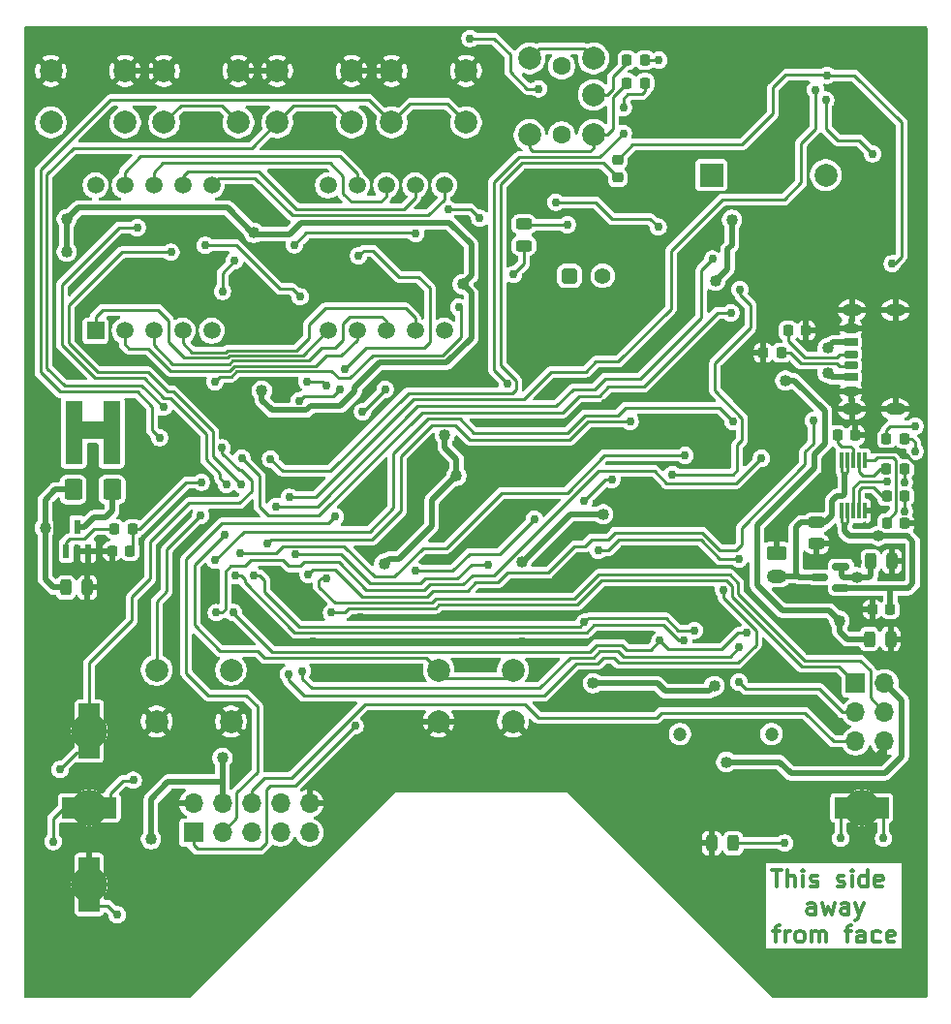
<source format=gbr>
G04 #@! TF.GenerationSoftware,KiCad,Pcbnew,9.0.6-9.0.6~ubuntu24.04.1*
G04 #@! TF.CreationDate,2025-11-22T19:38:21+03:00*
G04 #@! TF.ProjectId,Dreamstalker-PRO-v2,44726561-6d73-4746-916c-6b65722d5052,2.4*
G04 #@! TF.SameCoordinates,Original*
G04 #@! TF.FileFunction,Copper,L1,Top*
G04 #@! TF.FilePolarity,Positive*
%FSLAX46Y46*%
G04 Gerber Fmt 4.6, Leading zero omitted, Abs format (unit mm)*
G04 Created by KiCad (PCBNEW 9.0.6-9.0.6~ubuntu24.04.1) date 2025-11-22 19:38:21*
%MOMM*%
%LPD*%
G01*
G04 APERTURE LIST*
G04 Aperture macros list*
%AMRoundRect*
0 Rectangle with rounded corners*
0 $1 Rounding radius*
0 $2 $3 $4 $5 $6 $7 $8 $9 X,Y pos of 4 corners*
0 Add a 4 corners polygon primitive as box body*
4,1,4,$2,$3,$4,$5,$6,$7,$8,$9,$2,$3,0*
0 Add four circle primitives for the rounded corners*
1,1,$1+$1,$2,$3*
1,1,$1+$1,$4,$5*
1,1,$1+$1,$6,$7*
1,1,$1+$1,$8,$9*
0 Add four rect primitives between the rounded corners*
20,1,$1+$1,$2,$3,$4,$5,0*
20,1,$1+$1,$4,$5,$6,$7,0*
20,1,$1+$1,$6,$7,$8,$9,0*
20,1,$1+$1,$8,$9,$2,$3,0*%
%AMFreePoly0*
4,1,29,2.553536,2.403536,2.555000,2.400000,2.555000,0.900000,2.553536,0.896464,2.550000,0.895000,0.750000,0.895000,0.750000,-0.895000,2.550000,-0.895000,2.553536,-0.896464,2.555000,-0.900000,2.555000,-2.400000,2.553536,-2.403536,2.550000,-2.405000,-2.950000,-2.405000,-2.953536,-2.403536,-2.955000,-2.400000,-2.955000,-0.900000,-2.953536,-0.896464,-2.950000,-0.895000,-0.750000,-0.895000,
-0.750000,0.895000,-2.950000,0.895000,-2.953536,0.896464,-2.955000,0.900000,-2.955000,2.400000,-2.953536,2.403536,-2.950000,2.405000,2.550000,2.405000,2.553536,2.403536,2.553536,2.403536,$1*%
%AMFreePoly1*
4,1,33,0.703536,0.903536,0.705000,0.900000,0.704069,0.897094,0.654179,0.827248,0.624329,0.777498,0.584409,0.707638,0.554564,0.647948,0.534642,0.598143,0.534596,0.598030,0.504674,0.528212,0.474791,0.438563,0.444878,0.328885,0.424943,0.219242,0.414976,0.139500,0.405014,0.010000,0.414983,-0.119591,0.424951,-0.229243,0.454852,-0.368782,0.494716,-0.508305,0.564497,-0.667804,
0.624279,-0.777405,0.704160,-0.897226,0.704903,-0.900981,0.702774,-0.904160,0.700000,-0.905000,-0.480000,-0.905000,-0.483536,-0.903536,-0.485000,-0.900000,-0.485000,0.900000,-0.483536,0.903536,-0.480000,0.905000,0.700000,0.905000,0.703536,0.903536,0.703536,0.903536,$1*%
%AMFreePoly2*
4,1,33,0.483536,0.903536,0.485000,0.900000,0.485000,-0.900000,0.483536,-0.903536,0.480000,-0.905000,-0.700000,-0.905000,-0.703536,-0.903536,-0.705000,-0.900000,-0.704069,-0.897094,-0.654179,-0.827248,-0.624329,-0.777498,-0.584409,-0.707638,-0.554564,-0.647948,-0.534642,-0.598143,-0.534596,-0.598030,-0.504674,-0.528212,-0.474791,-0.438563,-0.444878,-0.328885,-0.424943,-0.219242,-0.414976,-0.139500,
-0.405014,-0.010000,-0.414985,0.119617,-0.424951,0.229243,-0.454852,0.368782,-0.494716,0.508305,-0.564497,0.667804,-0.624279,0.777405,-0.704160,0.897226,-0.704903,0.900981,-0.702774,0.904160,-0.700000,0.905000,0.480000,0.905000,0.483536,0.903536,0.483536,0.903536,$1*%
G04 Aperture macros list end*
%ADD10C,0.350000*%
G04 #@! TA.AperFunction,NonConductor*
%ADD11C,0.350000*%
G04 #@! TD*
G04 #@! TA.AperFunction,ComponentPad*
%ADD12C,2.000000*%
G04 #@! TD*
G04 #@! TA.AperFunction,SMDPad,CuDef*
%ADD13R,0.600000X1.300000*%
G04 #@! TD*
G04 #@! TA.AperFunction,SMDPad,CuDef*
%ADD14RoundRect,0.218750X0.218750X0.256250X-0.218750X0.256250X-0.218750X-0.256250X0.218750X-0.256250X0*%
G04 #@! TD*
G04 #@! TA.AperFunction,SMDPad,CuDef*
%ADD15RoundRect,0.243750X-0.456250X0.243750X-0.456250X-0.243750X0.456250X-0.243750X0.456250X0.243750X0*%
G04 #@! TD*
G04 #@! TA.AperFunction,SMDPad,CuDef*
%ADD16RoundRect,0.243750X-0.243750X-0.456250X0.243750X-0.456250X0.243750X0.456250X-0.243750X0.456250X0*%
G04 #@! TD*
G04 #@! TA.AperFunction,ComponentPad*
%ADD17R,1.500000X1.500000*%
G04 #@! TD*
G04 #@! TA.AperFunction,ComponentPad*
%ADD18C,1.500000*%
G04 #@! TD*
G04 #@! TA.AperFunction,ComponentPad*
%ADD19R,2.000000X2.000000*%
G04 #@! TD*
G04 #@! TA.AperFunction,SMDPad,CuDef*
%ADD20RoundRect,0.240000X0.560000X-0.660000X0.560000X0.660000X-0.560000X0.660000X-0.560000X-0.660000X0*%
G04 #@! TD*
G04 #@! TA.AperFunction,SMDPad,CuDef*
%ADD21FreePoly0,90.000000*%
G04 #@! TD*
G04 #@! TA.AperFunction,SMDPad,CuDef*
%ADD22FreePoly1,0.000000*%
G04 #@! TD*
G04 #@! TA.AperFunction,SMDPad,CuDef*
%ADD23FreePoly2,0.000000*%
G04 #@! TD*
G04 #@! TA.AperFunction,ComponentPad*
%ADD24C,3.200000*%
G04 #@! TD*
G04 #@! TA.AperFunction,SMDPad,CuDef*
%ADD25FreePoly1,270.000000*%
G04 #@! TD*
G04 #@! TA.AperFunction,SMDPad,CuDef*
%ADD26FreePoly2,270.000000*%
G04 #@! TD*
G04 #@! TA.AperFunction,ComponentPad*
%ADD27R,1.700000X1.700000*%
G04 #@! TD*
G04 #@! TA.AperFunction,ComponentPad*
%ADD28O,1.700000X1.700000*%
G04 #@! TD*
G04 #@! TA.AperFunction,WasherPad*
%ADD29C,1.600000*%
G04 #@! TD*
G04 #@! TA.AperFunction,SMDPad,CuDef*
%ADD30FreePoly1,90.000000*%
G04 #@! TD*
G04 #@! TA.AperFunction,SMDPad,CuDef*
%ADD31FreePoly2,90.000000*%
G04 #@! TD*
G04 #@! TA.AperFunction,SMDPad,CuDef*
%ADD32FreePoly1,180.000000*%
G04 #@! TD*
G04 #@! TA.AperFunction,SMDPad,CuDef*
%ADD33FreePoly2,180.000000*%
G04 #@! TD*
G04 #@! TA.AperFunction,SMDPad,CuDef*
%ADD34RoundRect,0.218750X0.256250X-0.218750X0.256250X0.218750X-0.256250X0.218750X-0.256250X-0.218750X0*%
G04 #@! TD*
G04 #@! TA.AperFunction,SMDPad,CuDef*
%ADD35RoundRect,0.175000X0.425000X-0.175000X0.425000X0.175000X-0.425000X0.175000X-0.425000X-0.175000X0*%
G04 #@! TD*
G04 #@! TA.AperFunction,SMDPad,CuDef*
%ADD36RoundRect,0.190000X-0.410000X0.190000X-0.410000X-0.190000X0.410000X-0.190000X0.410000X0.190000X0*%
G04 #@! TD*
G04 #@! TA.AperFunction,SMDPad,CuDef*
%ADD37RoundRect,0.200000X-0.400000X0.200000X-0.400000X-0.200000X0.400000X-0.200000X0.400000X0.200000X0*%
G04 #@! TD*
G04 #@! TA.AperFunction,SMDPad,CuDef*
%ADD38RoundRect,0.175000X-0.425000X0.175000X-0.425000X-0.175000X0.425000X-0.175000X0.425000X0.175000X0*%
G04 #@! TD*
G04 #@! TA.AperFunction,SMDPad,CuDef*
%ADD39RoundRect,0.190000X0.410000X-0.190000X0.410000X0.190000X-0.410000X0.190000X-0.410000X-0.190000X0*%
G04 #@! TD*
G04 #@! TA.AperFunction,SMDPad,CuDef*
%ADD40RoundRect,0.200000X0.400000X-0.200000X0.400000X0.200000X-0.400000X0.200000X-0.400000X-0.200000X0*%
G04 #@! TD*
G04 #@! TA.AperFunction,ComponentPad*
%ADD41O,1.700000X1.100000*%
G04 #@! TD*
G04 #@! TA.AperFunction,SMDPad,CuDef*
%ADD42RoundRect,0.218750X-0.218750X-0.256250X0.218750X-0.256250X0.218750X0.256250X-0.218750X0.256250X0*%
G04 #@! TD*
G04 #@! TA.AperFunction,SMDPad,CuDef*
%ADD43R,0.300000X1.400000*%
G04 #@! TD*
G04 #@! TA.AperFunction,ComponentPad*
%ADD44RoundRect,0.250000X-0.625000X0.350000X-0.625000X-0.350000X0.625000X-0.350000X0.625000X0.350000X0*%
G04 #@! TD*
G04 #@! TA.AperFunction,ComponentPad*
%ADD45O,1.750000X1.200000*%
G04 #@! TD*
G04 #@! TA.AperFunction,ComponentPad*
%ADD46RoundRect,0.350000X-0.350000X-0.350000X0.350000X-0.350000X0.350000X0.350000X-0.350000X0.350000X0*%
G04 #@! TD*
G04 #@! TA.AperFunction,ComponentPad*
%ADD47C,1.400000*%
G04 #@! TD*
G04 #@! TA.AperFunction,SMDPad,CuDef*
%ADD48RoundRect,0.243750X0.456250X-0.243750X0.456250X0.243750X-0.456250X0.243750X-0.456250X-0.243750X0*%
G04 #@! TD*
G04 #@! TA.AperFunction,SMDPad,CuDef*
%ADD49RoundRect,0.150000X0.587500X0.150000X-0.587500X0.150000X-0.587500X-0.150000X0.587500X-0.150000X0*%
G04 #@! TD*
G04 #@! TA.AperFunction,SMDPad,CuDef*
%ADD50RoundRect,0.243750X0.243750X0.456250X-0.243750X0.456250X-0.243750X-0.456250X0.243750X-0.456250X0*%
G04 #@! TD*
G04 #@! TA.AperFunction,WasherPad*
%ADD51C,1.200000*%
G04 #@! TD*
G04 #@! TA.AperFunction,ViaPad*
%ADD52C,0.762000*%
G04 #@! TD*
G04 #@! TA.AperFunction,ViaPad*
%ADD53C,1.016000*%
G04 #@! TD*
G04 #@! TA.AperFunction,Conductor*
%ADD54C,0.508000*%
G04 #@! TD*
G04 #@! TA.AperFunction,Conductor*
%ADD55C,0.254000*%
G04 #@! TD*
G04 APERTURE END LIST*
D10*
D11*
X154900000Y-115760812D02*
X155757143Y-115760812D01*
X155328571Y-117260812D02*
X155328571Y-115760812D01*
X156257142Y-117260812D02*
X156257142Y-115760812D01*
X156900000Y-117260812D02*
X156900000Y-116475098D01*
X156900000Y-116475098D02*
X156828571Y-116332241D01*
X156828571Y-116332241D02*
X156685714Y-116260812D01*
X156685714Y-116260812D02*
X156471428Y-116260812D01*
X156471428Y-116260812D02*
X156328571Y-116332241D01*
X156328571Y-116332241D02*
X156257142Y-116403669D01*
X157614285Y-117260812D02*
X157614285Y-116260812D01*
X157614285Y-115760812D02*
X157542857Y-115832241D01*
X157542857Y-115832241D02*
X157614285Y-115903669D01*
X157614285Y-115903669D02*
X157685714Y-115832241D01*
X157685714Y-115832241D02*
X157614285Y-115760812D01*
X157614285Y-115760812D02*
X157614285Y-115903669D01*
X158257143Y-117189384D02*
X158400000Y-117260812D01*
X158400000Y-117260812D02*
X158685714Y-117260812D01*
X158685714Y-117260812D02*
X158828571Y-117189384D01*
X158828571Y-117189384D02*
X158900000Y-117046526D01*
X158900000Y-117046526D02*
X158900000Y-116975098D01*
X158900000Y-116975098D02*
X158828571Y-116832241D01*
X158828571Y-116832241D02*
X158685714Y-116760812D01*
X158685714Y-116760812D02*
X158471429Y-116760812D01*
X158471429Y-116760812D02*
X158328571Y-116689384D01*
X158328571Y-116689384D02*
X158257143Y-116546526D01*
X158257143Y-116546526D02*
X158257143Y-116475098D01*
X158257143Y-116475098D02*
X158328571Y-116332241D01*
X158328571Y-116332241D02*
X158471429Y-116260812D01*
X158471429Y-116260812D02*
X158685714Y-116260812D01*
X158685714Y-116260812D02*
X158828571Y-116332241D01*
X160614286Y-117189384D02*
X160757143Y-117260812D01*
X160757143Y-117260812D02*
X161042857Y-117260812D01*
X161042857Y-117260812D02*
X161185714Y-117189384D01*
X161185714Y-117189384D02*
X161257143Y-117046526D01*
X161257143Y-117046526D02*
X161257143Y-116975098D01*
X161257143Y-116975098D02*
X161185714Y-116832241D01*
X161185714Y-116832241D02*
X161042857Y-116760812D01*
X161042857Y-116760812D02*
X160828572Y-116760812D01*
X160828572Y-116760812D02*
X160685714Y-116689384D01*
X160685714Y-116689384D02*
X160614286Y-116546526D01*
X160614286Y-116546526D02*
X160614286Y-116475098D01*
X160614286Y-116475098D02*
X160685714Y-116332241D01*
X160685714Y-116332241D02*
X160828572Y-116260812D01*
X160828572Y-116260812D02*
X161042857Y-116260812D01*
X161042857Y-116260812D02*
X161185714Y-116332241D01*
X161900000Y-117260812D02*
X161900000Y-116260812D01*
X161900000Y-115760812D02*
X161828572Y-115832241D01*
X161828572Y-115832241D02*
X161900000Y-115903669D01*
X161900000Y-115903669D02*
X161971429Y-115832241D01*
X161971429Y-115832241D02*
X161900000Y-115760812D01*
X161900000Y-115760812D02*
X161900000Y-115903669D01*
X163257144Y-117260812D02*
X163257144Y-115760812D01*
X163257144Y-117189384D02*
X163114286Y-117260812D01*
X163114286Y-117260812D02*
X162828572Y-117260812D01*
X162828572Y-117260812D02*
X162685715Y-117189384D01*
X162685715Y-117189384D02*
X162614286Y-117117955D01*
X162614286Y-117117955D02*
X162542858Y-116975098D01*
X162542858Y-116975098D02*
X162542858Y-116546526D01*
X162542858Y-116546526D02*
X162614286Y-116403669D01*
X162614286Y-116403669D02*
X162685715Y-116332241D01*
X162685715Y-116332241D02*
X162828572Y-116260812D01*
X162828572Y-116260812D02*
X163114286Y-116260812D01*
X163114286Y-116260812D02*
X163257144Y-116332241D01*
X164542858Y-117189384D02*
X164400001Y-117260812D01*
X164400001Y-117260812D02*
X164114287Y-117260812D01*
X164114287Y-117260812D02*
X163971429Y-117189384D01*
X163971429Y-117189384D02*
X163900001Y-117046526D01*
X163900001Y-117046526D02*
X163900001Y-116475098D01*
X163900001Y-116475098D02*
X163971429Y-116332241D01*
X163971429Y-116332241D02*
X164114287Y-116260812D01*
X164114287Y-116260812D02*
X164400001Y-116260812D01*
X164400001Y-116260812D02*
X164542858Y-116332241D01*
X164542858Y-116332241D02*
X164614287Y-116475098D01*
X164614287Y-116475098D02*
X164614287Y-116617955D01*
X164614287Y-116617955D02*
X163900001Y-116760812D01*
X158685714Y-119675728D02*
X158685714Y-118890014D01*
X158685714Y-118890014D02*
X158614285Y-118747157D01*
X158614285Y-118747157D02*
X158471428Y-118675728D01*
X158471428Y-118675728D02*
X158185714Y-118675728D01*
X158185714Y-118675728D02*
X158042856Y-118747157D01*
X158685714Y-119604300D02*
X158542856Y-119675728D01*
X158542856Y-119675728D02*
X158185714Y-119675728D01*
X158185714Y-119675728D02*
X158042856Y-119604300D01*
X158042856Y-119604300D02*
X157971428Y-119461442D01*
X157971428Y-119461442D02*
X157971428Y-119318585D01*
X157971428Y-119318585D02*
X158042856Y-119175728D01*
X158042856Y-119175728D02*
X158185714Y-119104300D01*
X158185714Y-119104300D02*
X158542856Y-119104300D01*
X158542856Y-119104300D02*
X158685714Y-119032871D01*
X159257142Y-118675728D02*
X159542857Y-119675728D01*
X159542857Y-119675728D02*
X159828571Y-118961442D01*
X159828571Y-118961442D02*
X160114285Y-119675728D01*
X160114285Y-119675728D02*
X160399999Y-118675728D01*
X161614286Y-119675728D02*
X161614286Y-118890014D01*
X161614286Y-118890014D02*
X161542857Y-118747157D01*
X161542857Y-118747157D02*
X161400000Y-118675728D01*
X161400000Y-118675728D02*
X161114286Y-118675728D01*
X161114286Y-118675728D02*
X160971428Y-118747157D01*
X161614286Y-119604300D02*
X161471428Y-119675728D01*
X161471428Y-119675728D02*
X161114286Y-119675728D01*
X161114286Y-119675728D02*
X160971428Y-119604300D01*
X160971428Y-119604300D02*
X160900000Y-119461442D01*
X160900000Y-119461442D02*
X160900000Y-119318585D01*
X160900000Y-119318585D02*
X160971428Y-119175728D01*
X160971428Y-119175728D02*
X161114286Y-119104300D01*
X161114286Y-119104300D02*
X161471428Y-119104300D01*
X161471428Y-119104300D02*
X161614286Y-119032871D01*
X162185714Y-118675728D02*
X162542857Y-119675728D01*
X162900000Y-118675728D02*
X162542857Y-119675728D01*
X162542857Y-119675728D02*
X162400000Y-120032871D01*
X162400000Y-120032871D02*
X162328571Y-120104300D01*
X162328571Y-120104300D02*
X162185714Y-120175728D01*
X155007143Y-121090644D02*
X155578571Y-121090644D01*
X155221428Y-122090644D02*
X155221428Y-120804930D01*
X155221428Y-120804930D02*
X155292857Y-120662073D01*
X155292857Y-120662073D02*
X155435714Y-120590644D01*
X155435714Y-120590644D02*
X155578571Y-120590644D01*
X156078571Y-122090644D02*
X156078571Y-121090644D01*
X156078571Y-121376358D02*
X156150000Y-121233501D01*
X156150000Y-121233501D02*
X156221429Y-121162073D01*
X156221429Y-121162073D02*
X156364286Y-121090644D01*
X156364286Y-121090644D02*
X156507143Y-121090644D01*
X157221428Y-122090644D02*
X157078571Y-122019216D01*
X157078571Y-122019216D02*
X157007142Y-121947787D01*
X157007142Y-121947787D02*
X156935714Y-121804930D01*
X156935714Y-121804930D02*
X156935714Y-121376358D01*
X156935714Y-121376358D02*
X157007142Y-121233501D01*
X157007142Y-121233501D02*
X157078571Y-121162073D01*
X157078571Y-121162073D02*
X157221428Y-121090644D01*
X157221428Y-121090644D02*
X157435714Y-121090644D01*
X157435714Y-121090644D02*
X157578571Y-121162073D01*
X157578571Y-121162073D02*
X157650000Y-121233501D01*
X157650000Y-121233501D02*
X157721428Y-121376358D01*
X157721428Y-121376358D02*
X157721428Y-121804930D01*
X157721428Y-121804930D02*
X157650000Y-121947787D01*
X157650000Y-121947787D02*
X157578571Y-122019216D01*
X157578571Y-122019216D02*
X157435714Y-122090644D01*
X157435714Y-122090644D02*
X157221428Y-122090644D01*
X158364285Y-122090644D02*
X158364285Y-121090644D01*
X158364285Y-121233501D02*
X158435714Y-121162073D01*
X158435714Y-121162073D02*
X158578571Y-121090644D01*
X158578571Y-121090644D02*
X158792857Y-121090644D01*
X158792857Y-121090644D02*
X158935714Y-121162073D01*
X158935714Y-121162073D02*
X159007143Y-121304930D01*
X159007143Y-121304930D02*
X159007143Y-122090644D01*
X159007143Y-121304930D02*
X159078571Y-121162073D01*
X159078571Y-121162073D02*
X159221428Y-121090644D01*
X159221428Y-121090644D02*
X159435714Y-121090644D01*
X159435714Y-121090644D02*
X159578571Y-121162073D01*
X159578571Y-121162073D02*
X159650000Y-121304930D01*
X159650000Y-121304930D02*
X159650000Y-122090644D01*
X161292857Y-121090644D02*
X161864285Y-121090644D01*
X161507142Y-122090644D02*
X161507142Y-120804930D01*
X161507142Y-120804930D02*
X161578571Y-120662073D01*
X161578571Y-120662073D02*
X161721428Y-120590644D01*
X161721428Y-120590644D02*
X161864285Y-120590644D01*
X163007143Y-122090644D02*
X163007143Y-121304930D01*
X163007143Y-121304930D02*
X162935714Y-121162073D01*
X162935714Y-121162073D02*
X162792857Y-121090644D01*
X162792857Y-121090644D02*
X162507143Y-121090644D01*
X162507143Y-121090644D02*
X162364285Y-121162073D01*
X163007143Y-122019216D02*
X162864285Y-122090644D01*
X162864285Y-122090644D02*
X162507143Y-122090644D01*
X162507143Y-122090644D02*
X162364285Y-122019216D01*
X162364285Y-122019216D02*
X162292857Y-121876358D01*
X162292857Y-121876358D02*
X162292857Y-121733501D01*
X162292857Y-121733501D02*
X162364285Y-121590644D01*
X162364285Y-121590644D02*
X162507143Y-121519216D01*
X162507143Y-121519216D02*
X162864285Y-121519216D01*
X162864285Y-121519216D02*
X163007143Y-121447787D01*
X164364286Y-122019216D02*
X164221428Y-122090644D01*
X164221428Y-122090644D02*
X163935714Y-122090644D01*
X163935714Y-122090644D02*
X163792857Y-122019216D01*
X163792857Y-122019216D02*
X163721428Y-121947787D01*
X163721428Y-121947787D02*
X163650000Y-121804930D01*
X163650000Y-121804930D02*
X163650000Y-121376358D01*
X163650000Y-121376358D02*
X163721428Y-121233501D01*
X163721428Y-121233501D02*
X163792857Y-121162073D01*
X163792857Y-121162073D02*
X163935714Y-121090644D01*
X163935714Y-121090644D02*
X164221428Y-121090644D01*
X164221428Y-121090644D02*
X164364286Y-121162073D01*
X165578571Y-122019216D02*
X165435714Y-122090644D01*
X165435714Y-122090644D02*
X165150000Y-122090644D01*
X165150000Y-122090644D02*
X165007142Y-122019216D01*
X165007142Y-122019216D02*
X164935714Y-121876358D01*
X164935714Y-121876358D02*
X164935714Y-121304930D01*
X164935714Y-121304930D02*
X165007142Y-121162073D01*
X165007142Y-121162073D02*
X165150000Y-121090644D01*
X165150000Y-121090644D02*
X165435714Y-121090644D01*
X165435714Y-121090644D02*
X165578571Y-121162073D01*
X165578571Y-121162073D02*
X165650000Y-121304930D01*
X165650000Y-121304930D02*
X165650000Y-121447787D01*
X165650000Y-121447787D02*
X164935714Y-121590644D01*
D12*
X101100000Y-98300000D03*
X107600000Y-98300000D03*
X101100000Y-102800000D03*
X107600000Y-102800000D03*
X125750000Y-98300000D03*
X132250000Y-98300000D03*
X125750000Y-102800000D03*
X132250000Y-102800000D03*
D13*
X93200000Y-87900000D03*
X95100000Y-87900000D03*
X94150000Y-85800000D03*
D14*
X98787500Y-87900000D03*
X97212500Y-87900000D03*
D15*
X133200000Y-59350000D03*
X133200000Y-61225000D03*
D16*
X93162500Y-91100000D03*
X95037500Y-91100000D03*
D17*
X95750000Y-68650000D03*
D18*
X98290000Y-68650000D03*
X100830000Y-68650000D03*
X103370000Y-68650000D03*
X105910000Y-68650000D03*
X116070000Y-68650000D03*
X118610000Y-68650000D03*
X121150000Y-68650000D03*
X123690000Y-68650000D03*
X126230000Y-68650000D03*
X126230000Y-55950000D03*
X123690000Y-55950000D03*
X121150000Y-55950000D03*
X118610000Y-55950000D03*
X116070000Y-55950000D03*
X105910000Y-55950000D03*
X103370000Y-55950000D03*
X100830000Y-55950000D03*
X98290000Y-55950000D03*
X95750000Y-55950000D03*
D19*
X149600000Y-55050000D03*
D12*
X159600000Y-55050000D03*
D20*
X93800000Y-82550000D03*
X97200000Y-82550000D03*
D21*
X95500000Y-77350000D03*
D22*
X160870000Y-110350000D03*
D23*
X164630000Y-110350000D03*
D24*
X162750000Y-110350000D03*
D25*
X95200000Y-101770000D03*
D26*
X95200000Y-105530000D03*
D24*
X95200000Y-103650000D03*
D27*
X104300000Y-112500000D03*
D28*
X104300000Y-109960000D03*
X106840000Y-112500000D03*
X106840000Y-109960000D03*
X109380000Y-112500000D03*
X109380000Y-109960000D03*
X111920000Y-112500000D03*
X111920000Y-109960000D03*
X114460000Y-112500000D03*
X114460000Y-109960000D03*
D27*
X162200000Y-99450000D03*
D28*
X164740000Y-99450000D03*
X162200000Y-101990000D03*
X164740000Y-101990000D03*
X162200000Y-104530000D03*
X164740000Y-104530000D03*
D29*
X136500000Y-45550000D03*
X136500000Y-51550000D03*
D12*
X139300000Y-48050000D03*
X133700000Y-44850000D03*
X139300000Y-44850000D03*
X133700000Y-51550000D03*
X139300000Y-51550000D03*
D30*
X95200000Y-118930000D03*
D31*
X95200000Y-115170000D03*
D24*
X95200000Y-117050000D03*
D12*
X108250000Y-50450000D03*
X101750000Y-50450000D03*
X108250000Y-45950000D03*
X101750000Y-45950000D03*
D32*
X97080000Y-110350000D03*
D33*
X93320000Y-110350000D03*
D24*
X95200000Y-110350000D03*
D12*
X98350000Y-50450000D03*
X91850000Y-50450000D03*
X98350000Y-45950000D03*
X91850000Y-45950000D03*
X118150000Y-50450000D03*
X111650000Y-50450000D03*
X118150000Y-45950000D03*
X111650000Y-45950000D03*
X128150000Y-50450000D03*
X121650000Y-50450000D03*
X128150000Y-45950000D03*
X121650000Y-45950000D03*
D34*
X141400000Y-55287500D03*
X141400000Y-53712500D03*
D35*
X161800000Y-71700000D03*
D36*
X161800000Y-69680000D03*
D37*
X161800000Y-68450000D03*
D38*
X161800000Y-70700000D03*
D39*
X161800000Y-72720000D03*
D40*
X161800000Y-73950000D03*
D41*
X161880000Y-75520000D03*
X165680000Y-75520000D03*
X161880000Y-66880000D03*
X165680000Y-66880000D03*
D14*
X157887500Y-68650000D03*
X156312500Y-68650000D03*
D42*
X164912500Y-78100000D03*
X166487500Y-78100000D03*
D14*
X166487500Y-80750000D03*
X164912500Y-80750000D03*
D43*
X161000000Y-84400000D03*
X161500000Y-84400000D03*
X162000000Y-84400000D03*
X162500000Y-84400000D03*
X163000000Y-84400000D03*
X163000000Y-80000000D03*
X162500000Y-80000000D03*
X162000000Y-80000000D03*
X161500000Y-80000000D03*
X161000000Y-80000000D03*
D44*
X155300000Y-88100000D03*
D45*
X155300000Y-90100000D03*
D42*
X97425000Y-86000000D03*
X99000000Y-86000000D03*
D46*
X137200000Y-63850000D03*
D47*
X140100000Y-63850000D03*
D14*
X143787500Y-45000000D03*
X142212500Y-45000000D03*
D48*
X158800000Y-87275000D03*
X158800000Y-85400000D03*
D14*
X166500000Y-85500000D03*
X164925000Y-85500000D03*
X143787500Y-47000000D03*
X142212500Y-47000000D03*
X166500000Y-83100000D03*
X164925000Y-83100000D03*
X165237500Y-93000000D03*
X163662500Y-93000000D03*
D49*
X160937500Y-91150000D03*
X160937500Y-89250000D03*
X159062500Y-90200000D03*
D50*
X151500000Y-113450000D03*
X149625000Y-113450000D03*
D16*
X163400000Y-95600000D03*
X165275000Y-95600000D03*
X163525000Y-88800000D03*
X165400000Y-88800000D03*
D14*
X155700000Y-70600000D03*
X154125000Y-70600000D03*
D42*
X160625000Y-77800000D03*
X162200000Y-77800000D03*
D51*
X154850000Y-103900000D03*
X146850000Y-103900000D03*
D52*
X147200000Y-113900000D03*
D53*
X144760000Y-104170000D03*
D52*
X122370000Y-72640000D03*
X148450000Y-80000000D03*
X148350000Y-83700000D03*
X146100000Y-83680000D03*
D53*
X154400000Y-97950000D03*
D52*
X108500000Y-106500000D03*
X105100000Y-50700000D03*
X112270000Y-95480000D03*
X157600000Y-48650000D03*
X145320000Y-51310000D03*
X125000000Y-72780000D03*
X145300000Y-92180000D03*
X106050000Y-82750000D03*
X112750000Y-101900000D03*
D53*
X145500000Y-54000000D03*
X157150000Y-75600000D03*
D52*
X115600000Y-103400000D03*
X119900000Y-43900000D03*
X114750000Y-95800000D03*
D53*
X160000000Y-74100000D03*
D52*
X138100000Y-61800000D03*
D53*
X133000000Y-56000000D03*
D52*
X103700000Y-73250000D03*
X112200000Y-115800000D03*
D53*
X123400000Y-62400000D03*
D52*
X157100000Y-65400000D03*
D53*
X145900000Y-68650000D03*
X134500000Y-49000000D03*
D52*
X100050000Y-43900000D03*
D53*
X127720000Y-83800000D03*
D52*
X156350000Y-51100000D03*
X109950000Y-43900000D03*
D53*
X104500000Y-104700000D03*
D52*
X126520000Y-93560000D03*
X159200000Y-52750000D03*
X143300000Y-95600000D03*
X128100000Y-58900000D03*
D53*
X137910000Y-86210000D03*
D52*
X161400000Y-50750000D03*
X112350000Y-55200000D03*
X163800000Y-84400000D03*
D53*
X97400000Y-91700000D03*
X140190000Y-77620000D03*
D52*
X124100000Y-79900000D03*
X151220000Y-86850000D03*
X111650000Y-78650000D03*
D53*
X99700000Y-62900000D03*
D52*
X129560000Y-87120000D03*
D53*
X161000000Y-60200000D03*
D52*
X152620000Y-89910000D03*
X151605000Y-73695000D03*
X162400000Y-88850000D03*
X107350000Y-95250000D03*
D53*
X93000000Y-84400000D03*
D52*
X97350000Y-65250000D03*
X140600000Y-98250000D03*
X149900000Y-50450000D03*
D53*
X103440000Y-115770000D03*
X154350000Y-81400000D03*
D52*
X158950000Y-83350000D03*
X149700000Y-60400000D03*
X122550000Y-98600000D03*
X151400000Y-45400000D03*
X157850000Y-45100000D03*
X145300000Y-48750000D03*
X133000000Y-95800000D03*
X149080000Y-88910000D03*
D53*
X123400000Y-65600000D03*
X105300000Y-59400000D03*
X134830000Y-81260000D03*
D52*
X138850000Y-67950000D03*
X159950000Y-79650000D03*
X158400000Y-113750000D03*
X95700000Y-54000000D03*
X141250000Y-92230000D03*
X104650000Y-80600000D03*
D53*
X140390000Y-75100000D03*
D52*
X96500000Y-99650000D03*
X132300000Y-90980000D03*
X116250000Y-98430000D03*
X125000000Y-53800000D03*
X133030000Y-93550000D03*
X123430000Y-85900000D03*
X132500000Y-68500000D03*
X167050000Y-73750000D03*
X126430000Y-85880000D03*
D53*
X166950000Y-96800000D03*
D52*
X125000000Y-105000000D03*
X141060000Y-88880000D03*
D53*
X129100000Y-104300000D03*
D52*
X156150000Y-54300000D03*
X102350000Y-122000000D03*
X99000000Y-96000000D03*
D53*
X159500000Y-95900000D03*
D52*
X166300000Y-44100000D03*
X115550000Y-107500000D03*
X114610000Y-93450000D03*
X152300000Y-63100000D03*
X99250000Y-78200000D03*
X156380000Y-84990000D03*
X152250000Y-50400000D03*
X160310000Y-86910000D03*
X133100000Y-104900000D03*
D53*
X106550000Y-66750000D03*
D52*
X163100000Y-49000000D03*
X142870000Y-55020000D03*
D53*
X143950000Y-101100000D03*
D52*
X93600000Y-94850000D03*
X131350000Y-85270000D03*
X96900000Y-70850000D03*
X120700000Y-83450000D03*
X92500000Y-103600000D03*
X159900000Y-67150000D03*
X151000000Y-103500000D03*
X152050000Y-55000000D03*
X119020000Y-98410000D03*
X163050000Y-45700000D03*
X93950000Y-72450000D03*
X94450000Y-60650000D03*
X155400000Y-74500000D03*
X129200000Y-107200000D03*
X135650000Y-101300000D03*
D53*
X98520000Y-112180000D03*
D52*
X126420000Y-88590000D03*
D53*
X130040000Y-81510000D03*
X147100000Y-98800000D03*
X133340000Y-79910000D03*
D52*
X135900000Y-73650000D03*
X145100000Y-85300000D03*
X147800000Y-71700000D03*
D53*
X138480000Y-79080000D03*
D52*
X93550000Y-121550000D03*
X127700000Y-72200000D03*
X167050000Y-68900000D03*
D53*
X108500000Y-56700000D03*
D52*
X110370000Y-93580000D03*
D53*
X147350000Y-65300000D03*
D52*
X134350000Y-97900000D03*
X129100000Y-97900000D03*
X151000000Y-119000000D03*
X98100000Y-103600000D03*
X166300000Y-47800000D03*
D53*
X116900000Y-65600000D03*
D52*
X120200000Y-53800000D03*
X100150000Y-82650000D03*
X120707201Y-81350000D03*
X163300000Y-78550000D03*
X129250000Y-56900000D03*
X138590000Y-89120000D03*
X130140000Y-76680000D03*
X102450000Y-94550000D03*
X151600000Y-71987500D03*
X136770000Y-90680000D03*
X139150000Y-101150000D03*
X104900000Y-96400000D03*
X135650000Y-70800000D03*
X158280000Y-91900000D03*
X154750000Y-69150000D03*
X145050000Y-74150000D03*
X118930000Y-93680000D03*
X112200000Y-106350000D03*
X105400000Y-98400000D03*
X118450000Y-105850000D03*
X116460000Y-63020000D03*
X121600000Y-102700000D03*
X134850000Y-88750000D03*
X109100000Y-84500000D03*
X130050000Y-48000000D03*
X98450000Y-122000000D03*
X110100000Y-99000000D03*
X126200000Y-95850000D03*
X93450000Y-55850000D03*
X156200000Y-101050000D03*
X108850000Y-73250000D03*
X114120000Y-82030000D03*
X104950000Y-84800000D03*
X101350002Y-78000000D03*
X101700000Y-75350000D03*
X107057296Y-86457296D03*
X163700000Y-53200000D03*
X159600000Y-48500000D03*
D53*
X139250000Y-99462500D03*
X127850000Y-64600000D03*
X149950000Y-64300000D03*
X93233000Y-58917000D03*
X149850000Y-99700000D03*
X106850000Y-106000000D03*
X110300000Y-73900000D03*
X93233000Y-61750000D03*
X151400000Y-58950000D03*
X140120000Y-84700000D03*
X127300000Y-81350000D03*
X121000000Y-89000000D03*
X109600000Y-60100000D03*
X100600000Y-113100000D03*
X133000000Y-88850000D03*
X160800000Y-94000000D03*
X91350000Y-85890000D03*
X150890000Y-106350000D03*
X156061300Y-73011800D03*
X126300000Y-77738200D03*
D52*
X158700000Y-47600000D03*
X112700000Y-83200000D03*
X140890000Y-81660000D03*
X138480000Y-83540000D03*
X92050000Y-113300000D03*
X164640000Y-113020000D03*
X92650000Y-107011210D03*
X113638790Y-65700000D03*
X105350000Y-61200000D03*
X107200000Y-82100000D03*
X99400000Y-59650000D03*
X108500000Y-82100000D03*
X102350000Y-61788790D03*
X113532105Y-74767895D03*
X117100000Y-73810000D03*
X114240000Y-73100000D03*
X115940000Y-73480000D03*
X117530000Y-71980000D03*
X118750000Y-62100000D03*
X105000000Y-81900000D03*
X156000000Y-113450000D03*
X131750000Y-73250000D03*
X141900000Y-51400000D03*
X146200000Y-81200000D03*
X141900000Y-49137500D03*
X152100000Y-65050000D03*
X134500000Y-47500000D03*
X129340000Y-58840000D03*
X145000000Y-45011200D03*
X128500000Y-43100000D03*
X126580000Y-58030000D03*
X106320000Y-93300000D03*
X153980000Y-79790000D03*
X97650000Y-119700000D03*
X149700000Y-62400000D03*
X111530000Y-84020000D03*
X114350000Y-89950000D03*
X158500000Y-76500000D03*
X106200000Y-73100000D03*
X127500000Y-66600000D03*
X108548704Y-79801296D03*
X151300000Y-67100000D03*
X115950000Y-90300000D03*
X116400000Y-93300000D03*
X99050000Y-107950000D03*
X160900000Y-113020000D03*
X130100000Y-89100000D03*
X113200000Y-88188790D03*
X110750000Y-87240000D03*
X142500000Y-76600000D03*
X148100000Y-94850000D03*
X138500000Y-94150000D03*
X109552902Y-90047098D03*
X152000000Y-99350000D03*
X113830000Y-98390000D03*
X152010000Y-96350000D03*
X107950000Y-90050000D03*
X147200000Y-95750000D03*
X145100000Y-95750000D03*
X107800000Y-93300000D03*
X152711200Y-95050000D03*
X147298757Y-79540973D03*
X108400000Y-88100000D03*
X150666988Y-91311199D03*
X112600000Y-98690000D03*
X151500000Y-76600000D03*
X106200000Y-88700000D03*
X106800000Y-78900000D03*
X111050000Y-79850000D03*
X116700000Y-84900000D03*
X118450000Y-103200000D03*
X113150000Y-61150000D03*
X123750000Y-60150000D03*
X107900000Y-62550000D03*
X106850000Y-65200000D03*
X159712893Y-46319093D03*
X165400000Y-62800000D03*
X119095000Y-75735000D03*
X121070000Y-73790000D03*
X144950000Y-59600000D03*
X135990000Y-57410000D03*
D53*
X159770000Y-70150000D03*
X164200000Y-86575000D03*
X159770000Y-72338200D03*
D52*
X167400000Y-77000000D03*
X166457124Y-84440801D03*
X166450000Y-81915801D03*
X165000000Y-81800000D03*
X167400000Y-79200000D03*
D53*
X162300000Y-90200000D03*
D52*
X137000000Y-59400000D03*
X132300000Y-63750000D03*
X134110000Y-85140000D03*
X152020000Y-88610000D03*
X139700000Y-87860000D03*
X123740000Y-89650000D03*
D54*
X128150000Y-45950000D02*
X128250000Y-45950000D01*
X103000000Y-104700000D02*
X104500000Y-104700000D01*
X166350000Y-79650000D02*
X166750000Y-79650000D01*
X125750000Y-102800000D02*
X125750000Y-103000000D01*
X93000000Y-84400000D02*
X92320000Y-85080000D01*
X149720000Y-105350000D02*
X145940000Y-105350000D01*
D55*
X167650000Y-80550000D02*
X167650000Y-85350000D01*
D54*
X103000000Y-44700000D02*
X101750000Y-45950000D01*
X164740000Y-104530000D02*
X164740000Y-105150000D01*
X163175502Y-77800000D02*
X163800000Y-78424498D01*
X151520000Y-104860000D02*
X150210000Y-104860000D01*
X128420000Y-102800000D02*
X128430000Y-102790000D01*
X134900000Y-105350000D02*
X132350000Y-102800000D01*
X118150000Y-45950000D02*
X121650000Y-45950000D01*
X150210000Y-104860000D02*
X149720000Y-105350000D01*
X144760000Y-104170000D02*
X143580000Y-105350000D01*
X112800000Y-44800000D02*
X117000000Y-44800000D01*
X92320000Y-88884400D02*
X93135600Y-89700000D01*
X145940000Y-105350000D02*
X144760000Y-104170000D01*
X125830000Y-102790000D02*
X125840000Y-102800000D01*
X97100000Y-44700000D02*
X93100000Y-44700000D01*
X163701211Y-106188789D02*
X156988789Y-106188789D01*
X156150000Y-105350000D02*
X152010000Y-105350000D01*
X143580000Y-105350000D02*
X134900000Y-105350000D01*
X156988789Y-106188789D02*
X156150000Y-105350000D01*
D55*
X167650000Y-85350000D02*
X167500000Y-85500000D01*
D54*
X103470000Y-115800000D02*
X103440000Y-115770000D01*
D55*
X167500000Y-85500000D02*
X166500000Y-85500000D01*
D54*
X98350000Y-45950000D02*
X97100000Y-44700000D01*
X117000000Y-44800000D02*
X118150000Y-45950000D01*
X111650000Y-45950000D02*
X112800000Y-44800000D01*
X92320000Y-85080000D02*
X92320000Y-88884400D01*
X162200000Y-77800000D02*
X163175502Y-77800000D01*
X98350000Y-45950000D02*
X101750000Y-45950000D01*
X123150000Y-102800000D02*
X125750000Y-102800000D01*
X93135600Y-89700000D02*
X96500000Y-89700000D01*
X108250000Y-45950000D02*
X111650000Y-45950000D01*
X125840000Y-102800000D02*
X128420000Y-102800000D01*
X163800000Y-79150000D02*
X165850000Y-79150000D01*
X98200000Y-112500000D02*
X98520000Y-112180000D01*
X97400000Y-90600000D02*
X97400000Y-91700000D01*
X164740000Y-105150000D02*
X163701211Y-106188789D01*
X96500000Y-89700000D02*
X97400000Y-90600000D01*
X163800000Y-78424498D02*
X163800000Y-79150000D01*
X95200000Y-115170000D02*
X95200000Y-112800000D01*
X101100000Y-102800000D02*
X103000000Y-104700000D01*
X107000000Y-44700000D02*
X103000000Y-44700000D01*
X165850000Y-79150000D02*
X166350000Y-79650000D01*
X95200000Y-112800000D02*
X95500000Y-112500000D01*
X125750000Y-102900000D02*
X125750000Y-102800000D01*
X95500000Y-112500000D02*
X98200000Y-112500000D01*
X146000000Y-83700000D02*
X146000000Y-83700000D01*
X127150000Y-104300000D02*
X125750000Y-102900000D01*
X163800000Y-84400000D02*
X163107200Y-84400000D01*
X129100000Y-104300000D02*
X127150000Y-104300000D01*
X152010000Y-105350000D02*
X151520000Y-104860000D01*
X126900000Y-44700000D02*
X128150000Y-45950000D01*
X108250000Y-45950000D02*
X107000000Y-44700000D01*
D55*
X166750000Y-79650000D02*
X167650000Y-80550000D01*
D54*
X95100000Y-87900000D02*
X97212500Y-87900000D01*
X122899999Y-44700000D02*
X126900000Y-44700000D01*
X93100000Y-44700000D02*
X91850000Y-45950000D01*
X121650000Y-45950000D02*
X122899999Y-44700000D01*
D55*
X108250000Y-50450000D02*
X106800000Y-49000000D01*
X106800000Y-49000000D02*
X103200000Y-49000000D01*
X103200000Y-49000000D02*
X101750000Y-50450000D01*
X104950000Y-84800000D02*
X102000000Y-87750000D01*
X102000000Y-91400000D02*
X101100000Y-92300000D01*
X101100000Y-92300000D02*
X101100000Y-98300000D01*
X102000000Y-87750000D02*
X102000000Y-91400000D01*
X123250000Y-48850000D02*
X126550000Y-48850000D01*
X126550000Y-48850000D02*
X128150000Y-50450000D01*
X121650000Y-50450000D02*
X123250000Y-48850000D01*
X90950000Y-72300000D02*
X92650000Y-74000000D01*
X119700000Y-48500000D02*
X97050000Y-48500000D01*
X121650000Y-50450000D02*
X119700000Y-48500000D01*
X97050000Y-48500000D02*
X90950000Y-54600000D01*
X100700000Y-77349998D02*
X101350002Y-78000000D01*
X100700000Y-75300000D02*
X100700000Y-77349998D01*
X99400000Y-74000000D02*
X100700000Y-75300000D01*
X90950000Y-54600000D02*
X90950000Y-72300000D01*
X92650000Y-74000000D02*
X99400000Y-74000000D01*
X113100000Y-49000000D02*
X116700000Y-49000000D01*
X116700000Y-49000000D02*
X118150000Y-50450000D01*
X109400000Y-52700000D02*
X111650000Y-50450000D01*
X111650000Y-50450000D02*
X113100000Y-49000000D01*
X99800000Y-73450000D02*
X93050000Y-73450000D01*
X93800000Y-52700000D02*
X109400000Y-52700000D01*
X91500000Y-55000000D02*
X93800000Y-52700000D01*
X93050000Y-73450000D02*
X91500000Y-71900000D01*
X91500000Y-71900000D02*
X91500000Y-55000000D01*
X101700000Y-75350000D02*
X99800000Y-73450000D01*
X106650000Y-96650000D02*
X104400000Y-94400000D01*
X104400000Y-89114592D02*
X107057296Y-86457296D01*
X125750000Y-98300000D02*
X126450000Y-99000000D01*
X124700000Y-97250000D02*
X110530000Y-97250000D01*
X125750000Y-98300000D02*
X124700000Y-97250000D01*
X110530000Y-97250000D02*
X109930000Y-96650000D01*
X109930000Y-96650000D02*
X106650000Y-96650000D01*
X126450000Y-99000000D02*
X131550000Y-99000000D01*
X131550000Y-99000000D02*
X132250000Y-98300000D01*
X104400000Y-94400000D02*
X104400000Y-89114592D01*
X162500000Y-52000000D02*
X163700000Y-53200000D01*
X160600000Y-52000000D02*
X162500000Y-52000000D01*
X159600000Y-51000000D02*
X160600000Y-52000000D01*
X159600000Y-48500000D02*
X159600000Y-51000000D01*
D54*
X93233000Y-58917000D02*
X93233000Y-58917000D01*
X161450000Y-95600000D02*
X163400000Y-95600000D01*
X120570000Y-71430000D02*
X126470000Y-71430000D01*
X118400000Y-73950000D02*
X118400000Y-73600000D01*
X126680000Y-59200000D02*
X128610000Y-61130000D01*
X149400000Y-100150000D02*
X145550000Y-100150000D01*
X100600000Y-109590000D02*
X100600000Y-112900000D01*
X110300000Y-74750000D02*
X111156095Y-75606095D01*
X155550000Y-106350000D02*
X156540000Y-107340000D01*
X159900000Y-93100000D02*
X160800000Y-94000000D01*
X102130000Y-108060000D02*
X102090000Y-108100000D01*
X166250000Y-100960000D02*
X164740000Y-99450000D01*
X106850000Y-106000000D02*
X106840000Y-106010000D01*
X94250000Y-57900000D02*
X107308000Y-57900000D01*
X160800000Y-94000000D02*
X160800000Y-94950000D01*
X153584200Y-85665800D02*
X153584200Y-90884200D01*
X127250000Y-81350000D02*
X125150000Y-83450000D01*
X158600000Y-80650000D02*
X153584200Y-85665800D01*
X126300000Y-77738200D02*
X126300000Y-78850000D01*
X110300000Y-73900000D02*
X110300000Y-74750000D01*
X118400000Y-73600000D02*
X120570000Y-71430000D01*
X114600000Y-75200000D02*
X117150000Y-75200000D01*
X112700000Y-60200000D02*
X113700000Y-59200000D01*
X114193905Y-75606095D02*
X114600000Y-75200000D01*
X133120000Y-88850000D02*
X137270000Y-84700000D01*
X137270000Y-84700000D02*
X140120000Y-84700000D01*
X160600000Y-94000000D02*
X160800000Y-94000000D01*
X158600000Y-79450000D02*
X158600000Y-80650000D01*
X151400000Y-58950000D02*
X151400000Y-61150000D01*
X164760000Y-107340000D02*
X166250000Y-105850000D01*
X151000000Y-63250000D02*
X149950000Y-64300000D01*
X91350000Y-85890000D02*
X91350000Y-90350000D01*
X107308000Y-57900000D02*
X109608000Y-60200000D01*
X106840000Y-108060000D02*
X106840000Y-109960000D01*
X126300000Y-78850000D02*
X127310000Y-79860000D01*
X156540000Y-107340000D02*
X164760000Y-107340000D01*
X151000000Y-61550000D02*
X151000000Y-63250000D01*
X156861800Y-73011800D02*
X159500000Y-75650000D01*
X144862500Y-99462500D02*
X139250000Y-99462500D01*
X159500000Y-78550000D02*
X158600000Y-79450000D01*
X128600000Y-69300000D02*
X128600000Y-65350000D01*
X149850000Y-99700000D02*
X149400000Y-100150000D01*
X106840000Y-109960000D02*
X106840000Y-109740000D01*
X156061300Y-73011800D02*
X156861800Y-73011800D01*
X102090000Y-108100000D02*
X100600000Y-109590000D01*
X93233000Y-61750000D02*
X93233000Y-58917000D01*
X122280000Y-88600000D02*
X121400000Y-88600000D01*
X128600000Y-65350000D02*
X127850000Y-64600000D01*
X91350000Y-83400000D02*
X91350000Y-85890000D01*
X106840000Y-108060000D02*
X102130000Y-108060000D01*
X109608000Y-60200000D02*
X112700000Y-60200000D01*
X153584200Y-90884200D02*
X155800000Y-93100000D01*
X126470000Y-71430000D02*
X128600000Y-69300000D01*
X113700000Y-59200000D02*
X126680000Y-59200000D01*
X106840000Y-106010000D02*
X106840000Y-108060000D01*
X151400000Y-61150000D02*
X151000000Y-61550000D01*
X150890000Y-106350000D02*
X155550000Y-106350000D01*
X93800000Y-82550000D02*
X92200000Y-82550000D01*
X125150000Y-83450000D02*
X125150000Y-85730000D01*
X133000000Y-88850000D02*
X133120000Y-88850000D01*
X159500000Y-75650000D02*
X159500000Y-78550000D01*
X128610000Y-61130000D02*
X128610000Y-63840000D01*
X127310000Y-81340000D02*
X127300000Y-81350000D01*
X160800000Y-94950000D02*
X161450000Y-95600000D01*
X166250000Y-105850000D02*
X166250000Y-100960000D01*
X127300000Y-81350000D02*
X127250000Y-81350000D01*
X117150000Y-75200000D02*
X118400000Y-73950000D01*
X93233000Y-58917000D02*
X94250000Y-57900000D01*
X121400000Y-88600000D02*
X121000000Y-89000000D01*
X155800000Y-93100000D02*
X159900000Y-93100000D01*
X92200000Y-82550000D02*
X91350000Y-83400000D01*
X91350000Y-90350000D02*
X92100000Y-91100000D01*
X145550000Y-100150000D02*
X144862500Y-99462500D01*
X128610000Y-63840000D02*
X127850000Y-64600000D01*
X111156095Y-75606095D02*
X114193905Y-75606095D01*
X92100000Y-91100000D02*
X93162500Y-91100000D01*
X127310000Y-79860000D02*
X127310000Y-81340000D01*
X125150000Y-85730000D02*
X122280000Y-88600000D01*
D55*
X146050000Y-61700000D02*
X146050000Y-66750000D01*
X133200000Y-74650000D02*
X123550000Y-74650000D01*
X123550000Y-74650000D02*
X115000000Y-83200000D01*
X115000000Y-83200000D02*
X112700000Y-83200000D01*
X158700000Y-51000000D02*
X157450000Y-52250000D01*
X139500000Y-71350000D02*
X138600000Y-72250000D01*
X155950000Y-57200000D02*
X150550000Y-57200000D01*
X135600000Y-72250000D02*
X133200000Y-74650000D01*
X146050000Y-66750000D02*
X141450000Y-71350000D01*
X157450000Y-55700000D02*
X155950000Y-57200000D01*
X138600000Y-72250000D02*
X135600000Y-72250000D01*
X141450000Y-71350000D02*
X139500000Y-71350000D01*
X157450000Y-52250000D02*
X157450000Y-55700000D01*
X158700000Y-47600000D02*
X158700000Y-51000000D01*
X150550000Y-57200000D02*
X146050000Y-61700000D01*
X140350000Y-81670000D02*
X140810000Y-81670000D01*
X138480000Y-83540000D02*
X140350000Y-81670000D01*
X93320000Y-110350000D02*
X93000000Y-110350000D01*
X92050000Y-111300000D02*
X92050000Y-113300000D01*
X93000000Y-110350000D02*
X92050000Y-111300000D01*
X164630000Y-110350000D02*
X164680201Y-110350000D01*
X164650000Y-110370000D02*
X164630000Y-110350000D01*
X164650000Y-113000000D02*
X164650000Y-110370000D01*
X92650000Y-106850000D02*
X92650000Y-106850000D01*
X95200000Y-105530000D02*
X94131210Y-105530000D01*
X94131210Y-105530000D02*
X92650000Y-107011210D01*
X107322488Y-70371200D02*
X113328800Y-70371200D01*
X123690000Y-67540000D02*
X123690000Y-68650000D01*
X114400000Y-69300000D02*
X114400000Y-68150000D01*
X115850000Y-66700000D02*
X122850000Y-66700000D01*
X103370000Y-68650000D02*
X103370000Y-69710660D01*
X113328800Y-70371200D02*
X114400000Y-69300000D01*
X114400000Y-68150000D02*
X115850000Y-66700000D01*
X104202140Y-70542800D02*
X107150888Y-70542800D01*
X122850000Y-66700000D02*
X123690000Y-67540000D01*
X107150888Y-70542800D02*
X107322488Y-70371200D01*
X103370000Y-69710660D02*
X104202140Y-70542800D01*
X111900000Y-65000000D02*
X112938790Y-65000000D01*
X105350000Y-61200000D02*
X108100000Y-61200000D01*
X112938790Y-65000000D02*
X113638790Y-65700000D01*
X108100000Y-61200000D02*
X111900000Y-65000000D01*
X92820000Y-69870000D02*
X95730000Y-72780000D01*
X99400000Y-59650000D02*
X97800000Y-59650000D01*
X106640000Y-81540000D02*
X106640000Y-81140000D01*
X97800000Y-59650000D02*
X92820000Y-64630000D01*
X105400000Y-77650000D02*
X105400000Y-79900000D01*
X92820000Y-64630000D02*
X92820000Y-69870000D01*
X107200000Y-82100000D02*
X106640000Y-81540000D01*
X99980000Y-72780000D02*
X101750000Y-74550000D01*
X105400000Y-79900000D02*
X106640000Y-81140000D01*
X102300000Y-74550000D02*
X105400000Y-77650000D01*
X95730000Y-72780000D02*
X99980000Y-72780000D01*
X101750000Y-74550000D02*
X102300000Y-74550000D01*
X98061210Y-61788790D02*
X93390000Y-66460000D01*
X93390000Y-66460000D02*
X93390000Y-69690000D01*
X100330000Y-72280000D02*
X102050000Y-74000000D01*
X102050000Y-74000000D02*
X102600000Y-74000000D01*
X102350000Y-61788790D02*
X98061210Y-61788790D01*
X95980000Y-72280000D02*
X100330000Y-72280000D01*
X106000000Y-77400000D02*
X106000000Y-79600000D01*
X102600000Y-74000000D02*
X106000000Y-77400000D01*
X106000000Y-79600000D02*
X108500000Y-82100000D01*
X93390000Y-69690000D02*
X95980000Y-72280000D01*
X100350000Y-70200000D02*
X102300000Y-72150000D01*
X118610000Y-69480000D02*
X118610000Y-68650000D01*
X117240000Y-70850000D02*
X118610000Y-69480000D01*
X98290000Y-68650000D02*
X98290000Y-69840000D01*
X107483422Y-72150000D02*
X107890622Y-71742800D01*
X98650000Y-70200000D02*
X100350000Y-70200000D01*
X107890622Y-71742800D02*
X115007200Y-71742800D01*
X115900000Y-70850000D02*
X117240000Y-70850000D01*
X115007200Y-71742800D02*
X115900000Y-70850000D01*
X98290000Y-69840000D02*
X98650000Y-70200000D01*
X102300000Y-72150000D02*
X107483422Y-72150000D01*
X113350000Y-58000000D02*
X122750000Y-58000000D01*
X103370000Y-55950000D02*
X103370000Y-55180000D01*
X103850000Y-54700000D02*
X110050000Y-54700000D01*
X103370000Y-55180000D02*
X103850000Y-54700000D01*
X122750000Y-58000000D02*
X123690000Y-57060000D01*
X123690000Y-57060000D02*
X123690000Y-55950000D01*
X110050000Y-54700000D02*
X113350000Y-58000000D01*
X121150000Y-56900000D02*
X121150000Y-55950000D01*
X101650000Y-54000000D02*
X116250000Y-54000000D01*
X100830000Y-54820000D02*
X101650000Y-54000000D01*
X116250000Y-54000000D02*
X117400000Y-55150000D01*
X117400000Y-55150000D02*
X117400000Y-56650000D01*
X120700000Y-57350000D02*
X121150000Y-56900000D01*
X117400000Y-56650000D02*
X118100000Y-57350000D01*
X100830000Y-55950000D02*
X100830000Y-54820000D01*
X118100000Y-57350000D02*
X120700000Y-57350000D01*
X120800000Y-67400000D02*
X121150000Y-67750000D01*
X100830000Y-69930000D02*
X102450000Y-71550000D01*
X117350000Y-69500000D02*
X117350000Y-68000000D01*
X107701244Y-71285600D02*
X114414400Y-71285600D01*
X100830000Y-68650000D02*
X100830000Y-69930000D01*
X115550000Y-70150000D02*
X116700000Y-70150000D01*
X121150000Y-67750000D02*
X121150000Y-68650000D01*
X116700000Y-70150000D02*
X117350000Y-69500000D01*
X117350000Y-68000000D02*
X117950000Y-67400000D01*
X117950000Y-67400000D02*
X120800000Y-67400000D01*
X107436844Y-71550000D02*
X107701244Y-71285600D01*
X102450000Y-71550000D02*
X107436844Y-71550000D01*
X114414400Y-71285600D02*
X115550000Y-70150000D01*
X113532105Y-74767895D02*
X113950000Y-74350000D01*
X113950000Y-74350000D02*
X116560000Y-74350000D01*
X116560000Y-74350000D02*
X117100000Y-73810000D01*
X115940000Y-73430000D02*
X115610000Y-73100000D01*
X115610000Y-73100000D02*
X114240000Y-73100000D01*
X120000000Y-61650000D02*
X119200000Y-61650000D01*
X124970000Y-64920000D02*
X124000000Y-63950000D01*
X117530000Y-71980000D02*
X119380000Y-70130000D01*
X119380000Y-70130000D02*
X124520000Y-70130000D01*
X124000000Y-63950000D02*
X122300000Y-63950000D01*
X119200000Y-61650000D02*
X118750000Y-62100000D01*
X122300000Y-63950000D02*
X120000000Y-61650000D01*
X124520000Y-70130000D02*
X124970000Y-69680000D01*
X124970000Y-69680000D02*
X124970000Y-64920000D01*
X118610000Y-54910000D02*
X117100000Y-53400000D01*
X117100000Y-53400000D02*
X99700000Y-53400000D01*
X98290000Y-54810000D02*
X98290000Y-55950000D01*
X99700000Y-53400000D02*
X98290000Y-54810000D01*
X118610000Y-55950000D02*
X118610000Y-54910000D01*
X99600000Y-86000000D02*
X103700000Y-81900000D01*
X103700000Y-81900000D02*
X105000000Y-81900000D01*
X99000000Y-86000000D02*
X99600000Y-86000000D01*
X99000000Y-87687500D02*
X98787500Y-87900000D01*
X99000000Y-86000000D02*
X99000000Y-87687500D01*
X109700000Y-55300000D02*
X112960000Y-58560000D01*
X126230000Y-57170000D02*
X126230000Y-55950000D01*
X105910000Y-55950000D02*
X106560000Y-55300000D01*
X124840000Y-58560000D02*
X126230000Y-57170000D01*
X106560000Y-55300000D02*
X109700000Y-55300000D01*
X112960000Y-58560000D02*
X124840000Y-58560000D01*
X116050000Y-68650000D02*
X116070000Y-68650000D01*
X102100000Y-67750000D02*
X102100000Y-69600000D01*
X107340266Y-71000000D02*
X107511866Y-70828400D01*
X95750000Y-67450000D02*
X96350000Y-66850000D01*
X102100000Y-69600000D02*
X103500000Y-71000000D01*
X113871600Y-70828400D02*
X116050000Y-68650000D01*
X107511866Y-70828400D02*
X113871600Y-70828400D01*
X101200000Y-66850000D02*
X102100000Y-67750000D01*
X95750000Y-68650000D02*
X95750000Y-67450000D01*
X103500000Y-71000000D02*
X107340266Y-71000000D01*
X96350000Y-66850000D02*
X101200000Y-66850000D01*
X160280000Y-104530000D02*
X157800000Y-102050000D01*
X144800000Y-102480000D02*
X134480000Y-102480000D01*
X162200000Y-104530000D02*
X160280000Y-104530000D01*
X145230000Y-102050000D02*
X144800000Y-102480000D01*
X110550000Y-107700000D02*
X109380000Y-108870000D01*
X133300000Y-101300000D02*
X119297422Y-101300000D01*
X162200000Y-104530000D02*
X160930000Y-104530000D01*
X156000000Y-113450000D02*
X151500000Y-113450000D01*
X134480000Y-102480000D02*
X133300000Y-101300000D01*
X112897422Y-107700000D02*
X110550000Y-107700000D01*
X109380000Y-108870000D02*
X109380000Y-109960000D01*
X119297422Y-101300000D02*
X112897422Y-107700000D01*
X157800000Y-102050000D02*
X145230000Y-102050000D01*
X141900000Y-48350000D02*
X142250000Y-48000000D01*
X142250000Y-48000000D02*
X143500000Y-48000000D01*
X130600000Y-55650000D02*
X130600000Y-72100000D01*
X139800000Y-53500000D02*
X132750000Y-53500000D01*
X153000000Y-68400000D02*
X149900000Y-71500000D01*
X152100000Y-65500000D02*
X153000000Y-66400000D01*
X153000000Y-66400000D02*
X153000000Y-68400000D01*
X143787500Y-47712500D02*
X143787500Y-47000000D01*
X152300000Y-76306559D02*
X152300000Y-78200000D01*
X151870000Y-80790000D02*
X151460000Y-81200000D01*
X152300000Y-78200000D02*
X151870000Y-78630000D01*
X151460000Y-81200000D02*
X146200000Y-81200000D01*
X132750000Y-53500000D02*
X130600000Y-55650000D01*
X130600000Y-72100000D02*
X131750000Y-73250000D01*
X141900000Y-51400000D02*
X139800000Y-53500000D01*
X143500000Y-48000000D02*
X143787500Y-47712500D01*
X149900000Y-71500000D02*
X149900000Y-73906559D01*
X151870000Y-78630000D02*
X151870000Y-80790000D01*
X149900000Y-73906559D02*
X152300000Y-76306559D01*
X152100000Y-65050000D02*
X152100000Y-65500000D01*
X141900000Y-49137500D02*
X141900000Y-48350000D01*
X129340000Y-58840000D02*
X129340000Y-58840000D01*
X132000000Y-44500000D02*
X132000000Y-46000000D01*
X128530000Y-58030000D02*
X126580000Y-58030000D01*
X132000000Y-46000000D02*
X133500000Y-47500000D01*
X129340000Y-58840000D02*
X128530000Y-58030000D01*
X130600000Y-43100000D02*
X132000000Y-44500000D01*
X144988800Y-45000000D02*
X143787500Y-45000000D01*
X133500000Y-47500000D02*
X134500000Y-47500000D01*
X128500000Y-43100000D02*
X130600000Y-43100000D01*
X145000000Y-45011200D02*
X144988800Y-45000000D01*
X128700000Y-90010000D02*
X130620000Y-90010000D01*
X139730000Y-80900000D02*
X144600000Y-80900000D01*
X106790000Y-93300000D02*
X107100000Y-92990000D01*
X151790000Y-81980000D02*
X153980000Y-79790000D01*
X124980000Y-90830000D02*
X127850000Y-90830000D01*
X109350000Y-88700000D02*
X112130000Y-88700000D01*
X112670000Y-89240000D02*
X113620000Y-89240000D01*
X124490000Y-91320000D02*
X124980000Y-90830000D01*
X113960000Y-88900000D02*
X117010000Y-88900000D01*
X144600000Y-80900000D02*
X145680000Y-81980000D01*
X127865000Y-90845000D02*
X128700000Y-90010000D01*
X112130000Y-88700000D02*
X112670000Y-89240000D01*
X113620000Y-89240000D02*
X113960000Y-88900000D01*
X108820000Y-89230000D02*
X109350000Y-88700000D01*
X127850000Y-90830000D02*
X127865000Y-90845000D01*
X117010000Y-88900000D02*
X119430000Y-91320000D01*
X107570000Y-89230000D02*
X108820000Y-89230000D01*
X107100000Y-89700000D02*
X107570000Y-89230000D01*
X106320000Y-93300000D02*
X106790000Y-93300000D01*
X130620000Y-90010000D02*
X139730000Y-80900000D01*
X119430000Y-91320000D02*
X124490000Y-91320000D01*
X145680000Y-81980000D02*
X151790000Y-81980000D01*
X107100000Y-92990000D02*
X107100000Y-89700000D01*
X97650000Y-119700000D02*
X97650000Y-119700000D01*
X96800000Y-118900000D02*
X97650000Y-119750000D01*
X95300000Y-118900000D02*
X96800000Y-118900000D01*
X123935294Y-75264706D02*
X136035294Y-75264706D01*
X136035294Y-75264706D02*
X137550000Y-73750000D01*
X111530000Y-84020000D02*
X111550000Y-84000000D01*
X143400000Y-72850000D02*
X148740000Y-67510000D01*
X137550000Y-73750000D02*
X139400000Y-73750000D01*
X148740000Y-63360000D02*
X149700000Y-62400000D01*
X140300000Y-72850000D02*
X143400000Y-72850000D01*
X115200000Y-84000000D02*
X123935294Y-75264706D01*
X111550000Y-84000000D02*
X115200000Y-84000000D01*
X139400000Y-73750000D02*
X140300000Y-72850000D01*
X148740000Y-67510000D02*
X148740000Y-63360000D01*
X150340000Y-87840000D02*
X151780000Y-87840000D01*
X151780000Y-87840000D02*
X152260000Y-87360000D01*
X119050000Y-91880000D02*
X124750000Y-91880000D01*
X138540000Y-87500000D02*
X139125000Y-86915000D01*
X116739001Y-89569001D02*
X119050000Y-91880000D01*
X152260000Y-87360000D02*
X152260000Y-85890000D01*
X141150000Y-86320000D02*
X148820000Y-86320000D01*
X157800000Y-79200000D02*
X158500000Y-78500000D01*
X129010000Y-90650000D02*
X130930000Y-90650000D01*
X124750000Y-91880000D02*
X125260000Y-91370000D01*
X157800000Y-80350000D02*
X157800000Y-79200000D01*
X137650000Y-87500000D02*
X138540000Y-87500000D01*
X128290000Y-91370000D02*
X129010000Y-90650000D01*
X114350000Y-89950000D02*
X114730999Y-89569001D01*
X139125000Y-86915000D02*
X140555000Y-86915000D01*
X158500000Y-78500000D02*
X158500000Y-76500000D01*
X140555000Y-86915000D02*
X141150000Y-86320000D01*
X130930000Y-90650000D02*
X131780000Y-89800000D01*
X148820000Y-86320000D02*
X150340000Y-87840000D01*
X125260000Y-91370000D02*
X128290000Y-91370000D01*
X152260000Y-85890000D02*
X157800000Y-80350000D01*
X135350000Y-89800000D02*
X137650000Y-87500000D01*
X131780000Y-89800000D02*
X135350000Y-89800000D01*
X114730999Y-89569001D02*
X116739001Y-89569001D01*
X134550000Y-44000000D02*
X138450000Y-44000000D01*
X138450000Y-44000000D02*
X138950001Y-44500001D01*
X133700000Y-44850000D02*
X134550000Y-44000000D01*
X138950001Y-44500001D02*
X139300000Y-44850000D01*
X127500000Y-66600000D02*
X127500000Y-66600000D01*
X106650000Y-72650000D02*
X107630000Y-72650000D01*
X118000000Y-72800000D02*
X120010000Y-70790000D01*
X106200000Y-73100000D02*
X106650000Y-72650000D01*
X108080000Y-72200000D02*
X116400000Y-72200000D01*
X120010000Y-70790000D02*
X126110000Y-70790000D01*
X127700000Y-66800000D02*
X127500000Y-66600000D01*
X127700000Y-69200000D02*
X127700000Y-66800000D01*
X107630000Y-72650000D02*
X108080000Y-72200000D01*
X126110000Y-70790000D02*
X127700000Y-69200000D01*
X117000000Y-72800000D02*
X118000000Y-72800000D01*
X116400000Y-72200000D02*
X117000000Y-72800000D01*
X140600000Y-73550000D02*
X143700000Y-73550000D01*
X136600000Y-75800000D02*
X138050000Y-74350000D01*
X139800000Y-74350000D02*
X140600000Y-73550000D01*
X150150000Y-67100000D02*
X151300000Y-67100000D01*
X108548704Y-79801296D02*
X108551296Y-79801296D01*
X110100000Y-84020000D02*
X110880000Y-84800000D01*
X110100000Y-81350000D02*
X110100000Y-84020000D01*
X138050000Y-74350000D02*
X139800000Y-74350000D01*
X124300000Y-75800000D02*
X136600000Y-75800000D01*
X108551296Y-79801296D02*
X110100000Y-81350000D01*
X110880000Y-84800000D02*
X115300000Y-84800000D01*
X143700000Y-73550000D02*
X150150000Y-67100000D01*
X115300000Y-84800000D02*
X124300000Y-75800000D01*
X142212500Y-45265053D02*
X141000000Y-46477553D01*
X141000000Y-46477553D02*
X141000000Y-47500000D01*
X140450000Y-48050000D02*
X139300000Y-48050000D01*
X142212500Y-45000000D02*
X142212500Y-45265053D01*
X141000000Y-47500000D02*
X140450000Y-48050000D01*
X139300000Y-52700000D02*
X139000000Y-53000000D01*
X141000000Y-48212500D02*
X142212500Y-47000000D01*
X141000000Y-51000000D02*
X141000000Y-48212500D01*
X133700000Y-52700000D02*
X133700000Y-51550000D01*
X139300000Y-51550000D02*
X140450000Y-51550000D01*
X139300000Y-51550000D02*
X139300000Y-52700000D01*
X134000000Y-53000000D02*
X133700000Y-52700000D01*
X139000000Y-53000000D02*
X134000000Y-53000000D01*
X140450000Y-51550000D02*
X141000000Y-51000000D01*
X116670000Y-92410000D02*
X125150000Y-92410000D01*
X115950000Y-90300000D02*
X115500000Y-90300000D01*
X151250000Y-90000000D02*
X151957200Y-90707200D01*
X163490000Y-100740000D02*
X164740000Y-101990000D01*
X139700000Y-90000000D02*
X151250000Y-90000000D01*
X137610000Y-92090000D02*
X139700000Y-90000000D01*
X115300000Y-90500000D02*
X115300000Y-91040000D01*
X163490000Y-98379600D02*
X163490000Y-100740000D01*
X115300000Y-91040000D02*
X116670000Y-92410000D01*
X125150000Y-92410000D02*
X125470000Y-92090000D01*
X151957200Y-91657200D02*
X157800000Y-97500000D01*
X115500000Y-90300000D02*
X115300000Y-90500000D01*
X162610400Y-97500000D02*
X163490000Y-98379600D01*
X157800000Y-97500000D02*
X162610400Y-97500000D01*
X151957200Y-90707200D02*
X151957200Y-91657200D01*
X125470000Y-92090000D02*
X137610000Y-92090000D01*
X140000000Y-90500000D02*
X150930789Y-90500000D01*
X117925000Y-92905000D02*
X125475000Y-92905000D01*
X125475000Y-92905000D02*
X125760000Y-92620000D01*
X125760000Y-92620000D02*
X137880000Y-92620000D01*
X150930789Y-90500000D02*
X151430789Y-91000000D01*
X160750000Y-98000000D02*
X162200000Y-99450000D01*
X116420000Y-93280000D02*
X117550000Y-93280000D01*
X137880000Y-92620000D02*
X140000000Y-90500000D01*
X157500000Y-98000000D02*
X160750000Y-98000000D01*
X151430789Y-91930789D02*
X157500000Y-98000000D01*
X151430789Y-91000000D02*
X151430789Y-91930789D01*
X117550000Y-93280000D02*
X117925000Y-92905000D01*
X116400000Y-93300000D02*
X116420000Y-93280000D01*
X97080000Y-109070000D02*
X98150000Y-108000000D01*
X97080000Y-110350000D02*
X97080000Y-109070000D01*
X98150000Y-108000000D02*
X99050000Y-108000000D01*
X124160000Y-90740000D02*
X124575000Y-90325000D01*
X117208790Y-88188790D02*
X119760000Y-90740000D01*
X127375000Y-90325000D02*
X128600000Y-89100000D01*
X113200000Y-88188790D02*
X117208790Y-88188790D01*
X160910000Y-112970000D02*
X160910000Y-110390000D01*
X160910000Y-110390000D02*
X160870000Y-110350000D01*
X119760000Y-90740000D02*
X124160000Y-90740000D01*
X124575000Y-90325000D02*
X127375000Y-90325000D01*
X128600000Y-89100000D02*
X130100000Y-89100000D01*
X160870000Y-110350000D02*
X160819799Y-110350000D01*
X137190000Y-78190000D02*
X128490000Y-78190000D01*
X111070999Y-86919001D02*
X110750000Y-87240000D01*
X138780000Y-76600000D02*
X137190000Y-78190000D01*
X127200000Y-76900000D02*
X125200000Y-76900000D01*
X128490000Y-78190000D02*
X127200000Y-76900000D01*
X119930999Y-86919001D02*
X111070999Y-86919001D01*
X122460000Y-79640000D02*
X122460000Y-84390000D01*
X142500000Y-76600000D02*
X138780000Y-76600000D01*
X122460000Y-84390000D02*
X119930999Y-86919001D01*
X125200000Y-76900000D02*
X122460000Y-79640000D01*
X138500000Y-94150000D02*
X138150000Y-94500000D01*
X113580000Y-94500000D02*
X110550000Y-91470000D01*
X146700000Y-94850000D02*
X148100000Y-94850000D01*
X138500000Y-94150000D02*
X138850000Y-93800000D01*
X110550000Y-90510000D02*
X110087098Y-90047098D01*
X110550000Y-91470000D02*
X110550000Y-90510000D01*
X138150000Y-94500000D02*
X113580000Y-94500000D01*
X138850000Y-93800000D02*
X145650000Y-93800000D01*
X110087098Y-90047098D02*
X109552902Y-90047098D01*
X145650000Y-93800000D02*
X146700000Y-94850000D01*
X114650000Y-99900000D02*
X134600000Y-99900000D01*
X159000000Y-99950000D02*
X161040000Y-101990000D01*
X141900000Y-97150000D02*
X151210000Y-97150000D01*
X137300000Y-97200000D02*
X139300000Y-97200000D01*
X139850000Y-96650000D02*
X141400000Y-96650000D01*
X113840000Y-98400000D02*
X113840000Y-99090000D01*
X139300000Y-97200000D02*
X139850000Y-96650000D01*
X161040000Y-101990000D02*
X162200000Y-101990000D01*
X152600000Y-99950000D02*
X159000000Y-99950000D01*
X152000000Y-99350000D02*
X152600000Y-99950000D01*
X151210000Y-97150000D02*
X152010000Y-96350000D01*
X134600000Y-99900000D02*
X137300000Y-97200000D01*
X113840000Y-99090000D02*
X114650000Y-99900000D01*
X113830000Y-98390000D02*
X113840000Y-98400000D01*
X141400000Y-96650000D02*
X141900000Y-97150000D01*
X138700000Y-95000000D02*
X139300000Y-94400000D01*
X108800000Y-90640000D02*
X113160000Y-95000000D01*
X108800000Y-90360000D02*
X108800000Y-90640000D01*
X146750000Y-95750000D02*
X147200000Y-95750000D01*
X108490000Y-90050000D02*
X108800000Y-90360000D01*
X139300000Y-94400000D02*
X145400000Y-94400000D01*
X145400000Y-94400000D02*
X146750000Y-95750000D01*
X107950000Y-90050000D02*
X108490000Y-90050000D01*
X113160000Y-95000000D02*
X138700000Y-95000000D01*
X152711200Y-95050000D02*
X151950000Y-95050000D01*
X141750000Y-96100000D02*
X139550000Y-96100000D01*
X139550000Y-96100000D02*
X138930000Y-96720000D01*
X142200000Y-96550000D02*
X141750000Y-96100000D01*
X111210000Y-96720000D02*
X107800000Y-93310000D01*
X150500000Y-96500000D02*
X145850000Y-96500000D01*
X145100000Y-95750000D02*
X144300000Y-96550000D01*
X144300000Y-96550000D02*
X142200000Y-96550000D01*
X145850000Y-96500000D02*
X145100000Y-95750000D01*
X151950000Y-95050000D02*
X150500000Y-96500000D01*
X138930000Y-96720000D02*
X111210000Y-96720000D01*
X145100000Y-95800000D02*
X145100000Y-95750000D01*
X107800000Y-93310000D02*
X107800000Y-93300000D01*
X124400000Y-87640000D02*
X126440000Y-87640000D01*
X126440000Y-87640000D02*
X131270000Y-82810000D01*
X120140000Y-90160000D02*
X121880000Y-90160000D01*
X117457589Y-87477589D02*
X120140000Y-90160000D01*
X140249027Y-79540973D02*
X147298757Y-79540973D01*
X121880000Y-90160000D02*
X124400000Y-87640000D01*
X131270000Y-82810000D02*
X136980000Y-82810000D01*
X111500000Y-88100000D02*
X112122411Y-87477589D01*
X108400000Y-88100000D02*
X111500000Y-88100000D01*
X112122411Y-87477589D02*
X117457589Y-87477589D01*
X136980000Y-82810000D02*
X140249027Y-79540973D01*
X153500000Y-94833011D02*
X150666988Y-91999999D01*
X112600000Y-99200000D02*
X113950000Y-100550000D01*
X151910000Y-97700000D02*
X153500000Y-96110000D01*
X134950000Y-100550000D02*
X137750000Y-97750000D01*
X112600000Y-98690000D02*
X112600000Y-99200000D01*
X137750000Y-97750000D02*
X139650000Y-97750000D01*
X141050000Y-97250000D02*
X141500000Y-97700000D01*
X139650000Y-97750000D02*
X140150000Y-97250000D01*
X113950000Y-100550000D02*
X134950000Y-100550000D01*
X140150000Y-97250000D02*
X141050000Y-97250000D01*
X141500000Y-97700000D02*
X151910000Y-97700000D01*
X150666988Y-91999999D02*
X150666988Y-91311199D01*
X153500000Y-96110000D02*
X153500000Y-94833011D01*
X106200000Y-88700000D02*
X106200000Y-88700000D01*
X151500000Y-76600000D02*
X150300000Y-75400000D01*
X142100000Y-75400000D02*
X141450000Y-76050000D01*
X150300000Y-75400000D02*
X142100000Y-75400000D01*
X119760000Y-86200000D02*
X108700000Y-86200000D01*
X121800000Y-84160000D02*
X119760000Y-86200000D01*
X141450000Y-76050000D02*
X138550000Y-76050000D01*
X137028200Y-77571800D02*
X128821800Y-77571800D01*
X127600000Y-76350000D02*
X124850000Y-76350000D01*
X108700000Y-86200000D02*
X106200000Y-88700000D01*
X128821800Y-77571800D02*
X127600000Y-76350000D01*
X121800000Y-79400000D02*
X121800000Y-84160000D01*
X124850000Y-76350000D02*
X121800000Y-79400000D01*
X138550000Y-76050000D02*
X137028200Y-77571800D01*
X106800000Y-78900000D02*
X106800000Y-79370000D01*
X109400000Y-82680000D02*
X108355000Y-83725000D01*
X108520000Y-80850000D02*
X109400000Y-81730000D01*
X100550000Y-87100000D02*
X100550000Y-90300000D01*
X109400000Y-81730000D02*
X109400000Y-82680000D01*
X108355000Y-83725000D02*
X103925000Y-83725000D01*
X106800000Y-79370000D02*
X108280000Y-80850000D01*
X103925000Y-83725000D02*
X100550000Y-87100000D01*
X98950000Y-91900000D02*
X98950000Y-93950000D01*
X95200000Y-97700000D02*
X95200000Y-101770000D01*
X108280000Y-80850000D02*
X108520000Y-80850000D01*
X100550000Y-90300000D02*
X98950000Y-91900000D01*
X98950000Y-93950000D02*
X95200000Y-97700000D01*
X131200000Y-55800000D02*
X131200000Y-71700000D01*
X141400000Y-55287500D02*
X140112500Y-54000000D01*
X140112500Y-54000000D02*
X133000000Y-54000000D01*
X116310000Y-80890000D02*
X123100000Y-74100000D01*
X132152894Y-74100000D02*
X123100000Y-74100000D01*
X111050000Y-79850000D02*
X112090000Y-80890000D01*
X132044589Y-72538800D02*
X132500000Y-72994211D01*
X132038800Y-72538800D02*
X132044589Y-72538800D01*
X133000000Y-54000000D02*
X131200000Y-55800000D01*
X132500000Y-73752894D02*
X132152894Y-74100000D01*
X131200000Y-71700000D02*
X132038800Y-72538800D01*
X112090000Y-80890000D02*
X116310000Y-80890000D01*
X132500000Y-72994211D02*
X132500000Y-73752894D01*
D54*
X95600000Y-84950000D02*
X94750000Y-85800000D01*
X97200000Y-82550000D02*
X97200000Y-84400000D01*
X96650000Y-84950000D02*
X95600000Y-84950000D01*
X97200000Y-84400000D02*
X96650000Y-84950000D01*
X94750000Y-85800000D02*
X94150000Y-85800000D01*
D55*
X103700000Y-88600000D02*
X106800000Y-85500000D01*
X106840000Y-112500000D02*
X108100000Y-111240000D01*
X103700000Y-98600000D02*
X103700000Y-88600000D01*
X108100000Y-109050000D02*
X109900000Y-107250000D01*
X109900000Y-107250000D02*
X109900000Y-101500000D01*
X108930000Y-100530000D02*
X105630000Y-100530000D01*
X106800000Y-85500000D02*
X116100000Y-85500000D01*
X105630000Y-100530000D02*
X103700000Y-98600000D01*
X109900000Y-101500000D02*
X108930000Y-100530000D01*
X116100000Y-85500000D02*
X116700000Y-84900000D01*
X108100000Y-111240000D02*
X108100000Y-109050000D01*
X118450000Y-103200000D02*
X118450000Y-103200000D01*
X110700000Y-113400000D02*
X110700000Y-108750000D01*
X111000000Y-108450000D02*
X113200000Y-108450000D01*
X104300000Y-112500000D02*
X104300000Y-113604000D01*
X113200000Y-108450000D02*
X118450000Y-103200000D01*
X104638789Y-113942789D02*
X110157211Y-113942789D01*
X110700000Y-108750000D02*
X111000000Y-108450000D01*
X104300000Y-113604000D02*
X104638789Y-113942789D01*
X110157211Y-113942789D02*
X110700000Y-113400000D01*
X94800000Y-86850000D02*
X95650000Y-86000000D01*
X95650000Y-86000000D02*
X97425000Y-86000000D01*
X93200000Y-87900000D02*
X93200000Y-87150000D01*
X93500000Y-86850000D02*
X94800000Y-86850000D01*
X93200000Y-87150000D02*
X93500000Y-86850000D01*
X113150000Y-61150000D02*
X114200000Y-60100000D01*
X114200000Y-60100000D02*
X123700000Y-60100000D01*
X123700000Y-60100000D02*
X123750000Y-60150000D01*
X123750000Y-60150000D02*
X123800000Y-60200000D01*
X106850000Y-63600000D02*
X106850000Y-65200000D01*
X107900000Y-62550000D02*
X106850000Y-63600000D01*
X166200000Y-62200000D02*
X165600000Y-62800000D01*
X159693800Y-46300000D02*
X156100000Y-46300000D01*
X155000000Y-49650000D02*
X152250000Y-52400000D01*
X142712500Y-52400000D02*
X141400000Y-53712500D01*
X152250000Y-52400000D02*
X142712500Y-52400000D01*
X156100000Y-46300000D02*
X155000000Y-47400000D01*
X155000000Y-47400000D02*
X155000000Y-49650000D01*
X159712893Y-46319093D02*
X162119093Y-46319093D01*
X159712893Y-46319093D02*
X159693800Y-46300000D01*
X162119093Y-46319093D02*
X166200000Y-50400000D01*
X166200000Y-50400000D02*
X166200000Y-62200000D01*
X121070000Y-73800000D02*
X119135000Y-75735000D01*
X121070000Y-73790000D02*
X121070000Y-73800000D01*
X119135000Y-75735000D02*
X119095000Y-75735000D01*
X119095000Y-75735000D02*
X119155000Y-75735000D01*
X144250000Y-58900000D02*
X144950000Y-59600000D01*
X139460000Y-57410000D02*
X140950000Y-58900000D01*
X140950000Y-58900000D02*
X144250000Y-58900000D01*
X135990000Y-57410000D02*
X139460000Y-57410000D01*
D54*
X161675000Y-86575000D02*
X161250000Y-86150000D01*
D55*
X161250000Y-85650000D02*
X161500000Y-85400000D01*
D54*
X166725000Y-86575000D02*
X167200000Y-87050000D01*
X164200000Y-86575000D02*
X161675000Y-86575000D01*
D55*
X161250000Y-85650000D02*
X161000000Y-85400000D01*
D54*
X159770000Y-72338200D02*
X160151800Y-72720000D01*
X161250000Y-86150000D02*
X161250000Y-85650000D01*
X159770000Y-70150000D02*
X160240000Y-69680000D01*
X164200000Y-86575000D02*
X166725000Y-86575000D01*
X166800000Y-91150000D02*
X165300000Y-91150000D01*
X167200000Y-87050000D02*
X167200000Y-90750000D01*
X165237500Y-91212500D02*
X165237500Y-93000000D01*
X160937500Y-91150000D02*
X165300000Y-91150000D01*
X165300000Y-91150000D02*
X165237500Y-91212500D01*
X167200000Y-90750000D02*
X166800000Y-91150000D01*
D55*
X161000000Y-85400000D02*
X161000000Y-84400000D01*
D54*
X160151800Y-72720000D02*
X161800000Y-72720000D01*
D55*
X161500000Y-85400000D02*
X161500000Y-84400000D01*
D54*
X160240000Y-69680000D02*
X161800000Y-69680000D01*
D55*
X165250000Y-77000000D02*
X164912500Y-77337500D01*
X167400000Y-77000000D02*
X165250000Y-77000000D01*
X164912500Y-77337500D02*
X164912500Y-78100000D01*
X166457124Y-84440801D02*
X166500000Y-84397925D01*
X166500000Y-84397925D02*
X166500000Y-82950000D01*
X166500000Y-81865801D02*
X166500000Y-80700000D01*
X166450000Y-81915801D02*
X166500000Y-81865801D01*
X160800000Y-70750000D02*
X160850000Y-70750000D01*
X157750000Y-71000000D02*
X160550000Y-71000000D01*
X156312500Y-68650000D02*
X156312500Y-69562500D01*
X160550000Y-71000000D02*
X160800000Y-70750000D01*
X161800000Y-70700000D02*
X161750000Y-70750000D01*
X161750000Y-70750000D02*
X160800000Y-70750000D01*
X156312500Y-69562500D02*
X157750000Y-71000000D01*
X156500000Y-70600000D02*
X157400000Y-71500000D01*
X157400000Y-71500000D02*
X160550000Y-71500000D01*
X155700000Y-70600000D02*
X156500000Y-70600000D01*
X161750000Y-71750000D02*
X160800000Y-71750000D01*
X160800000Y-71750000D02*
X160900000Y-71750000D01*
X161800000Y-71700000D02*
X161750000Y-71750000D01*
X160550000Y-71500000D02*
X160800000Y-71750000D01*
X167400000Y-78400000D02*
X167100000Y-78100000D01*
X162550000Y-81800000D02*
X165000000Y-81800000D01*
X167400000Y-79200000D02*
X167400000Y-78400000D01*
X162000000Y-82350000D02*
X162550000Y-81800000D01*
X167100000Y-78100000D02*
X166487500Y-78100000D01*
X162000000Y-84400000D02*
X162000000Y-82350000D01*
X164925000Y-83100000D02*
X164550000Y-83100000D01*
X163750000Y-82300000D02*
X162800000Y-82300000D01*
X162800000Y-82300000D02*
X162500000Y-82600000D01*
X162500000Y-82600000D02*
X162500000Y-84400000D01*
X164550000Y-83100000D02*
X163750000Y-82300000D01*
X162850000Y-81300000D02*
X162500000Y-80950000D01*
X164350000Y-80700000D02*
X163750000Y-81300000D01*
X162500000Y-80950000D02*
X162500000Y-80000000D01*
X164925000Y-80700000D02*
X164350000Y-80700000D01*
X163750000Y-81300000D02*
X162850000Y-81300000D01*
X165711200Y-84488800D02*
X164925000Y-85275000D01*
X164115800Y-79734200D02*
X165434200Y-79734200D01*
X165711200Y-80011200D02*
X165711200Y-84488800D01*
X163850000Y-80000000D02*
X164115800Y-79734200D01*
X165434200Y-79734200D02*
X165711200Y-80011200D01*
X163000000Y-80000000D02*
X163850000Y-80000000D01*
X164925000Y-85275000D02*
X164925000Y-85500000D01*
X162000000Y-80000000D02*
X162000000Y-78989600D01*
X160950000Y-78750000D02*
X160625000Y-78425000D01*
X161760400Y-78750000D02*
X160950000Y-78750000D01*
X162000000Y-78989600D02*
X161760400Y-78750000D01*
X160625000Y-78425000D02*
X160625000Y-77800000D01*
X161250000Y-81250000D02*
X161000000Y-81000000D01*
D54*
X157250000Y-90200000D02*
X159062500Y-90200000D01*
X161250000Y-82900000D02*
X161050000Y-83100000D01*
X161050000Y-83100000D02*
X160535600Y-83100000D01*
D55*
X161500000Y-81000000D02*
X161500000Y-80000000D01*
X161000000Y-81000000D02*
X161000000Y-80000000D01*
D54*
X160150000Y-83485600D02*
X160150000Y-84800000D01*
X161250000Y-81250000D02*
X161250000Y-82900000D01*
X157000000Y-89950000D02*
X157000000Y-85850000D01*
D55*
X161250000Y-81250000D02*
X161500000Y-81000000D01*
D54*
X160535600Y-83100000D02*
X160150000Y-83485600D01*
X160150000Y-84800000D02*
X159550000Y-85400000D01*
X157450000Y-85400000D02*
X158800000Y-85400000D01*
X157150000Y-90100000D02*
X155300000Y-90100000D01*
X159550000Y-85400000D02*
X158800000Y-85400000D01*
X157250000Y-90200000D02*
X157150000Y-90100000D01*
X157000000Y-89950000D02*
X157250000Y-90200000D01*
X157000000Y-85850000D02*
X157450000Y-85400000D01*
D55*
X160937500Y-89250000D02*
X160987500Y-89300000D01*
D54*
X160987500Y-90037500D02*
X160987500Y-89300000D01*
X163525000Y-90025000D02*
X163525000Y-88800000D01*
D55*
X162300000Y-90200000D02*
X162350000Y-90200000D01*
D54*
X162300000Y-90200000D02*
X161150000Y-90200000D01*
X163350000Y-90200000D02*
X163525000Y-90025000D01*
X162300000Y-90200000D02*
X163350000Y-90200000D01*
X161150000Y-90200000D02*
X160987500Y-90037500D01*
D55*
X133250000Y-59400000D02*
X133200000Y-59350000D01*
X137000000Y-59400000D02*
X133250000Y-59400000D01*
X132300000Y-63750000D02*
X132300000Y-63700000D01*
X132300000Y-63700000D02*
X133200000Y-62800000D01*
X133200000Y-62800000D02*
X133200000Y-61225000D01*
X148680000Y-86950000D02*
X141480000Y-86950000D01*
X152020000Y-88610000D02*
X150340000Y-88610000D01*
X141480000Y-86950000D02*
X140570000Y-87860000D01*
X126930000Y-89650000D02*
X123740000Y-89650000D01*
X128440000Y-88140000D02*
X126930000Y-89650000D01*
X140570000Y-87860000D02*
X139700000Y-87860000D01*
X131120000Y-88140000D02*
X128440000Y-88140000D01*
X134110000Y-85140000D02*
X134110000Y-85150000D01*
X134110000Y-85150000D02*
X131120000Y-88140000D01*
X150340000Y-88610000D02*
X148680000Y-86950000D01*
G04 #@! TA.AperFunction,Conductor*
G36*
X104417012Y-95136593D02*
G01*
X104423595Y-95142722D01*
X106243099Y-96962226D01*
X106337774Y-97056901D01*
X106453726Y-97123847D01*
X106533701Y-97145276D01*
X106594323Y-97182226D01*
X106625345Y-97246087D01*
X106616917Y-97316581D01*
X106590186Y-97356077D01*
X106546251Y-97400012D01*
X106418437Y-97575932D01*
X106319715Y-97769686D01*
X106319714Y-97769688D01*
X106268438Y-97927500D01*
X106252517Y-97976498D01*
X106218500Y-98191274D01*
X106218500Y-98408726D01*
X106252517Y-98623502D01*
X106319714Y-98830312D01*
X106417921Y-99023055D01*
X106418437Y-99024067D01*
X106546252Y-99199989D01*
X106700010Y-99353747D01*
X106754549Y-99393372D01*
X106875936Y-99481565D01*
X107069688Y-99580286D01*
X107276498Y-99647483D01*
X107491274Y-99681500D01*
X107491277Y-99681500D01*
X107708723Y-99681500D01*
X107708726Y-99681500D01*
X107923502Y-99647483D01*
X108130312Y-99580286D01*
X108324064Y-99481565D01*
X108499987Y-99353749D01*
X108653749Y-99199987D01*
X108781565Y-99024064D01*
X108880286Y-98830312D01*
X108947483Y-98623502D01*
X108981500Y-98408726D01*
X108981500Y-98191274D01*
X108947483Y-97976498D01*
X108880286Y-97769688D01*
X108781565Y-97575936D01*
X108681183Y-97437773D01*
X108653747Y-97400010D01*
X108627332Y-97373595D01*
X108593306Y-97311283D01*
X108598371Y-97240468D01*
X108640918Y-97183632D01*
X108707438Y-97158821D01*
X108716427Y-97158500D01*
X109667182Y-97158500D01*
X109735303Y-97178502D01*
X109756272Y-97195400D01*
X110217773Y-97656901D01*
X110317159Y-97714282D01*
X110333726Y-97723847D01*
X110463055Y-97758500D01*
X112222888Y-97758500D01*
X112291009Y-97778502D01*
X112337502Y-97832158D01*
X112347606Y-97902432D01*
X112318112Y-97967012D01*
X112271108Y-98000908D01*
X112238821Y-98014282D01*
X112238819Y-98014283D01*
X112113939Y-98097725D01*
X112113932Y-98097730D01*
X112007730Y-98203932D01*
X112007725Y-98203939D01*
X111933584Y-98314900D01*
X111924282Y-98328821D01*
X111909725Y-98363965D01*
X111866804Y-98467584D01*
X111866803Y-98467585D01*
X111837500Y-98614896D01*
X111837500Y-98765103D01*
X111863434Y-98895477D01*
X111866803Y-98912413D01*
X111924282Y-99051179D01*
X112007728Y-99176065D01*
X112007730Y-99176067D01*
X112065024Y-99233361D01*
X112097636Y-99289845D01*
X112126152Y-99396271D01*
X112126155Y-99396278D01*
X112193096Y-99512223D01*
X112193104Y-99512233D01*
X113637766Y-100956895D01*
X113637771Y-100956899D01*
X113637773Y-100956901D01*
X113637774Y-100956902D01*
X113637776Y-100956903D01*
X113751551Y-101022591D01*
X113753726Y-101023847D01*
X113753728Y-101023847D01*
X113753729Y-101023848D01*
X113781059Y-101031170D01*
X113883055Y-101058500D01*
X118515605Y-101058500D01*
X118583726Y-101078502D01*
X118630219Y-101132158D01*
X118640323Y-101202432D01*
X118610829Y-101267012D01*
X118604700Y-101273594D01*
X115655301Y-104222993D01*
X112723699Y-107154595D01*
X112661387Y-107188621D01*
X112634604Y-107191500D01*
X110534500Y-107191500D01*
X110466379Y-107171498D01*
X110419886Y-107117842D01*
X110408500Y-107065500D01*
X110408500Y-101433056D01*
X110404734Y-101419000D01*
X110373847Y-101303726D01*
X110349191Y-101261021D01*
X110320475Y-101211283D01*
X110306903Y-101187776D01*
X110306895Y-101187766D01*
X109242233Y-100123104D01*
X109242223Y-100123096D01*
X109126278Y-100056155D01*
X109126276Y-100056154D01*
X109126274Y-100056153D01*
X108996945Y-100021500D01*
X108996943Y-100021500D01*
X105892818Y-100021500D01*
X105824697Y-100001498D01*
X105803723Y-99984595D01*
X104245405Y-98426277D01*
X104211379Y-98363965D01*
X104208500Y-98337182D01*
X104208500Y-95231817D01*
X104228502Y-95163696D01*
X104282158Y-95117203D01*
X104352432Y-95107099D01*
X104417012Y-95136593D01*
G37*
G04 #@! TD.AperFunction*
G04 #@! TA.AperFunction,Conductor*
G36*
X154217012Y-95436593D02*
G01*
X154223595Y-95442722D01*
X157093099Y-98312226D01*
X157187774Y-98406901D01*
X157303726Y-98473847D01*
X157433055Y-98508500D01*
X157566946Y-98508500D01*
X160487181Y-98508500D01*
X160555302Y-98528502D01*
X160576276Y-98545404D01*
X160931595Y-98900722D01*
X160965620Y-98963035D01*
X160968500Y-98989818D01*
X160968500Y-100336207D01*
X160979304Y-100410360D01*
X160979304Y-100410361D01*
X161035223Y-100524745D01*
X161035224Y-100524747D01*
X161125252Y-100614775D01*
X161125254Y-100614776D01*
X161239639Y-100670696D01*
X161313794Y-100681500D01*
X161530637Y-100681500D01*
X161598758Y-100701502D01*
X161645251Y-100755158D01*
X161655355Y-100825432D01*
X161625861Y-100890012D01*
X161587842Y-100919765D01*
X161556437Y-100935766D01*
X161554549Y-100936729D01*
X161397729Y-101050666D01*
X161397726Y-101050668D01*
X161260669Y-101187725D01*
X161219534Y-101244343D01*
X161163311Y-101287696D01*
X161092575Y-101293771D01*
X161029783Y-101260639D01*
X161028577Y-101259450D01*
X159312227Y-99543099D01*
X159312225Y-99543098D01*
X159312223Y-99543096D01*
X159196278Y-99476155D01*
X159196276Y-99476154D01*
X159196274Y-99476153D01*
X159066945Y-99441500D01*
X159066943Y-99441500D01*
X152888500Y-99441500D01*
X152820379Y-99421498D01*
X152773886Y-99367842D01*
X152762500Y-99315500D01*
X152762500Y-99274899D01*
X152762499Y-99274896D01*
X152733197Y-99127587D01*
X152675718Y-98988821D01*
X152592272Y-98863935D01*
X152486065Y-98757728D01*
X152361179Y-98674282D01*
X152222414Y-98616803D01*
X152075103Y-98587500D01*
X152075100Y-98587500D01*
X151924900Y-98587500D01*
X151924896Y-98587500D01*
X151777585Y-98616803D01*
X151777584Y-98616804D01*
X151761414Y-98623502D01*
X151638935Y-98674235D01*
X151638819Y-98674283D01*
X151513939Y-98757725D01*
X151513932Y-98757730D01*
X151407730Y-98863932D01*
X151407725Y-98863939D01*
X151331999Y-98977272D01*
X151324282Y-98988821D01*
X151315890Y-99009082D01*
X151266804Y-99127584D01*
X151266803Y-99127585D01*
X151237500Y-99274896D01*
X151237500Y-99425103D01*
X151266803Y-99572413D01*
X151324282Y-99711179D01*
X151407728Y-99836065D01*
X151513935Y-99942272D01*
X151638821Y-100025718D01*
X151777587Y-100083197D01*
X151924900Y-100112500D01*
X151991182Y-100112500D01*
X152059303Y-100132502D01*
X152080272Y-100149400D01*
X152287773Y-100356901D01*
X152380368Y-100410361D01*
X152380369Y-100410362D01*
X152403720Y-100423844D01*
X152403722Y-100423845D01*
X152403726Y-100423847D01*
X152533055Y-100458500D01*
X158737182Y-100458500D01*
X158805303Y-100478502D01*
X158826277Y-100495405D01*
X160633099Y-102302226D01*
X160727774Y-102396901D01*
X160843726Y-102463847D01*
X160973055Y-102498500D01*
X160999736Y-102498500D01*
X161067857Y-102518502D01*
X161112003Y-102567297D01*
X161146728Y-102635450D01*
X161213673Y-102727591D01*
X161260664Y-102792268D01*
X161260666Y-102792270D01*
X161260668Y-102792273D01*
X161397726Y-102929331D01*
X161397729Y-102929333D01*
X161397732Y-102929336D01*
X161554553Y-103043273D01*
X161727268Y-103131276D01*
X161754633Y-103140167D01*
X161813238Y-103180241D01*
X161840875Y-103245638D01*
X161828768Y-103315594D01*
X161780762Y-103367900D01*
X161754635Y-103379831D01*
X161727268Y-103388724D01*
X161727266Y-103388724D01*
X161727266Y-103388725D01*
X161554549Y-103476729D01*
X161397729Y-103590666D01*
X161397726Y-103590668D01*
X161260668Y-103727726D01*
X161260666Y-103727729D01*
X161146728Y-103884549D01*
X161112003Y-103952703D01*
X161063254Y-104004318D01*
X160999736Y-104021500D01*
X160542817Y-104021500D01*
X160474696Y-104001498D01*
X160453722Y-103984595D01*
X158112233Y-101643104D01*
X158112223Y-101643096D01*
X157996278Y-101576155D01*
X157996276Y-101576154D01*
X157996274Y-101576153D01*
X157866945Y-101541500D01*
X145296945Y-101541500D01*
X145163055Y-101541500D01*
X145033726Y-101576153D01*
X145033724Y-101576154D01*
X145033721Y-101576155D01*
X144917775Y-101643097D01*
X144626276Y-101934596D01*
X144563964Y-101968621D01*
X144537181Y-101971500D01*
X134742818Y-101971500D01*
X134674697Y-101951498D01*
X134653723Y-101934595D01*
X133992723Y-101273595D01*
X133958697Y-101211283D01*
X133963762Y-101140468D01*
X134006309Y-101083632D01*
X134072829Y-101058821D01*
X134081818Y-101058500D01*
X135016943Y-101058500D01*
X135016945Y-101058500D01*
X135146274Y-101023847D01*
X135262227Y-100956901D01*
X136844239Y-99374889D01*
X138360500Y-99374889D01*
X138360500Y-99550110D01*
X138379869Y-99647483D01*
X138394683Y-99721958D01*
X138461735Y-99883836D01*
X138559080Y-100029523D01*
X138682977Y-100153420D01*
X138828664Y-100250765D01*
X138990542Y-100317817D01*
X139162392Y-100352000D01*
X139162393Y-100352000D01*
X139337607Y-100352000D01*
X139337608Y-100352000D01*
X139509458Y-100317817D01*
X139671336Y-100250765D01*
X139817023Y-100153420D01*
X139835538Y-100134905D01*
X139897850Y-100100879D01*
X139924633Y-100098000D01*
X144547077Y-100098000D01*
X144615198Y-100118002D01*
X144636172Y-100134905D01*
X145144892Y-100643625D01*
X145248978Y-100713173D01*
X145364631Y-100761078D01*
X145487409Y-100785500D01*
X145487410Y-100785500D01*
X149462590Y-100785500D01*
X149462591Y-100785500D01*
X149585369Y-100761078D01*
X149701022Y-100713173D01*
X149805108Y-100643625D01*
X149822328Y-100626405D01*
X149884640Y-100592379D01*
X149911423Y-100589500D01*
X149937607Y-100589500D01*
X149937608Y-100589500D01*
X150109458Y-100555317D01*
X150271336Y-100488265D01*
X150417023Y-100390920D01*
X150540920Y-100267023D01*
X150638265Y-100121336D01*
X150705317Y-99959458D01*
X150739500Y-99787608D01*
X150739500Y-99612392D01*
X150705317Y-99440542D01*
X150638265Y-99278664D01*
X150540920Y-99132977D01*
X150417023Y-99009080D01*
X150271336Y-98911735D01*
X150109458Y-98844683D01*
X149937610Y-98810500D01*
X149937608Y-98810500D01*
X149762392Y-98810500D01*
X149762389Y-98810500D01*
X149590541Y-98844683D01*
X149590536Y-98844685D01*
X149428664Y-98911735D01*
X149282981Y-99009077D01*
X149282974Y-99009082D01*
X149159082Y-99132974D01*
X149159077Y-99132981D01*
X149061735Y-99278663D01*
X148996267Y-99436718D01*
X148951719Y-99491999D01*
X148884355Y-99514420D01*
X148879858Y-99514500D01*
X145865423Y-99514500D01*
X145797302Y-99494498D01*
X145776328Y-99477595D01*
X145267610Y-98968877D01*
X145267608Y-98968875D01*
X145163522Y-98899327D01*
X145047869Y-98851422D01*
X145013990Y-98844683D01*
X144925093Y-98827000D01*
X144925091Y-98827000D01*
X139924633Y-98827000D01*
X139856512Y-98806998D01*
X139835538Y-98790095D01*
X139817025Y-98771582D01*
X139817023Y-98771580D01*
X139671336Y-98674235D01*
X139509458Y-98607183D01*
X139337610Y-98573000D01*
X139337608Y-98573000D01*
X139162392Y-98573000D01*
X139162389Y-98573000D01*
X138990541Y-98607183D01*
X138990536Y-98607185D01*
X138828664Y-98674235D01*
X138682981Y-98771577D01*
X138682974Y-98771582D01*
X138559082Y-98895474D01*
X138559077Y-98895481D01*
X138461735Y-99041164D01*
X138394685Y-99203036D01*
X138394683Y-99203041D01*
X138360500Y-99374889D01*
X136844239Y-99374889D01*
X137923723Y-98295405D01*
X137986035Y-98261379D01*
X138012818Y-98258500D01*
X139716943Y-98258500D01*
X139716945Y-98258500D01*
X139846274Y-98223847D01*
X139962227Y-98156901D01*
X140323722Y-97795404D01*
X140386035Y-97761380D01*
X140412818Y-97758500D01*
X140787182Y-97758500D01*
X140855303Y-97778502D01*
X140876272Y-97795400D01*
X141187773Y-98106901D01*
X141295705Y-98169216D01*
X141295706Y-98169217D01*
X141303717Y-98173842D01*
X141303726Y-98173847D01*
X141433055Y-98208500D01*
X141433057Y-98208500D01*
X151976943Y-98208500D01*
X151976945Y-98208500D01*
X152106274Y-98173847D01*
X152222227Y-98106901D01*
X153906901Y-96422226D01*
X153955660Y-96337774D01*
X153973847Y-96306274D01*
X154008500Y-96176945D01*
X154008500Y-95531817D01*
X154028502Y-95463696D01*
X154082158Y-95417203D01*
X154152432Y-95407099D01*
X154217012Y-95436593D01*
G37*
G04 #@! TD.AperFunction*
G04 #@! TA.AperFunction,Conductor*
G36*
X124368046Y-97778502D02*
G01*
X124414539Y-97832158D01*
X124424643Y-97902432D01*
X124419758Y-97923433D01*
X124402517Y-97976498D01*
X124368500Y-98191274D01*
X124368500Y-98408726D01*
X124402517Y-98623502D01*
X124469714Y-98830312D01*
X124568435Y-99024064D01*
X124690041Y-99191440D01*
X124713899Y-99258306D01*
X124697819Y-99327458D01*
X124646906Y-99376938D01*
X124588105Y-99391500D01*
X114912818Y-99391500D01*
X114844697Y-99371498D01*
X114823723Y-99354595D01*
X114464517Y-98995389D01*
X114430491Y-98933077D01*
X114435556Y-98862262D01*
X114448847Y-98836292D01*
X114452843Y-98830312D01*
X114505718Y-98751179D01*
X114563197Y-98612413D01*
X114592500Y-98465100D01*
X114592500Y-98314900D01*
X114563197Y-98167587D01*
X114505718Y-98028821D01*
X114505717Y-98028819D01*
X114505716Y-98028817D01*
X114505715Y-98028816D01*
X114456060Y-97954501D01*
X114434845Y-97886748D01*
X114453628Y-97818282D01*
X114506446Y-97770839D01*
X114560825Y-97758500D01*
X124299925Y-97758500D01*
X124368046Y-97778502D01*
G37*
G04 #@! TD.AperFunction*
G04 #@! TA.AperFunction,Conductor*
G36*
X136316304Y-97248502D02*
G01*
X136362797Y-97302158D01*
X136372901Y-97372432D01*
X136343407Y-97437012D01*
X136337279Y-97443593D01*
X135373971Y-98406901D01*
X134426277Y-99354595D01*
X134363965Y-99388621D01*
X134337182Y-99391500D01*
X133411895Y-99391500D01*
X133343774Y-99371498D01*
X133297281Y-99317842D01*
X133287177Y-99247568D01*
X133309958Y-99191440D01*
X133431565Y-99024064D01*
X133530286Y-98830312D01*
X133597483Y-98623502D01*
X133631500Y-98408726D01*
X133631500Y-98191274D01*
X133597483Y-97976498D01*
X133530286Y-97769688D01*
X133431565Y-97575936D01*
X133324489Y-97428559D01*
X133300632Y-97361694D01*
X133316712Y-97292542D01*
X133367625Y-97243062D01*
X133426426Y-97228500D01*
X136248183Y-97228500D01*
X136316304Y-97248502D01*
G37*
G04 #@! TD.AperFunction*
G04 #@! TA.AperFunction,Conductor*
G36*
X131141695Y-97248502D02*
G01*
X131188188Y-97302158D01*
X131198292Y-97372432D01*
X131175510Y-97428561D01*
X131068437Y-97575932D01*
X130969715Y-97769686D01*
X130969714Y-97769688D01*
X130918438Y-97927500D01*
X130902517Y-97976498D01*
X130871261Y-98173847D01*
X130868500Y-98191277D01*
X130868500Y-98365500D01*
X130848498Y-98433621D01*
X130794842Y-98480114D01*
X130742500Y-98491500D01*
X127257500Y-98491500D01*
X127189379Y-98471498D01*
X127142886Y-98417842D01*
X127131500Y-98365500D01*
X127131500Y-98191277D01*
X127130241Y-98183326D01*
X127097483Y-97976498D01*
X127030286Y-97769688D01*
X126931565Y-97575936D01*
X126824489Y-97428559D01*
X126800632Y-97361694D01*
X126816712Y-97292542D01*
X126867625Y-97243062D01*
X126926426Y-97228500D01*
X131073574Y-97228500D01*
X131141695Y-97248502D01*
G37*
G04 #@! TD.AperFunction*
G04 #@! TA.AperFunction,Conductor*
G36*
X108303709Y-90808495D02*
G01*
X108327001Y-90837743D01*
X108393096Y-90952223D01*
X108393104Y-90952233D01*
X112847766Y-95406895D01*
X112847770Y-95406898D01*
X112847773Y-95406901D01*
X112847774Y-95406902D01*
X112847776Y-95406903D01*
X112865616Y-95417203D01*
X112934375Y-95456901D01*
X112963726Y-95473847D01*
X113093055Y-95508500D01*
X113093057Y-95508500D01*
X138766943Y-95508500D01*
X138766945Y-95508500D01*
X138896274Y-95473847D01*
X139012227Y-95406901D01*
X139473724Y-94945403D01*
X139536035Y-94911380D01*
X139562818Y-94908500D01*
X144571565Y-94908500D01*
X144639686Y-94928502D01*
X144686179Y-94982158D01*
X144696283Y-95052432D01*
X144666789Y-95117012D01*
X144641567Y-95139264D01*
X144626309Y-95149459D01*
X144613936Y-95157727D01*
X144613932Y-95157730D01*
X144507730Y-95263932D01*
X144507725Y-95263939D01*
X144446812Y-95355103D01*
X144424282Y-95388821D01*
X144416794Y-95406898D01*
X144366804Y-95527584D01*
X144366803Y-95527585D01*
X144337500Y-95674896D01*
X144337500Y-95741182D01*
X144328716Y-95771097D01*
X144322088Y-95801567D01*
X144318273Y-95806662D01*
X144317498Y-95809303D01*
X144300595Y-95830277D01*
X144126277Y-96004595D01*
X144063965Y-96038621D01*
X144037182Y-96041500D01*
X142462818Y-96041500D01*
X142394697Y-96021498D01*
X142373727Y-96004599D01*
X142062227Y-95693099D01*
X142062225Y-95693098D01*
X142062223Y-95693096D01*
X141946278Y-95626155D01*
X141946276Y-95626154D01*
X141946274Y-95626153D01*
X141816945Y-95591500D01*
X139483055Y-95591500D01*
X139353726Y-95626153D01*
X139353724Y-95626154D01*
X139353721Y-95626155D01*
X139237776Y-95693096D01*
X139237770Y-95693101D01*
X139105772Y-95825100D01*
X138756275Y-96174596D01*
X138693965Y-96208620D01*
X138667182Y-96211500D01*
X111472818Y-96211500D01*
X111404697Y-96191498D01*
X111383723Y-96174595D01*
X108599405Y-93390277D01*
X108565379Y-93327965D01*
X108562500Y-93301182D01*
X108562500Y-93224899D01*
X108562499Y-93224896D01*
X108550665Y-93165405D01*
X108533197Y-93077587D01*
X108475718Y-92938821D01*
X108392272Y-92813935D01*
X108286065Y-92707728D01*
X108161179Y-92624282D01*
X108022414Y-92566803D01*
X107875103Y-92537500D01*
X107875100Y-92537500D01*
X107734500Y-92537500D01*
X107666379Y-92517498D01*
X107619886Y-92463842D01*
X107608500Y-92411500D01*
X107608500Y-90913040D01*
X107628502Y-90844919D01*
X107682158Y-90798426D01*
X107752432Y-90788322D01*
X107759044Y-90789454D01*
X107874900Y-90812500D01*
X108025100Y-90812500D01*
X108172413Y-90783197D01*
X108172427Y-90783191D01*
X108178335Y-90781400D01*
X108178925Y-90783347D01*
X108240211Y-90776737D01*
X108303709Y-90808495D01*
G37*
G04 #@! TD.AperFunction*
G04 #@! TA.AperFunction,Conductor*
G36*
X105421045Y-88916840D02*
G01*
X105477881Y-88959387D01*
X105493421Y-88986677D01*
X105524276Y-89061167D01*
X105524281Y-89061178D01*
X105556541Y-89109458D01*
X105607728Y-89186065D01*
X105713935Y-89292272D01*
X105838821Y-89375718D01*
X105977587Y-89433197D01*
X106124900Y-89462500D01*
X106275100Y-89462500D01*
X106422413Y-89433197D01*
X106422418Y-89433194D01*
X106422421Y-89433194D01*
X106436787Y-89427243D01*
X106507377Y-89419650D01*
X106570865Y-89451426D01*
X106607096Y-89512482D01*
X106606718Y-89576259D01*
X106591500Y-89633054D01*
X106591500Y-92423034D01*
X106571498Y-92491155D01*
X106517842Y-92537648D01*
X106447568Y-92547752D01*
X106440919Y-92546613D01*
X106395106Y-92537500D01*
X106395100Y-92537500D01*
X106244900Y-92537500D01*
X106244896Y-92537500D01*
X106097585Y-92566803D01*
X106097584Y-92566804D01*
X105958819Y-92624283D01*
X105833939Y-92707725D01*
X105833932Y-92707730D01*
X105727730Y-92813932D01*
X105727725Y-92813939D01*
X105644283Y-92938819D01*
X105586804Y-93077584D01*
X105586803Y-93077585D01*
X105557500Y-93224896D01*
X105557500Y-93375103D01*
X105569013Y-93432981D01*
X105586803Y-93522413D01*
X105644282Y-93661179D01*
X105727728Y-93786065D01*
X105833935Y-93892272D01*
X105958821Y-93975718D01*
X106097587Y-94033197D01*
X106244900Y-94062500D01*
X106395100Y-94062500D01*
X106542413Y-94033197D01*
X106681179Y-93975718D01*
X106806065Y-93892272D01*
X106878002Y-93820333D01*
X106884704Y-93815828D01*
X106887501Y-93811754D01*
X106901162Y-93804766D01*
X106918244Y-93793286D01*
X106926177Y-93789948D01*
X106986274Y-93773847D01*
X107044833Y-93740037D01*
X107052133Y-93736967D01*
X107079864Y-93733831D01*
X107106982Y-93727253D01*
X107114632Y-93729900D01*
X107122680Y-93728991D01*
X107147704Y-93741346D01*
X107174074Y-93750473D01*
X107181332Y-93757950D01*
X107186340Y-93760423D01*
X107190574Y-93767471D01*
X107205750Y-93783105D01*
X107207728Y-93786065D01*
X107313935Y-93892272D01*
X107438821Y-93975718D01*
X107577587Y-94033197D01*
X107724900Y-94062500D01*
X107781182Y-94062500D01*
X107849303Y-94082502D01*
X107870277Y-94099405D01*
X109697277Y-95926405D01*
X109731303Y-95988717D01*
X109726238Y-96059532D01*
X109683691Y-96116368D01*
X109617171Y-96141179D01*
X109608182Y-96141500D01*
X106912817Y-96141500D01*
X106844696Y-96121498D01*
X106823722Y-96104595D01*
X104945405Y-94226277D01*
X104911379Y-94163965D01*
X104908500Y-94137182D01*
X104908500Y-89377410D01*
X104928502Y-89309289D01*
X104945400Y-89288319D01*
X105287919Y-88945799D01*
X105350230Y-88911776D01*
X105421045Y-88916840D01*
G37*
G04 #@! TD.AperFunction*
G04 #@! TA.AperFunction,Conductor*
G36*
X149816771Y-91014531D02*
G01*
X149838148Y-91015678D01*
X149850149Y-91024332D01*
X149864350Y-91028502D01*
X149878371Y-91044683D01*
X149895734Y-91057204D01*
X149901151Y-91070973D01*
X149910843Y-91082158D01*
X149913889Y-91103349D01*
X149921728Y-91123271D01*
X149920377Y-91148468D01*
X149920947Y-91152432D01*
X149919808Y-91159082D01*
X149904488Y-91236095D01*
X149904488Y-91386302D01*
X149933273Y-91531009D01*
X149933791Y-91533612D01*
X149991270Y-91672378D01*
X150074716Y-91797264D01*
X150074718Y-91797266D01*
X150121583Y-91844131D01*
X150155609Y-91906443D01*
X150158488Y-91933226D01*
X150158488Y-92066944D01*
X150193141Y-92196273D01*
X150193142Y-92196275D01*
X150193143Y-92196277D01*
X150260084Y-92312222D01*
X150260092Y-92312232D01*
X152226266Y-94278405D01*
X152230673Y-94286475D01*
X152238038Y-94291989D01*
X152247424Y-94317153D01*
X152260291Y-94340717D01*
X152259635Y-94349889D01*
X152262850Y-94358509D01*
X152257142Y-94384749D01*
X152255227Y-94411532D01*
X152249315Y-94420730D01*
X152247760Y-94427883D01*
X152226268Y-94456594D01*
X152202269Y-94480594D01*
X152178267Y-94504595D01*
X152115959Y-94538620D01*
X152089173Y-94541500D01*
X152016946Y-94541500D01*
X151883055Y-94541500D01*
X151753726Y-94576153D01*
X151753724Y-94576154D01*
X151753721Y-94576155D01*
X151637775Y-94643097D01*
X151637772Y-94643099D01*
X150326277Y-95954595D01*
X150263965Y-95988621D01*
X150237182Y-95991500D01*
X148082933Y-95991500D01*
X148014812Y-95971498D01*
X147968319Y-95917842D01*
X147957054Y-95859982D01*
X147957475Y-95850357D01*
X147962500Y-95825100D01*
X147962500Y-95735742D01*
X147962621Y-95732982D01*
X147973245Y-95701902D01*
X147982502Y-95670379D01*
X147984662Y-95668506D01*
X147985587Y-95665803D01*
X148011327Y-95645401D01*
X148036158Y-95623886D01*
X148039350Y-95623191D01*
X148041227Y-95621704D01*
X148050357Y-95620797D01*
X148088500Y-95612500D01*
X148175100Y-95612500D01*
X148322413Y-95583197D01*
X148461179Y-95525718D01*
X148586065Y-95442272D01*
X148692272Y-95336065D01*
X148775718Y-95211179D01*
X148833197Y-95072413D01*
X148862500Y-94925100D01*
X148862500Y-94774900D01*
X148833197Y-94627587D01*
X148775718Y-94488821D01*
X148692272Y-94363935D01*
X148586065Y-94257728D01*
X148461179Y-94174282D01*
X148322414Y-94116803D01*
X148175103Y-94087500D01*
X148175100Y-94087500D01*
X148024900Y-94087500D01*
X148024896Y-94087500D01*
X147877585Y-94116803D01*
X147877584Y-94116804D01*
X147828388Y-94137182D01*
X147763729Y-94163965D01*
X147738819Y-94174283D01*
X147613939Y-94257725D01*
X147613932Y-94257730D01*
X147567068Y-94304595D01*
X147504756Y-94338621D01*
X147477973Y-94341500D01*
X146962818Y-94341500D01*
X146894697Y-94321498D01*
X146873727Y-94304599D01*
X145962227Y-93393099D01*
X145962225Y-93393098D01*
X145962223Y-93393096D01*
X145846278Y-93326155D01*
X145846276Y-93326154D01*
X145846274Y-93326153D01*
X145716945Y-93291500D01*
X138916946Y-93291500D01*
X138783055Y-93291500D01*
X138706916Y-93311901D01*
X138653725Y-93326153D01*
X138653724Y-93326153D01*
X138576710Y-93370619D01*
X138513709Y-93387500D01*
X138424896Y-93387500D01*
X138277585Y-93416803D01*
X138277584Y-93416804D01*
X138138819Y-93474283D01*
X138013939Y-93557725D01*
X138013932Y-93557730D01*
X137907730Y-93663932D01*
X137907725Y-93663939D01*
X137824282Y-93788820D01*
X137772548Y-93913718D01*
X137728000Y-93968999D01*
X137660636Y-93991420D01*
X137656139Y-93991500D01*
X117804885Y-93991500D01*
X117736764Y-93971498D01*
X117690271Y-93917842D01*
X117680167Y-93847568D01*
X117709661Y-93782988D01*
X117741885Y-93756381D01*
X117787751Y-93729900D01*
X117862227Y-93686901D01*
X118098724Y-93450403D01*
X118161035Y-93416380D01*
X118187818Y-93413500D01*
X125541943Y-93413500D01*
X125541945Y-93413500D01*
X125671274Y-93378847D01*
X125787227Y-93311901D01*
X125933724Y-93165403D01*
X125996034Y-93131380D01*
X126022818Y-93128500D01*
X137946943Y-93128500D01*
X137946945Y-93128500D01*
X138076274Y-93093847D01*
X138192227Y-93026901D01*
X140173722Y-91045404D01*
X140236034Y-91011380D01*
X140262817Y-91008500D01*
X149796229Y-91008500D01*
X149816771Y-91014531D01*
G37*
G04 #@! TD.AperFunction*
G04 #@! TA.AperFunction,Conductor*
G36*
X111935303Y-89228502D02*
G01*
X111956272Y-89245400D01*
X112357773Y-89646901D01*
X112357774Y-89646902D01*
X112357776Y-89646903D01*
X112396043Y-89668996D01*
X112456406Y-89703847D01*
X112473726Y-89713847D01*
X112603055Y-89748500D01*
X113461500Y-89748500D01*
X113529621Y-89768502D01*
X113576114Y-89822158D01*
X113587500Y-89874500D01*
X113587500Y-90025103D01*
X113611506Y-90145783D01*
X113616803Y-90172413D01*
X113674282Y-90311179D01*
X113757728Y-90436065D01*
X113863935Y-90542272D01*
X113988821Y-90625718D01*
X114127587Y-90683197D01*
X114274900Y-90712500D01*
X114425100Y-90712500D01*
X114572413Y-90683197D01*
X114617281Y-90664611D01*
X114687869Y-90657022D01*
X114751357Y-90688800D01*
X114787585Y-90749857D01*
X114791500Y-90781020D01*
X114791500Y-90973055D01*
X114791500Y-91106945D01*
X114826153Y-91236274D01*
X114826154Y-91236276D01*
X114826155Y-91236278D01*
X114893096Y-91352223D01*
X114893098Y-91352225D01*
X114893099Y-91352227D01*
X116005990Y-92465117D01*
X116040014Y-92527428D01*
X116034950Y-92598243D01*
X115992403Y-92655079D01*
X115986897Y-92658976D01*
X115913935Y-92707728D01*
X115913932Y-92707730D01*
X115807730Y-92813932D01*
X115807725Y-92813939D01*
X115724283Y-92938819D01*
X115666804Y-93077584D01*
X115666803Y-93077585D01*
X115637500Y-93224896D01*
X115637500Y-93375103D01*
X115649013Y-93432981D01*
X115666803Y-93522413D01*
X115724282Y-93661179D01*
X115787894Y-93756381D01*
X115811167Y-93791212D01*
X115810035Y-93791967D01*
X115835072Y-93850904D01*
X115823096Y-93920883D01*
X115775187Y-93973278D01*
X115709920Y-93991500D01*
X113842818Y-93991500D01*
X113774697Y-93971498D01*
X113753723Y-93954595D01*
X111095405Y-91296277D01*
X111061379Y-91233965D01*
X111058500Y-91207182D01*
X111058500Y-90443056D01*
X111057907Y-90440842D01*
X111023847Y-90313726D01*
X111016095Y-90300299D01*
X110977271Y-90233054D01*
X110956903Y-90197776D01*
X110956895Y-90197766D01*
X110399331Y-89640202D01*
X110399321Y-89640194D01*
X110283376Y-89573253D01*
X110283374Y-89573252D01*
X110283372Y-89573251D01*
X110154043Y-89538598D01*
X110154041Y-89538598D01*
X110146066Y-89536461D01*
X110146870Y-89533457D01*
X110142783Y-89531647D01*
X110123774Y-89528791D01*
X110102085Y-89513629D01*
X110095441Y-89510688D01*
X110093728Y-89509211D01*
X110090654Y-89506513D01*
X110038967Y-89454826D01*
X110008789Y-89434661D01*
X110002565Y-89429199D01*
X109987817Y-89405928D01*
X109970151Y-89384789D01*
X109969095Y-89376384D01*
X109964561Y-89369230D01*
X109964735Y-89341682D01*
X109961302Y-89314346D01*
X109964958Y-89306704D01*
X109965012Y-89298235D01*
X109980052Y-89275155D01*
X109991943Y-89250302D01*
X109999149Y-89245850D01*
X110003774Y-89238754D01*
X110028906Y-89227468D01*
X110052344Y-89212990D01*
X110064921Y-89211295D01*
X110068540Y-89209671D01*
X110072532Y-89210270D01*
X110085680Y-89208500D01*
X111867182Y-89208500D01*
X111935303Y-89228502D01*
G37*
G04 #@! TD.AperFunction*
G04 #@! TA.AperFunction,Conductor*
G36*
X160417462Y-85503652D02*
G01*
X160447124Y-85505774D01*
X160452062Y-85509471D01*
X160458146Y-85510494D01*
X160480154Y-85530500D01*
X160503960Y-85548321D01*
X160507282Y-85555160D01*
X160510681Y-85558250D01*
X160524798Y-85591218D01*
X160526153Y-85596274D01*
X160526154Y-85596276D01*
X160526155Y-85596278D01*
X160597228Y-85719379D01*
X160594223Y-85721113D01*
X160614058Y-85772338D01*
X160614500Y-85782888D01*
X160614500Y-86212593D01*
X160638922Y-86335369D01*
X160638924Y-86335374D01*
X160644955Y-86349933D01*
X160686827Y-86451022D01*
X160756375Y-86555108D01*
X161181375Y-86980108D01*
X161269892Y-87068625D01*
X161373978Y-87138173D01*
X161489631Y-87186078D01*
X161612409Y-87210500D01*
X163525367Y-87210500D01*
X163593488Y-87230502D01*
X163614462Y-87247405D01*
X163632977Y-87265920D01*
X163778664Y-87363265D01*
X163940542Y-87430317D01*
X164112392Y-87464500D01*
X164112393Y-87464500D01*
X164287607Y-87464500D01*
X164287608Y-87464500D01*
X164459458Y-87430317D01*
X164621336Y-87363265D01*
X164767023Y-87265920D01*
X164785538Y-87247405D01*
X164847850Y-87213379D01*
X164874633Y-87210500D01*
X166409577Y-87210500D01*
X166439492Y-87219283D01*
X166469962Y-87225912D01*
X166475057Y-87229726D01*
X166477698Y-87230502D01*
X166498672Y-87247405D01*
X166527595Y-87276328D01*
X166561621Y-87338640D01*
X166564500Y-87365423D01*
X166564500Y-90388500D01*
X166544498Y-90456621D01*
X166490842Y-90503114D01*
X166438500Y-90514500D01*
X164197648Y-90514500D01*
X164129527Y-90494498D01*
X164083034Y-90440842D01*
X164072930Y-90370568D01*
X164086525Y-90329107D01*
X164088169Y-90326030D01*
X164088171Y-90326024D01*
X164088173Y-90326022D01*
X164136078Y-90210369D01*
X164160500Y-90087591D01*
X164160500Y-89962409D01*
X164160500Y-89880999D01*
X165654000Y-89880999D01*
X165706834Y-89880999D01*
X165742256Y-89878212D01*
X165893842Y-89834172D01*
X166029706Y-89753822D01*
X166029710Y-89753819D01*
X166141319Y-89642210D01*
X166141322Y-89642206D01*
X166221672Y-89506342D01*
X166265712Y-89354757D01*
X166268499Y-89319343D01*
X166268500Y-89319342D01*
X166268500Y-89054000D01*
X165654000Y-89054000D01*
X165654000Y-89880999D01*
X164160500Y-89880999D01*
X164160500Y-89800927D01*
X164180502Y-89732806D01*
X164197400Y-89711836D01*
X164266721Y-89642516D01*
X164347136Y-89506540D01*
X164347136Y-89506539D01*
X164351171Y-89499717D01*
X164352272Y-89500368D01*
X164392537Y-89451969D01*
X164460242Y-89430602D01*
X164528751Y-89449232D01*
X164574181Y-89499580D01*
X164574290Y-89499516D01*
X164574605Y-89500050D01*
X164576313Y-89501942D01*
X164578305Y-89506306D01*
X164658677Y-89642206D01*
X164658680Y-89642210D01*
X164770289Y-89753819D01*
X164770293Y-89753822D01*
X164906157Y-89834172D01*
X165057742Y-89878212D01*
X165093155Y-89880998D01*
X165146000Y-89880998D01*
X165146000Y-88546000D01*
X165654000Y-88546000D01*
X166268499Y-88546000D01*
X166268499Y-88280666D01*
X166265712Y-88245243D01*
X166221672Y-88093657D01*
X166141322Y-87957793D01*
X166141319Y-87957789D01*
X166029710Y-87846180D01*
X166029706Y-87846177D01*
X165893842Y-87765827D01*
X165742257Y-87721787D01*
X165706843Y-87719000D01*
X165654000Y-87719000D01*
X165654000Y-88546000D01*
X165146000Y-88546000D01*
X165146000Y-87719000D01*
X165145999Y-87718999D01*
X165093165Y-87719000D01*
X165057743Y-87721787D01*
X164906157Y-87765827D01*
X164770293Y-87846177D01*
X164770289Y-87846180D01*
X164658680Y-87957789D01*
X164658677Y-87957793D01*
X164574290Y-88100484D01*
X164573136Y-88099802D01*
X164532999Y-88148038D01*
X164465292Y-88169397D01*
X164396785Y-88150760D01*
X164351221Y-88100252D01*
X164351171Y-88100283D01*
X164351022Y-88100032D01*
X164349229Y-88098044D01*
X164347134Y-88093456D01*
X164332435Y-88068602D01*
X164266721Y-87957484D01*
X164266717Y-87957480D01*
X164266716Y-87957478D01*
X164155021Y-87845783D01*
X164155019Y-87845782D01*
X164155016Y-87845779D01*
X164019040Y-87765364D01*
X163867338Y-87721290D01*
X163867334Y-87721289D01*
X163867331Y-87721289D01*
X163831895Y-87718500D01*
X163218114Y-87718500D01*
X163182663Y-87721289D01*
X163030958Y-87765364D01*
X162942453Y-87817706D01*
X162894984Y-87845779D01*
X162894982Y-87845780D01*
X162894980Y-87845782D01*
X162894978Y-87845783D01*
X162783283Y-87957478D01*
X162783282Y-87957480D01*
X162783280Y-87957482D01*
X162783279Y-87957484D01*
X162702864Y-88093460D01*
X162658791Y-88245159D01*
X162658789Y-88245168D01*
X162656000Y-88280604D01*
X162656000Y-89210355D01*
X162635998Y-89278476D01*
X162582342Y-89324969D01*
X162512068Y-89335073D01*
X162505425Y-89333935D01*
X162460349Y-89324969D01*
X162387610Y-89310500D01*
X162387608Y-89310500D01*
X162212392Y-89310500D01*
X162212391Y-89310500D01*
X162212381Y-89310501D01*
X162207078Y-89311556D01*
X162136364Y-89305227D01*
X162080298Y-89261672D01*
X162056679Y-89194719D01*
X162056499Y-89187977D01*
X162056499Y-89058394D01*
X162056498Y-89058386D01*
X162046243Y-88972977D01*
X162042127Y-88962540D01*
X162003574Y-88864776D01*
X161992643Y-88837057D01*
X161945392Y-88774747D01*
X161904361Y-88720638D01*
X161790844Y-88634557D01*
X161787943Y-88632357D01*
X161787941Y-88632356D01*
X161652025Y-88578757D01*
X161652019Y-88578756D01*
X161566611Y-88568500D01*
X160308394Y-88568500D01*
X160308382Y-88568501D01*
X160222977Y-88578756D01*
X160087058Y-88632356D01*
X160087055Y-88632358D01*
X159970638Y-88720638D01*
X159882358Y-88837055D01*
X159882356Y-88837058D01*
X159828757Y-88972974D01*
X159828756Y-88972980D01*
X159818500Y-89058386D01*
X159818500Y-89392500D01*
X159798498Y-89460621D01*
X159744842Y-89507114D01*
X159692500Y-89518500D01*
X158433394Y-89518500D01*
X158433382Y-89518501D01*
X158347977Y-89528756D01*
X158279616Y-89555715D01*
X158233392Y-89564500D01*
X157761500Y-89564500D01*
X157693379Y-89544498D01*
X157646886Y-89490842D01*
X157635500Y-89438500D01*
X157635500Y-87998220D01*
X157655502Y-87930099D01*
X157709158Y-87883606D01*
X157779432Y-87873502D01*
X157844012Y-87902996D01*
X157850595Y-87909125D01*
X157957789Y-88016319D01*
X157957793Y-88016322D01*
X158093657Y-88096672D01*
X158245242Y-88140712D01*
X158280656Y-88143499D01*
X158546000Y-88143499D01*
X159054000Y-88143499D01*
X159319334Y-88143499D01*
X159354756Y-88140712D01*
X159506342Y-88096672D01*
X159642206Y-88016322D01*
X159642210Y-88016319D01*
X159753819Y-87904710D01*
X159753822Y-87904706D01*
X159834172Y-87768842D01*
X159878212Y-87617257D01*
X159880999Y-87581843D01*
X159881000Y-87581842D01*
X159881000Y-87529000D01*
X159054000Y-87529000D01*
X159054000Y-88143499D01*
X158546000Y-88143499D01*
X158546000Y-87401000D01*
X158566002Y-87332879D01*
X158619658Y-87286386D01*
X158672000Y-87275000D01*
X158800000Y-87275000D01*
X158800000Y-87147000D01*
X158820002Y-87078879D01*
X158873658Y-87032386D01*
X158926000Y-87021000D01*
X159880999Y-87021000D01*
X159880999Y-86968166D01*
X159878212Y-86932743D01*
X159834172Y-86781157D01*
X159753822Y-86645293D01*
X159753819Y-86645289D01*
X159642210Y-86533680D01*
X159642206Y-86533677D01*
X159499516Y-86449290D01*
X159500198Y-86448135D01*
X159451965Y-86408005D01*
X159430602Y-86340298D01*
X159449236Y-86271790D01*
X159499745Y-86226219D01*
X159499717Y-86226171D01*
X159499957Y-86226028D01*
X159501949Y-86224232D01*
X159506530Y-86222138D01*
X159506540Y-86222136D01*
X159642516Y-86141721D01*
X159754221Y-86030016D01*
X159754227Y-86030005D01*
X159759083Y-86023747D01*
X159760295Y-86024687D01*
X159805648Y-85982329D01*
X159813987Y-85978512D01*
X159851022Y-85963173D01*
X159955108Y-85893625D01*
X160314000Y-85534732D01*
X160319409Y-85531779D01*
X160322868Y-85526669D01*
X160350213Y-85514958D01*
X160376309Y-85500710D01*
X160382460Y-85501149D01*
X160388133Y-85498721D01*
X160417462Y-85503652D01*
G37*
G04 #@! TD.AperFunction*
G04 #@! TA.AperFunction,Conductor*
G36*
X125328532Y-77594762D02*
G01*
X125385368Y-77637309D01*
X125410179Y-77703829D01*
X125410500Y-77712818D01*
X125410500Y-77825810D01*
X125430827Y-77928000D01*
X125444683Y-77997658D01*
X125511735Y-78159536D01*
X125609080Y-78305223D01*
X125609082Y-78305225D01*
X125627595Y-78323738D01*
X125661621Y-78386050D01*
X125664500Y-78412833D01*
X125664500Y-78912593D01*
X125688922Y-79035369D01*
X125688924Y-79035374D01*
X125726007Y-79124900D01*
X125736827Y-79151022D01*
X125806375Y-79255108D01*
X125806377Y-79255110D01*
X126637595Y-80086328D01*
X126671621Y-80148640D01*
X126674500Y-80175423D01*
X126674500Y-80665367D01*
X126654498Y-80733488D01*
X126637595Y-80754462D01*
X126609082Y-80782974D01*
X126609077Y-80782981D01*
X126511735Y-80928664D01*
X126444685Y-81090536D01*
X126444683Y-81090541D01*
X126410910Y-81260327D01*
X126378002Y-81323237D01*
X126376426Y-81324840D01*
X124744892Y-82956375D01*
X124656377Y-83044889D01*
X124656372Y-83044896D01*
X124586827Y-83148977D01*
X124538924Y-83264625D01*
X124538922Y-83264630D01*
X124514500Y-83387406D01*
X124514500Y-85414577D01*
X124494498Y-85482698D01*
X124477595Y-85503672D01*
X122053672Y-87927595D01*
X121991360Y-87961621D01*
X121964577Y-87964500D01*
X121337406Y-87964500D01*
X121214630Y-87988922D01*
X121214625Y-87988924D01*
X121098978Y-88036827D01*
X121020499Y-88089265D01*
X120952746Y-88110480D01*
X120950497Y-88110500D01*
X120912389Y-88110500D01*
X120740541Y-88144683D01*
X120740536Y-88144685D01*
X120578664Y-88211735D01*
X120432981Y-88309077D01*
X120432974Y-88309082D01*
X120309082Y-88432974D01*
X120309077Y-88432981D01*
X120211735Y-88578664D01*
X120144685Y-88740536D01*
X120144683Y-88740541D01*
X120110500Y-88912389D01*
X120110500Y-89087606D01*
X120111107Y-89093772D01*
X120109000Y-89093979D01*
X120103524Y-89155105D01*
X120059964Y-89211168D01*
X119993009Y-89234780D01*
X119923917Y-89218446D01*
X119897183Y-89198055D01*
X118341724Y-87642596D01*
X118307698Y-87580284D01*
X118312763Y-87509469D01*
X118355310Y-87452633D01*
X118421830Y-87427822D01*
X118430819Y-87427501D01*
X119997942Y-87427501D01*
X119997944Y-87427501D01*
X120127273Y-87392848D01*
X120243226Y-87325902D01*
X122866901Y-84702226D01*
X122876804Y-84685074D01*
X122881129Y-84677584D01*
X122894784Y-84653932D01*
X122933847Y-84586274D01*
X122968500Y-84456945D01*
X122968500Y-79902818D01*
X122988502Y-79834697D01*
X123005405Y-79813723D01*
X125195405Y-77623723D01*
X125257717Y-77589697D01*
X125328532Y-77594762D01*
G37*
G04 #@! TD.AperFunction*
G04 #@! TA.AperFunction,Conductor*
G36*
X136356303Y-83338502D02*
G01*
X136402796Y-83392158D01*
X136412900Y-83462432D01*
X136383406Y-83527012D01*
X136377277Y-83533596D01*
X135020496Y-84890374D01*
X134958184Y-84924399D01*
X134887368Y-84919334D01*
X134830533Y-84876787D01*
X134814994Y-84849500D01*
X134785718Y-84778821D01*
X134702272Y-84653935D01*
X134596065Y-84547728D01*
X134471179Y-84464282D01*
X134332414Y-84406803D01*
X134185103Y-84377500D01*
X134185100Y-84377500D01*
X134034900Y-84377500D01*
X134034896Y-84377500D01*
X133887585Y-84406803D01*
X133887584Y-84406804D01*
X133870359Y-84413939D01*
X133752904Y-84462591D01*
X133748819Y-84464283D01*
X133623939Y-84547725D01*
X133623932Y-84547730D01*
X133517730Y-84653932D01*
X133517725Y-84653939D01*
X133465354Y-84732319D01*
X133434282Y-84778821D01*
X133419029Y-84815646D01*
X133376804Y-84917584D01*
X133376803Y-84917585D01*
X133347500Y-85064896D01*
X133347500Y-85141182D01*
X133327498Y-85209303D01*
X133310595Y-85230277D01*
X130946277Y-87594595D01*
X130883965Y-87628621D01*
X130857182Y-87631500D01*
X128373054Y-87631500D01*
X128252786Y-87663724D01*
X128252787Y-87663725D01*
X128243731Y-87666151D01*
X128243721Y-87666155D01*
X128127776Y-87733096D01*
X128127766Y-87733104D01*
X126756277Y-89104595D01*
X126693965Y-89138620D01*
X126667182Y-89141500D01*
X124362027Y-89141500D01*
X124293906Y-89121498D01*
X124272932Y-89104595D01*
X124226067Y-89057730D01*
X124226065Y-89057728D01*
X124124056Y-88989568D01*
X124101178Y-88974281D01*
X124101174Y-88974279D01*
X124051714Y-88953792D01*
X123996433Y-88909244D01*
X123974013Y-88841880D01*
X123991572Y-88773089D01*
X124010833Y-88748293D01*
X124573724Y-88185404D01*
X124636036Y-88151379D01*
X124662819Y-88148500D01*
X126506943Y-88148500D01*
X126506945Y-88148500D01*
X126636274Y-88113847D01*
X126752227Y-88046901D01*
X131443722Y-83355404D01*
X131506034Y-83321380D01*
X131532817Y-83318500D01*
X136288182Y-83318500D01*
X136356303Y-83338502D01*
G37*
G04 #@! TD.AperFunction*
G04 #@! TA.AperFunction,Conductor*
G36*
X160250413Y-78775078D02*
G01*
X160275219Y-78794347D01*
X160478474Y-78997602D01*
X160512498Y-79059912D01*
X160507434Y-79130728D01*
X160502576Y-79142033D01*
X160479305Y-79189635D01*
X160479304Y-79189638D01*
X160468500Y-79263792D01*
X160468500Y-80736207D01*
X160479304Y-80810361D01*
X160482193Y-80819710D01*
X160481215Y-80820011D01*
X160491500Y-80864458D01*
X160491500Y-80933055D01*
X160491500Y-81066945D01*
X160526153Y-81196274D01*
X160526154Y-81196276D01*
X160526155Y-81196278D01*
X160597228Y-81319379D01*
X160594223Y-81321113D01*
X160614058Y-81372338D01*
X160614500Y-81382888D01*
X160614500Y-82338500D01*
X160594498Y-82406621D01*
X160540842Y-82453114D01*
X160488500Y-82464500D01*
X160473006Y-82464500D01*
X160350230Y-82488922D01*
X160350225Y-82488924D01*
X160234577Y-82536827D01*
X160130496Y-82606372D01*
X160130489Y-82606377D01*
X159656377Y-83080489D01*
X159656372Y-83080496D01*
X159586827Y-83184577D01*
X159538924Y-83300225D01*
X159538922Y-83300230D01*
X159514500Y-83423006D01*
X159514500Y-84412359D01*
X159494498Y-84480480D01*
X159440842Y-84526973D01*
X159370568Y-84537077D01*
X159358167Y-84534398D01*
X159354840Y-84533790D01*
X159354838Y-84533790D01*
X159354835Y-84533789D01*
X159354831Y-84533789D01*
X159319395Y-84531000D01*
X158280614Y-84531000D01*
X158245163Y-84533789D01*
X158093458Y-84577864D01*
X157979280Y-84645388D01*
X157964830Y-84653935D01*
X157957481Y-84658281D01*
X157938179Y-84677584D01*
X157888166Y-84727596D01*
X157825857Y-84761620D01*
X157799073Y-84764500D01*
X157387406Y-84764500D01*
X157264630Y-84788922D01*
X157264625Y-84788924D01*
X157148977Y-84836827D01*
X157044896Y-84906372D01*
X157044889Y-84906377D01*
X156506377Y-85444889D01*
X156506372Y-85444896D01*
X156436827Y-85548977D01*
X156388924Y-85664625D01*
X156388922Y-85664630D01*
X156364500Y-85787406D01*
X156364500Y-87055929D01*
X156344498Y-87124050D01*
X156290842Y-87170543D01*
X156220568Y-87180647D01*
X156185380Y-87168262D01*
X156184870Y-87169443D01*
X156177595Y-87166295D01*
X156024492Y-87121814D01*
X155988724Y-87119000D01*
X155554000Y-87119000D01*
X155554000Y-87823670D01*
X155530255Y-87799925D01*
X155444745Y-87750556D01*
X155349370Y-87725000D01*
X155250630Y-87725000D01*
X155155255Y-87750556D01*
X155069745Y-87799925D01*
X155046000Y-87823670D01*
X155046000Y-87119000D01*
X154611276Y-87119000D01*
X154575506Y-87121814D01*
X154422405Y-87166295D01*
X154409838Y-87173727D01*
X154341021Y-87191186D01*
X154273690Y-87168668D01*
X154229222Y-87113323D01*
X154219700Y-87065273D01*
X154219700Y-85981223D01*
X154239702Y-85913102D01*
X154256605Y-85892128D01*
X156673186Y-83475547D01*
X159093625Y-81055108D01*
X159163173Y-80951022D01*
X159211078Y-80835369D01*
X159235500Y-80712591D01*
X159235500Y-80587409D01*
X159235500Y-79765423D01*
X159255502Y-79697302D01*
X159272405Y-79676328D01*
X159630176Y-79318557D01*
X159993625Y-78955108D01*
X160063173Y-78851022D01*
X160069714Y-78835228D01*
X160114258Y-78779947D01*
X160181621Y-78757524D01*
X160250413Y-78775078D01*
G37*
G04 #@! TD.AperFunction*
G04 #@! TA.AperFunction,Conductor*
G36*
X150105303Y-75928502D02*
G01*
X150126277Y-75945405D01*
X150700595Y-76519723D01*
X150734621Y-76582035D01*
X150737500Y-76608818D01*
X150737500Y-76675103D01*
X150757886Y-76777585D01*
X150766803Y-76822413D01*
X150824282Y-76961179D01*
X150907728Y-77086065D01*
X151013935Y-77192272D01*
X151138821Y-77275718D01*
X151277587Y-77333197D01*
X151424900Y-77362500D01*
X151575100Y-77362500D01*
X151575108Y-77362499D01*
X151630949Y-77351390D01*
X151640916Y-77349408D01*
X151711630Y-77355734D01*
X151767699Y-77399288D01*
X151791319Y-77466240D01*
X151791500Y-77472986D01*
X151791500Y-77937181D01*
X151771498Y-78005302D01*
X151754595Y-78026276D01*
X151463104Y-78317766D01*
X151463098Y-78317774D01*
X151423679Y-78386050D01*
X151400525Y-78426153D01*
X151400524Y-78426155D01*
X151400523Y-78426154D01*
X151396152Y-78433725D01*
X151361500Y-78563054D01*
X151361500Y-80527182D01*
X151352716Y-80557097D01*
X151346088Y-80587567D01*
X151342273Y-80592662D01*
X151341498Y-80595303D01*
X151324595Y-80616277D01*
X151286277Y-80654595D01*
X151223965Y-80688621D01*
X151197182Y-80691500D01*
X146822027Y-80691500D01*
X146753906Y-80671498D01*
X146732932Y-80654595D01*
X146686067Y-80607730D01*
X146686065Y-80607728D01*
X146561179Y-80524282D01*
X146422414Y-80466803D01*
X146275103Y-80437500D01*
X146275100Y-80437500D01*
X146124900Y-80437500D01*
X146124896Y-80437500D01*
X145977585Y-80466803D01*
X145977584Y-80466804D01*
X145930667Y-80486238D01*
X145841441Y-80523197D01*
X145838819Y-80524283D01*
X145713939Y-80607725D01*
X145713932Y-80607730D01*
X145607730Y-80713932D01*
X145607725Y-80713939D01*
X145524281Y-80838821D01*
X145524281Y-80838822D01*
X145518437Y-80852931D01*
X145473888Y-80908211D01*
X145406524Y-80930631D01*
X145337733Y-80913072D01*
X145312937Y-80893809D01*
X144912227Y-80493099D01*
X144912225Y-80493098D01*
X144912223Y-80493096D01*
X144796278Y-80426155D01*
X144796276Y-80426154D01*
X144796274Y-80426153D01*
X144666945Y-80391500D01*
X144666943Y-80391500D01*
X140421818Y-80391500D01*
X140400230Y-80385161D01*
X140377786Y-80383556D01*
X140366829Y-80375354D01*
X140353697Y-80371498D01*
X140338961Y-80354492D01*
X140320950Y-80341009D01*
X140316167Y-80328186D01*
X140307204Y-80317842D01*
X140304001Y-80295569D01*
X140296139Y-80274489D01*
X140299047Y-80261116D01*
X140297100Y-80247568D01*
X140306447Y-80227101D01*
X140311230Y-80205115D01*
X140324715Y-80187101D01*
X140326594Y-80182988D01*
X140332723Y-80176405D01*
X140422750Y-80086378D01*
X140485062Y-80052352D01*
X140511845Y-80049473D01*
X146676730Y-80049473D01*
X146744851Y-80069475D01*
X146765825Y-80086378D01*
X146812692Y-80133245D01*
X146937578Y-80216691D01*
X147076344Y-80274170D01*
X147223657Y-80303473D01*
X147373857Y-80303473D01*
X147521170Y-80274170D01*
X147659936Y-80216691D01*
X147784822Y-80133245D01*
X147891029Y-80027038D01*
X147974475Y-79902152D01*
X148031954Y-79763386D01*
X148061257Y-79616073D01*
X148061257Y-79465873D01*
X148031954Y-79318560D01*
X147974475Y-79179794D01*
X147891029Y-79054908D01*
X147784822Y-78948701D01*
X147659936Y-78865255D01*
X147521171Y-78807776D01*
X147373860Y-78778473D01*
X147373857Y-78778473D01*
X147223657Y-78778473D01*
X147223653Y-78778473D01*
X147076342Y-78807776D01*
X147076341Y-78807777D01*
X147035003Y-78824900D01*
X146971940Y-78851022D01*
X146937576Y-78865256D01*
X146812696Y-78948698D01*
X146812689Y-78948703D01*
X146765825Y-78995568D01*
X146703513Y-79029594D01*
X146676730Y-79032473D01*
X140182081Y-79032473D01*
X140071036Y-79062227D01*
X140071035Y-79062226D01*
X140052759Y-79067124D01*
X140052754Y-79067125D01*
X140052753Y-79067126D01*
X140052752Y-79067126D01*
X140052748Y-79067128D01*
X139936803Y-79134069D01*
X139936793Y-79134077D01*
X136806277Y-82264595D01*
X136743965Y-82298621D01*
X136717182Y-82301500D01*
X131203055Y-82301500D01*
X131125005Y-82322413D01*
X131073725Y-82336153D01*
X131073724Y-82336153D01*
X130959919Y-82401861D01*
X130959913Y-82401864D01*
X130957778Y-82403096D01*
X130957766Y-82403105D01*
X126266277Y-87094595D01*
X126203965Y-87128621D01*
X126177182Y-87131500D01*
X124951423Y-87131500D01*
X124883302Y-87111498D01*
X124836809Y-87057842D01*
X124826705Y-86987568D01*
X124856199Y-86922988D01*
X124862328Y-86916405D01*
X125251747Y-86526986D01*
X125643625Y-86135108D01*
X125713173Y-86031022D01*
X125761078Y-85915369D01*
X125785500Y-85792591D01*
X125785500Y-85667409D01*
X125785500Y-83765423D01*
X125805502Y-83697302D01*
X125822405Y-83676328D01*
X127222328Y-82276405D01*
X127284640Y-82242379D01*
X127311423Y-82239500D01*
X127387607Y-82239500D01*
X127387608Y-82239500D01*
X127559458Y-82205317D01*
X127721336Y-82138265D01*
X127867023Y-82040920D01*
X127990920Y-81917023D01*
X128088265Y-81771336D01*
X128155317Y-81609458D01*
X128189500Y-81437608D01*
X128189500Y-81262392D01*
X128155317Y-81090542D01*
X128088265Y-80928664D01*
X127990920Y-80782977D01*
X127982405Y-80774462D01*
X127948379Y-80712150D01*
X127945500Y-80685367D01*
X127945500Y-79797410D01*
X127945499Y-79797406D01*
X127944941Y-79794601D01*
X127921078Y-79674631D01*
X127873173Y-79558978D01*
X127803625Y-79454892D01*
X127715108Y-79366375D01*
X126972405Y-78623672D01*
X126957460Y-78596303D01*
X126940604Y-78570075D01*
X126939698Y-78563776D01*
X126938379Y-78561360D01*
X126935500Y-78534577D01*
X126935500Y-78412833D01*
X126955502Y-78344712D01*
X126972405Y-78323738D01*
X126978377Y-78317766D01*
X126990920Y-78305223D01*
X127088265Y-78159536D01*
X127155317Y-77997658D01*
X127179544Y-77875858D01*
X127212452Y-77812950D01*
X127274147Y-77777818D01*
X127345042Y-77781618D01*
X127392216Y-77811344D01*
X128177773Y-78596901D01*
X128231638Y-78628000D01*
X128231639Y-78628001D01*
X128261479Y-78645229D01*
X128293726Y-78663847D01*
X128423055Y-78698500D01*
X128423057Y-78698500D01*
X137256943Y-78698500D01*
X137256945Y-78698500D01*
X137386274Y-78663847D01*
X137502227Y-78596901D01*
X138953723Y-77145403D01*
X139016034Y-77111380D01*
X139042817Y-77108500D01*
X141877973Y-77108500D01*
X141946094Y-77128502D01*
X141967068Y-77145405D01*
X142013935Y-77192272D01*
X142138821Y-77275718D01*
X142277587Y-77333197D01*
X142424900Y-77362500D01*
X142575100Y-77362500D01*
X142722413Y-77333197D01*
X142861179Y-77275718D01*
X142986065Y-77192272D01*
X143092272Y-77086065D01*
X143175718Y-76961179D01*
X143233197Y-76822413D01*
X143262500Y-76675100D01*
X143262500Y-76524900D01*
X143233197Y-76377587D01*
X143175718Y-76238821D01*
X143092272Y-76113935D01*
X143088833Y-76108788D01*
X143089964Y-76108032D01*
X143064928Y-76049096D01*
X143076904Y-75979117D01*
X143124813Y-75926722D01*
X143190080Y-75908500D01*
X150037182Y-75908500D01*
X150105303Y-75928502D01*
G37*
G04 #@! TD.AperFunction*
G04 #@! TA.AperFunction,Conductor*
G36*
X163555303Y-82828502D02*
G01*
X163576277Y-82845405D01*
X164072653Y-83341781D01*
X164106679Y-83404093D01*
X164108480Y-83414430D01*
X164121449Y-83512945D01*
X164121451Y-83512949D01*
X164181929Y-83658961D01*
X164181931Y-83658964D01*
X164181932Y-83658965D01*
X164278146Y-83784354D01*
X164391892Y-83871634D01*
X164403538Y-83880570D01*
X164483862Y-83913840D01*
X164549553Y-83941050D01*
X164666905Y-83956500D01*
X165076700Y-83956499D01*
X165085525Y-83959090D01*
X165094632Y-83957781D01*
X165119058Y-83968936D01*
X165144820Y-83976501D01*
X165150844Y-83983453D01*
X165159212Y-83987275D01*
X165173726Y-84009859D01*
X165191314Y-84030156D01*
X165193638Y-84040843D01*
X165197596Y-84047001D01*
X165202700Y-84082499D01*
X165202700Y-84225980D01*
X165182698Y-84294101D01*
X165165795Y-84315076D01*
X164874274Y-84606596D01*
X164811962Y-84640621D01*
X164785180Y-84643500D01*
X164666915Y-84643500D01*
X164666901Y-84643501D01*
X164549554Y-84658949D01*
X164549550Y-84658951D01*
X164403538Y-84719429D01*
X164278146Y-84815646D01*
X164181929Y-84941038D01*
X164121450Y-85087052D01*
X164106000Y-85204403D01*
X164106000Y-85583365D01*
X164085998Y-85651486D01*
X164032342Y-85697979D01*
X164004583Y-85706944D01*
X163940539Y-85719683D01*
X163940538Y-85719684D01*
X163778664Y-85786735D01*
X163632981Y-85884077D01*
X163632974Y-85884082D01*
X163614462Y-85902595D01*
X163552150Y-85936621D01*
X163525367Y-85939500D01*
X162011500Y-85939500D01*
X162002674Y-85936908D01*
X161993568Y-85938218D01*
X161969142Y-85927062D01*
X161943379Y-85919498D01*
X161937354Y-85912544D01*
X161928988Y-85908724D01*
X161914473Y-85886138D01*
X161896886Y-85865842D01*
X161894561Y-85855155D01*
X161890604Y-85848998D01*
X161885500Y-85813500D01*
X161885500Y-85782888D01*
X161903948Y-85720058D01*
X161902772Y-85719379D01*
X161932777Y-85667409D01*
X161973847Y-85596274D01*
X161978804Y-85577776D01*
X161979356Y-85575716D01*
X161979573Y-85574907D01*
X161992607Y-85553514D01*
X162001783Y-85530198D01*
X162010758Y-85523726D01*
X162016515Y-85514279D01*
X162039046Y-85503329D01*
X162059371Y-85488675D01*
X162074550Y-85486076D01*
X162080371Y-85483248D01*
X162094545Y-85481680D01*
X162097906Y-85481500D01*
X162186206Y-85481500D01*
X162237529Y-85474021D01*
X162243261Y-85473715D01*
X162248071Y-85474852D01*
X162268167Y-85474852D01*
X162313794Y-85481500D01*
X162313799Y-85481500D01*
X162686202Y-85481500D01*
X162686206Y-85481500D01*
X162760361Y-85470696D01*
X162874746Y-85414776D01*
X162917522Y-85372000D01*
X162934905Y-85354618D01*
X162997217Y-85320592D01*
X163068032Y-85325657D01*
X163124868Y-85368204D01*
X163149679Y-85434724D01*
X163150000Y-85443713D01*
X163150000Y-85481000D01*
X163186152Y-85481000D01*
X163186159Y-85480999D01*
X163260216Y-85470209D01*
X163260218Y-85470208D01*
X163374450Y-85414364D01*
X163374452Y-85414363D01*
X163464363Y-85324452D01*
X163464364Y-85324450D01*
X163520208Y-85210218D01*
X163520209Y-85210216D01*
X163530999Y-85136159D01*
X163531000Y-85136151D01*
X163531000Y-84550000D01*
X163157500Y-84550000D01*
X163148674Y-84547408D01*
X163139568Y-84548718D01*
X163115142Y-84537562D01*
X163089379Y-84529998D01*
X163083354Y-84523044D01*
X163074988Y-84519224D01*
X163060473Y-84496638D01*
X163042886Y-84476342D01*
X163040561Y-84465655D01*
X163036604Y-84459498D01*
X163031500Y-84424000D01*
X163031500Y-84376000D01*
X163051502Y-84307879D01*
X163105158Y-84261386D01*
X163157500Y-84250000D01*
X163531000Y-84250000D01*
X163531000Y-83663848D01*
X163530999Y-83663840D01*
X163520209Y-83589783D01*
X163520208Y-83589781D01*
X163464364Y-83475549D01*
X163464363Y-83475547D01*
X163374452Y-83385636D01*
X163374450Y-83385635D01*
X163260218Y-83329791D01*
X163260216Y-83329790D01*
X163186159Y-83319000D01*
X163134500Y-83319000D01*
X163066379Y-83298998D01*
X163019886Y-83245342D01*
X163008500Y-83193000D01*
X163008500Y-82934500D01*
X163028502Y-82866379D01*
X163082158Y-82819886D01*
X163134500Y-82808500D01*
X163487182Y-82808500D01*
X163555303Y-82828502D01*
G37*
G04 #@! TD.AperFunction*
G04 #@! TA.AperFunction,Conductor*
G36*
X121209533Y-79713762D02*
G01*
X121266368Y-79756309D01*
X121291179Y-79822829D01*
X121291500Y-79831818D01*
X121291500Y-83897182D01*
X121271498Y-83965303D01*
X121254595Y-83986277D01*
X119586277Y-85654595D01*
X119523965Y-85688621D01*
X119497182Y-85691500D01*
X117291027Y-85691500D01*
X117222906Y-85671498D01*
X117176413Y-85617842D01*
X117166309Y-85547568D01*
X117195803Y-85482988D01*
X117201932Y-85476405D01*
X117243613Y-85434724D01*
X117292272Y-85386065D01*
X117375718Y-85261179D01*
X117433197Y-85122413D01*
X117462500Y-84975100D01*
X117462500Y-84824900D01*
X117433197Y-84677587D01*
X117375718Y-84538821D01*
X117292272Y-84413935D01*
X117186065Y-84307728D01*
X117061179Y-84224282D01*
X116922413Y-84166803D01*
X116922409Y-84166802D01*
X116916497Y-84165009D01*
X116917341Y-84162225D01*
X116865445Y-84135093D01*
X116830299Y-84073406D01*
X116834083Y-84002511D01*
X116863818Y-83955309D01*
X121076405Y-79742723D01*
X121138717Y-79708697D01*
X121209533Y-79713762D01*
G37*
G04 #@! TD.AperFunction*
G04 #@! TA.AperFunction,Conductor*
G36*
X98936303Y-53228502D02*
G01*
X98982796Y-53282158D01*
X98992900Y-53352432D01*
X98963406Y-53417012D01*
X98957277Y-53423595D01*
X97883104Y-54497766D01*
X97883096Y-54497776D01*
X97828062Y-54593099D01*
X97828061Y-54593101D01*
X97816154Y-54613722D01*
X97816153Y-54613726D01*
X97785937Y-54726498D01*
X97781500Y-54743056D01*
X97781500Y-54861968D01*
X97761498Y-54930089D01*
X97712705Y-54974234D01*
X97696962Y-54982255D01*
X97552874Y-55086942D01*
X97552871Y-55086944D01*
X97426944Y-55212871D01*
X97426942Y-55212874D01*
X97322254Y-55356964D01*
X97241398Y-55515653D01*
X97193539Y-55662949D01*
X97186361Y-55685040D01*
X97158500Y-55860949D01*
X97158500Y-56039051D01*
X97186361Y-56214960D01*
X97186362Y-56214963D01*
X97241398Y-56384346D01*
X97265424Y-56431499D01*
X97322254Y-56543035D01*
X97426940Y-56687123D01*
X97426942Y-56687125D01*
X97426944Y-56687128D01*
X97552871Y-56813055D01*
X97552874Y-56813057D01*
X97552877Y-56813060D01*
X97696965Y-56917746D01*
X97855655Y-56998602D01*
X97903162Y-57014038D01*
X97917408Y-57018667D01*
X97976014Y-57058741D01*
X98003651Y-57124137D01*
X97991544Y-57194094D01*
X97943538Y-57246400D01*
X97878472Y-57264500D01*
X96161528Y-57264500D01*
X96093407Y-57244498D01*
X96046914Y-57190842D01*
X96036810Y-57120568D01*
X96066304Y-57055988D01*
X96122592Y-57018667D01*
X96136838Y-57014038D01*
X96184345Y-56998602D01*
X96343035Y-56917746D01*
X96487123Y-56813060D01*
X96613060Y-56687123D01*
X96717746Y-56543035D01*
X96798602Y-56384345D01*
X96853639Y-56214960D01*
X96881500Y-56039051D01*
X96881500Y-55860949D01*
X96853639Y-55685040D01*
X96798602Y-55515655D01*
X96717746Y-55356965D01*
X96613060Y-55212877D01*
X96613057Y-55212874D01*
X96613055Y-55212871D01*
X96487128Y-55086944D01*
X96487125Y-55086942D01*
X96487123Y-55086940D01*
X96343035Y-54982254D01*
X96319079Y-54970048D01*
X96184346Y-54901398D01*
X96014963Y-54846362D01*
X96014960Y-54846361D01*
X95839051Y-54818500D01*
X95660949Y-54818500D01*
X95485040Y-54846361D01*
X95485037Y-54846361D01*
X95485036Y-54846362D01*
X95315653Y-54901398D01*
X95156964Y-54982254D01*
X95012874Y-55086942D01*
X95012871Y-55086944D01*
X94886944Y-55212871D01*
X94886942Y-55212874D01*
X94782254Y-55356964D01*
X94701398Y-55515653D01*
X94653539Y-55662949D01*
X94646361Y-55685040D01*
X94618500Y-55860949D01*
X94618500Y-56039051D01*
X94646361Y-56214960D01*
X94646362Y-56214963D01*
X94701398Y-56384346D01*
X94725424Y-56431499D01*
X94782254Y-56543035D01*
X94886940Y-56687123D01*
X94886942Y-56687125D01*
X94886944Y-56687128D01*
X95012871Y-56813055D01*
X95012874Y-56813057D01*
X95012877Y-56813060D01*
X95156965Y-56917746D01*
X95315655Y-56998602D01*
X95363162Y-57014038D01*
X95377408Y-57018667D01*
X95436014Y-57058741D01*
X95463651Y-57124137D01*
X95451544Y-57194094D01*
X95403538Y-57246400D01*
X95338472Y-57264500D01*
X94187406Y-57264500D01*
X94064630Y-57288922D01*
X94064625Y-57288924D01*
X93948977Y-57336827D01*
X93844896Y-57406372D01*
X93844889Y-57406377D01*
X93260672Y-57990595D01*
X93198360Y-58024621D01*
X93171577Y-58027500D01*
X93145389Y-58027500D01*
X92973541Y-58061683D01*
X92973536Y-58061685D01*
X92811664Y-58128735D01*
X92665981Y-58226077D01*
X92665974Y-58226082D01*
X92542082Y-58349974D01*
X92542077Y-58349981D01*
X92444735Y-58495664D01*
X92377685Y-58657536D01*
X92377683Y-58657541D01*
X92343500Y-58829389D01*
X92343500Y-58829392D01*
X92343500Y-59004608D01*
X92377683Y-59176458D01*
X92444735Y-59338336D01*
X92542080Y-59484023D01*
X92542082Y-59484025D01*
X92560595Y-59502538D01*
X92594621Y-59564850D01*
X92597500Y-59591633D01*
X92597500Y-61075367D01*
X92577498Y-61143488D01*
X92560595Y-61164462D01*
X92542082Y-61182974D01*
X92542077Y-61182981D01*
X92444735Y-61328664D01*
X92377685Y-61490536D01*
X92377683Y-61490541D01*
X92343500Y-61662389D01*
X92343500Y-61837610D01*
X92362514Y-61933197D01*
X92377683Y-62009458D01*
X92444735Y-62171336D01*
X92542080Y-62317023D01*
X92665977Y-62440920D01*
X92811664Y-62538265D01*
X92973542Y-62605317D01*
X93145392Y-62639500D01*
X93145393Y-62639500D01*
X93320607Y-62639500D01*
X93320608Y-62639500D01*
X93492458Y-62605317D01*
X93654336Y-62538265D01*
X93800023Y-62440920D01*
X93923920Y-62317023D01*
X94021265Y-62171336D01*
X94088317Y-62009458D01*
X94122500Y-61837608D01*
X94122500Y-61662392D01*
X94088317Y-61490542D01*
X94021265Y-61328664D01*
X93923920Y-61182977D01*
X93905405Y-61164462D01*
X93871379Y-61102150D01*
X93868500Y-61075367D01*
X93868500Y-59591633D01*
X93888502Y-59523512D01*
X93905405Y-59502538D01*
X93923920Y-59484023D01*
X94021265Y-59338336D01*
X94088317Y-59176458D01*
X94122500Y-59004608D01*
X94122500Y-58978423D01*
X94142502Y-58910302D01*
X94159405Y-58889328D01*
X94476328Y-58572405D01*
X94538640Y-58538379D01*
X94565423Y-58535500D01*
X106992577Y-58535500D01*
X107060698Y-58555502D01*
X107081672Y-58572405D01*
X108686855Y-60177588D01*
X108720881Y-60239900D01*
X108721339Y-60242101D01*
X108737971Y-60325716D01*
X108744683Y-60359458D01*
X108811735Y-60521336D01*
X108909080Y-60667023D01*
X109032977Y-60790920D01*
X109178664Y-60888265D01*
X109340542Y-60955317D01*
X109512392Y-60989500D01*
X109512393Y-60989500D01*
X109687607Y-60989500D01*
X109687608Y-60989500D01*
X109859458Y-60955317D01*
X110021336Y-60888265D01*
X110068524Y-60856735D01*
X110136277Y-60835520D01*
X110138526Y-60835500D01*
X112281588Y-60835500D01*
X112349709Y-60855502D01*
X112396202Y-60909158D01*
X112406306Y-60979432D01*
X112405167Y-60986082D01*
X112387500Y-61074896D01*
X112387500Y-61225103D01*
X112409285Y-61334620D01*
X112416803Y-61372413D01*
X112474282Y-61511179D01*
X112557728Y-61636065D01*
X112663935Y-61742272D01*
X112788821Y-61825718D01*
X112927587Y-61883197D01*
X113074900Y-61912500D01*
X113225100Y-61912500D01*
X113372413Y-61883197D01*
X113511179Y-61825718D01*
X113636065Y-61742272D01*
X113742272Y-61636065D01*
X113825718Y-61511179D01*
X113883197Y-61372413D01*
X113912500Y-61225100D01*
X113912500Y-61158818D01*
X113932502Y-61090697D01*
X113949405Y-61069723D01*
X114373723Y-60645405D01*
X114436035Y-60611379D01*
X114462818Y-60608500D01*
X123077972Y-60608500D01*
X123146093Y-60628502D01*
X123167067Y-60645404D01*
X123263935Y-60742272D01*
X123388821Y-60825718D01*
X123527587Y-60883197D01*
X123674900Y-60912500D01*
X123825100Y-60912500D01*
X123972413Y-60883197D01*
X124111179Y-60825718D01*
X124236065Y-60742272D01*
X124342272Y-60636065D01*
X124425718Y-60511179D01*
X124483197Y-60372413D01*
X124512500Y-60225100D01*
X124512500Y-60074900D01*
X124499825Y-60011179D01*
X124494833Y-59986082D01*
X124501161Y-59915368D01*
X124544715Y-59859300D01*
X124611667Y-59835681D01*
X124618412Y-59835500D01*
X126364577Y-59835500D01*
X126432698Y-59855502D01*
X126453672Y-59872405D01*
X127937595Y-61356328D01*
X127971621Y-61418640D01*
X127974500Y-61445423D01*
X127974500Y-63524577D01*
X127965716Y-63554492D01*
X127959088Y-63584962D01*
X127955273Y-63590057D01*
X127954498Y-63592698D01*
X127937595Y-63613672D01*
X127877672Y-63673595D01*
X127815360Y-63707621D01*
X127788577Y-63710500D01*
X127762389Y-63710500D01*
X127590541Y-63744683D01*
X127590536Y-63744685D01*
X127428664Y-63811735D01*
X127282981Y-63909077D01*
X127282974Y-63909082D01*
X127159082Y-64032974D01*
X127159077Y-64032981D01*
X127061735Y-64178664D01*
X126994685Y-64340536D01*
X126994683Y-64340541D01*
X126960500Y-64512389D01*
X126960500Y-64687610D01*
X126994683Y-64859458D01*
X126994685Y-64859463D01*
X126997817Y-64867025D01*
X127061735Y-65021336D01*
X127159080Y-65167023D01*
X127282977Y-65290920D01*
X127428664Y-65388265D01*
X127590542Y-65455317D01*
X127762392Y-65489500D01*
X127788577Y-65489500D01*
X127818492Y-65498283D01*
X127848962Y-65504912D01*
X127854057Y-65508726D01*
X127856698Y-65509502D01*
X127877672Y-65526405D01*
X127927595Y-65576328D01*
X127961621Y-65638640D01*
X127964500Y-65665423D01*
X127964500Y-65778506D01*
X127944498Y-65846627D01*
X127890842Y-65893120D01*
X127820568Y-65903224D01*
X127790282Y-65894915D01*
X127722419Y-65866805D01*
X127722414Y-65866803D01*
X127575103Y-65837500D01*
X127575100Y-65837500D01*
X127424900Y-65837500D01*
X127424896Y-65837500D01*
X127277585Y-65866803D01*
X127277584Y-65866804D01*
X127277582Y-65866805D01*
X127143329Y-65922415D01*
X127138819Y-65924283D01*
X127013939Y-66007725D01*
X127013932Y-66007730D01*
X126907730Y-66113932D01*
X126907725Y-66113939D01*
X126824283Y-66238819D01*
X126766804Y-66377584D01*
X126766803Y-66377585D01*
X126737500Y-66524896D01*
X126737500Y-66675103D01*
X126750175Y-66738821D01*
X126766803Y-66822413D01*
X126824282Y-66961179D01*
X126907728Y-67086065D01*
X127013935Y-67192272D01*
X127116572Y-67260852D01*
X127135502Y-67273500D01*
X127181029Y-67327976D01*
X127191500Y-67378265D01*
X127191500Y-67707126D01*
X127171498Y-67775247D01*
X127117842Y-67821740D01*
X127047568Y-67831844D01*
X126982988Y-67802350D01*
X126976405Y-67796221D01*
X126967128Y-67786944D01*
X126967125Y-67786942D01*
X126967124Y-67786941D01*
X126967123Y-67786940D01*
X126823035Y-67682254D01*
X126780599Y-67660632D01*
X126664346Y-67601398D01*
X126494963Y-67546362D01*
X126494960Y-67546361D01*
X126319051Y-67518500D01*
X126140949Y-67518500D01*
X125965040Y-67546361D01*
X125965037Y-67546361D01*
X125965036Y-67546362D01*
X125795653Y-67601398D01*
X125661702Y-67669649D01*
X125591925Y-67682753D01*
X125526141Y-67656052D01*
X125485235Y-67598024D01*
X125478500Y-67557382D01*
X125478500Y-64853056D01*
X125478288Y-64852265D01*
X125443847Y-64723726D01*
X125433098Y-64705108D01*
X125405202Y-64656791D01*
X125376903Y-64607776D01*
X125376895Y-64607766D01*
X124312233Y-63543104D01*
X124312223Y-63543096D01*
X124196278Y-63476155D01*
X124196276Y-63476154D01*
X124196274Y-63476153D01*
X124066945Y-63441500D01*
X124066943Y-63441500D01*
X122562818Y-63441500D01*
X122494697Y-63421498D01*
X122473723Y-63404595D01*
X120312233Y-61243104D01*
X120312223Y-61243096D01*
X120196278Y-61176155D01*
X120196276Y-61176154D01*
X120196274Y-61176153D01*
X120066945Y-61141500D01*
X119266945Y-61141500D01*
X119133055Y-61141500D01*
X119003726Y-61176153D01*
X119003724Y-61176154D01*
X119003721Y-61176155D01*
X118887776Y-61243096D01*
X118887771Y-61243100D01*
X118859024Y-61271847D01*
X118830275Y-61300596D01*
X118767966Y-61334620D01*
X118741182Y-61337500D01*
X118674896Y-61337500D01*
X118527585Y-61366803D01*
X118527584Y-61366804D01*
X118446295Y-61400475D01*
X118393329Y-61422415D01*
X118388819Y-61424283D01*
X118263939Y-61507725D01*
X118263932Y-61507730D01*
X118157730Y-61613932D01*
X118157725Y-61613939D01*
X118074283Y-61738819D01*
X118016804Y-61877584D01*
X118016803Y-61877585D01*
X117987500Y-62024896D01*
X117987500Y-62175103D01*
X118015117Y-62313939D01*
X118016803Y-62322413D01*
X118074282Y-62461179D01*
X118157728Y-62586065D01*
X118263935Y-62692272D01*
X118388821Y-62775718D01*
X118527587Y-62833197D01*
X118674900Y-62862500D01*
X118825100Y-62862500D01*
X118972413Y-62833197D01*
X119111179Y-62775718D01*
X119236065Y-62692272D01*
X119342272Y-62586065D01*
X119425718Y-62461179D01*
X119483197Y-62322413D01*
X119495628Y-62259917D01*
X119510581Y-62231332D01*
X119523983Y-62201988D01*
X119526918Y-62200101D01*
X119528536Y-62197009D01*
X119556573Y-62181043D01*
X119583709Y-62163604D01*
X119588376Y-62162932D01*
X119590231Y-62161877D01*
X119619207Y-62158500D01*
X119737182Y-62158500D01*
X119805303Y-62178502D01*
X119826277Y-62195405D01*
X121987766Y-64356895D01*
X121987771Y-64356899D01*
X121987773Y-64356901D01*
X121987774Y-64356902D01*
X121987776Y-64356903D01*
X122017875Y-64374280D01*
X122017877Y-64374282D01*
X122067249Y-64402787D01*
X122103726Y-64423847D01*
X122233055Y-64458500D01*
X123737182Y-64458500D01*
X123805303Y-64478502D01*
X123826277Y-64495405D01*
X124424595Y-65093723D01*
X124458621Y-65156035D01*
X124461500Y-65182818D01*
X124461500Y-67567573D01*
X124460711Y-67570256D01*
X124461384Y-67572971D01*
X124450771Y-67604110D01*
X124441498Y-67635694D01*
X124439383Y-67637525D01*
X124438482Y-67640172D01*
X124412717Y-67660632D01*
X124387842Y-67682187D01*
X124385073Y-67682585D01*
X124382884Y-67684324D01*
X124350145Y-67687607D01*
X124317568Y-67692291D01*
X124314172Y-67691214D01*
X124312242Y-67691408D01*
X124278295Y-67679839D01*
X124267295Y-67674234D01*
X124215681Y-67625485D01*
X124198500Y-67561968D01*
X124198500Y-67473056D01*
X124189047Y-67437776D01*
X124163847Y-67343726D01*
X124151542Y-67322413D01*
X124104826Y-67241499D01*
X124104826Y-67241498D01*
X124104823Y-67241495D01*
X124096901Y-67227773D01*
X123162227Y-66293099D01*
X123162224Y-66293097D01*
X123162223Y-66293096D01*
X123046278Y-66226155D01*
X123046276Y-66226154D01*
X123046274Y-66226153D01*
X122916945Y-66191500D01*
X115916946Y-66191500D01*
X115783055Y-66191500D01*
X115653726Y-66226153D01*
X115653724Y-66226154D01*
X115653721Y-66226155D01*
X115537775Y-66293097D01*
X115537772Y-66293099D01*
X113993099Y-67837771D01*
X113993097Y-67837774D01*
X113930456Y-67946271D01*
X113930455Y-67946274D01*
X113927187Y-67951933D01*
X113926151Y-67953729D01*
X113891500Y-68083054D01*
X113891500Y-69037182D01*
X113871498Y-69105303D01*
X113854595Y-69126277D01*
X113155077Y-69825795D01*
X113092765Y-69859821D01*
X113065982Y-69862700D01*
X107389433Y-69862700D01*
X107255543Y-69862700D01*
X107126214Y-69897353D01*
X107126212Y-69897354D01*
X107126209Y-69897355D01*
X107010264Y-69964296D01*
X107010259Y-69964300D01*
X106994158Y-69980402D01*
X106977164Y-69997395D01*
X106914855Y-70031420D01*
X106888070Y-70034300D01*
X104464957Y-70034300D01*
X104396836Y-70014298D01*
X104375862Y-69997395D01*
X104086569Y-69708102D01*
X104052543Y-69645790D01*
X104057608Y-69574975D01*
X104100155Y-69518139D01*
X104101605Y-69517069D01*
X104102695Y-69516277D01*
X104107123Y-69513060D01*
X104233060Y-69387123D01*
X104337746Y-69243035D01*
X104418602Y-69084345D01*
X104473639Y-68914960D01*
X104501500Y-68739051D01*
X104501500Y-68560949D01*
X104778500Y-68560949D01*
X104778500Y-68739051D01*
X104806361Y-68914960D01*
X104806362Y-68914963D01*
X104861398Y-69084346D01*
X104932349Y-69223595D01*
X104942254Y-69243035D01*
X105046940Y-69387123D01*
X105046942Y-69387125D01*
X105046944Y-69387128D01*
X105172871Y-69513055D01*
X105172874Y-69513057D01*
X105172877Y-69513060D01*
X105316965Y-69617746D01*
X105475655Y-69698602D01*
X105645040Y-69753639D01*
X105820949Y-69781500D01*
X105820952Y-69781500D01*
X105999048Y-69781500D01*
X105999051Y-69781500D01*
X106174960Y-69753639D01*
X106344345Y-69698602D01*
X106503035Y-69617746D01*
X106647123Y-69513060D01*
X106773060Y-69387123D01*
X106877746Y-69243035D01*
X106958602Y-69084345D01*
X107013639Y-68914960D01*
X107041500Y-68739051D01*
X107041500Y-68560949D01*
X107013639Y-68385040D01*
X106958602Y-68215655D01*
X106877746Y-68056965D01*
X106773060Y-67912877D01*
X106773057Y-67912874D01*
X106773055Y-67912871D01*
X106647128Y-67786944D01*
X106647125Y-67786942D01*
X106647124Y-67786941D01*
X106647123Y-67786940D01*
X106503035Y-67682254D01*
X106460599Y-67660632D01*
X106344346Y-67601398D01*
X106174963Y-67546362D01*
X106174960Y-67546361D01*
X105999051Y-67518500D01*
X105820949Y-67518500D01*
X105645040Y-67546361D01*
X105645037Y-67546361D01*
X105645036Y-67546362D01*
X105475653Y-67601398D01*
X105316964Y-67682254D01*
X105172874Y-67786942D01*
X105172871Y-67786944D01*
X105046944Y-67912871D01*
X105046942Y-67912874D01*
X104942254Y-68056964D01*
X104861398Y-68215653D01*
X104816306Y-68354433D01*
X104806361Y-68385040D01*
X104778500Y-68560949D01*
X104501500Y-68560949D01*
X104473639Y-68385040D01*
X104418602Y-68215655D01*
X104337746Y-68056965D01*
X104233060Y-67912877D01*
X104233057Y-67912874D01*
X104233055Y-67912871D01*
X104107128Y-67786944D01*
X104107125Y-67786942D01*
X104107124Y-67786941D01*
X104107123Y-67786940D01*
X103963035Y-67682254D01*
X103920599Y-67660632D01*
X103804346Y-67601398D01*
X103634963Y-67546362D01*
X103634960Y-67546361D01*
X103459051Y-67518500D01*
X103280949Y-67518500D01*
X103105040Y-67546361D01*
X103105037Y-67546361D01*
X103105036Y-67546362D01*
X102935653Y-67601398D01*
X102776955Y-67682259D01*
X102775930Y-67682887D01*
X102775488Y-67683006D01*
X102772553Y-67684502D01*
X102772238Y-67683884D01*
X102755739Y-67688345D01*
X102737425Y-67698449D01*
X102722160Y-67697423D01*
X102707393Y-67701416D01*
X102687457Y-67695091D01*
X102666589Y-67693690D01*
X102654302Y-67684574D01*
X102639720Y-67679949D01*
X102626367Y-67663850D01*
X102609570Y-67651389D01*
X102600313Y-67632439D01*
X102594395Y-67625303D01*
X102592246Y-67619987D01*
X102590030Y-67614123D01*
X102573847Y-67553726D01*
X102559747Y-67529304D01*
X102520415Y-67461179D01*
X102506903Y-67437776D01*
X102506902Y-67437774D01*
X102506901Y-67437773D01*
X102506899Y-67437771D01*
X102506895Y-67437766D01*
X101512233Y-66443104D01*
X101512223Y-66443096D01*
X101396278Y-66376155D01*
X101396276Y-66376154D01*
X101396274Y-66376153D01*
X101266945Y-66341500D01*
X96283055Y-66341500D01*
X96153726Y-66376153D01*
X96153724Y-66376154D01*
X96153721Y-66376155D01*
X96037776Y-66443096D01*
X96037766Y-66443104D01*
X95343104Y-67137766D01*
X95343096Y-67137776D01*
X95293404Y-67223846D01*
X95276155Y-67253721D01*
X95276153Y-67253725D01*
X95270260Y-67275718D01*
X95242784Y-67378265D01*
X95241500Y-67383056D01*
X95241500Y-67392500D01*
X95221498Y-67460621D01*
X95167842Y-67507114D01*
X95115500Y-67518500D01*
X94963792Y-67518500D01*
X94889638Y-67529304D01*
X94889636Y-67529304D01*
X94775254Y-67585223D01*
X94775252Y-67585224D01*
X94685224Y-67675252D01*
X94685223Y-67675254D01*
X94629304Y-67789636D01*
X94629304Y-67789638D01*
X94618500Y-67863792D01*
X94618500Y-69436207D01*
X94629304Y-69510361D01*
X94629304Y-69510363D01*
X94685223Y-69624745D01*
X94685224Y-69624747D01*
X94775252Y-69714775D01*
X94775254Y-69714776D01*
X94889639Y-69770696D01*
X94963794Y-69781500D01*
X94963800Y-69781500D01*
X96536200Y-69781500D01*
X96536206Y-69781500D01*
X96610361Y-69770696D01*
X96724746Y-69714776D01*
X96814776Y-69624746D01*
X96870696Y-69510361D01*
X96881500Y-69436206D01*
X96881500Y-67863794D01*
X96870696Y-67789639D01*
X96869378Y-67786944D01*
X96814776Y-67675254D01*
X96814775Y-67675252D01*
X96717364Y-67577841D01*
X96718884Y-67576320D01*
X96683479Y-67531184D01*
X96676819Y-67460500D01*
X96709430Y-67397437D01*
X96770959Y-67362015D01*
X96800512Y-67358500D01*
X97808618Y-67358500D01*
X97876739Y-67378502D01*
X97923232Y-67432158D01*
X97933336Y-67502432D01*
X97903842Y-67567012D01*
X97859852Y-67598734D01*
X97860065Y-67599151D01*
X97857373Y-67600522D01*
X97856840Y-67600907D01*
X97855656Y-67601397D01*
X97696964Y-67682254D01*
X97552874Y-67786942D01*
X97552871Y-67786944D01*
X97426944Y-67912871D01*
X97426942Y-67912874D01*
X97322254Y-68056964D01*
X97241398Y-68215653D01*
X97196306Y-68354433D01*
X97186361Y-68385040D01*
X97158500Y-68560949D01*
X97158500Y-68739051D01*
X97186361Y-68914960D01*
X97186362Y-68914963D01*
X97241398Y-69084346D01*
X97312349Y-69223595D01*
X97322254Y-69243035D01*
X97426940Y-69387123D01*
X97426942Y-69387125D01*
X97426944Y-69387128D01*
X97552871Y-69513055D01*
X97552874Y-69513057D01*
X97552877Y-69513060D01*
X97638096Y-69574975D01*
X97696963Y-69617745D01*
X97696965Y-69617746D01*
X97712700Y-69625763D01*
X97764316Y-69674508D01*
X97781500Y-69738031D01*
X97781500Y-69773055D01*
X97781500Y-69906945D01*
X97816153Y-70036274D01*
X97816154Y-70036276D01*
X97816155Y-70036278D01*
X97883096Y-70152223D01*
X97883101Y-70152229D01*
X98337775Y-70606902D01*
X98429226Y-70659701D01*
X98453726Y-70673847D01*
X98583055Y-70708500D01*
X98716945Y-70708500D01*
X100087182Y-70708500D01*
X100155303Y-70728502D01*
X100176277Y-70745405D01*
X101987766Y-72556895D01*
X101987771Y-72556899D01*
X101987773Y-72556901D01*
X102083598Y-72612226D01*
X102103726Y-72623847D01*
X102233055Y-72658500D01*
X105368979Y-72658500D01*
X105437100Y-72678502D01*
X105483593Y-72732158D01*
X105493697Y-72802432D01*
X105485388Y-72832718D01*
X105466805Y-72877580D01*
X105466803Y-72877585D01*
X105437500Y-73024896D01*
X105437500Y-73175103D01*
X105463127Y-73303932D01*
X105466803Y-73322413D01*
X105524282Y-73461179D01*
X105607728Y-73586065D01*
X105713935Y-73692272D01*
X105838821Y-73775718D01*
X105977587Y-73833197D01*
X106124900Y-73862500D01*
X106275100Y-73862500D01*
X106422413Y-73833197D01*
X106561179Y-73775718D01*
X106686065Y-73692272D01*
X106792272Y-73586065D01*
X106875718Y-73461179D01*
X106933197Y-73322413D01*
X106945628Y-73259917D01*
X106978536Y-73197009D01*
X107040231Y-73161877D01*
X107069207Y-73158500D01*
X107696943Y-73158500D01*
X107696945Y-73158500D01*
X107826274Y-73123847D01*
X107942227Y-73056901D01*
X108253724Y-72745403D01*
X108316035Y-72711380D01*
X108342818Y-72708500D01*
X113388268Y-72708500D01*
X113456389Y-72728502D01*
X113502882Y-72782158D01*
X113512986Y-72852432D01*
X113507782Y-72871407D01*
X113508602Y-72871656D01*
X113506803Y-72877585D01*
X113477500Y-73024896D01*
X113477500Y-73175103D01*
X113503127Y-73303932D01*
X113506803Y-73322413D01*
X113564282Y-73461179D01*
X113647728Y-73586065D01*
X113647730Y-73586067D01*
X113754323Y-73692660D01*
X113764185Y-73710721D01*
X113778144Y-73725845D01*
X113780853Y-73741245D01*
X113788349Y-73754972D01*
X113786880Y-73775502D01*
X113790446Y-73795768D01*
X113784399Y-73810187D01*
X113783284Y-73825787D01*
X113770950Y-73842263D01*
X113762992Y-73861242D01*
X113745724Y-73875960D01*
X113740737Y-73882623D01*
X113736638Y-73885565D01*
X113732531Y-73888389D01*
X113637774Y-73943099D01*
X113604216Y-73976656D01*
X113594697Y-73983205D01*
X113571499Y-73990814D01*
X113550070Y-74002516D01*
X113528881Y-74004793D01*
X113527237Y-74005333D01*
X113526249Y-74005076D01*
X113523287Y-74005395D01*
X113457001Y-74005395D01*
X113309690Y-74034698D01*
X113309689Y-74034699D01*
X113170924Y-74092178D01*
X113046044Y-74175620D01*
X113046037Y-74175625D01*
X112939835Y-74281827D01*
X112939830Y-74281834D01*
X112872719Y-74382274D01*
X112856387Y-74406716D01*
X112856310Y-74406903D01*
X112798909Y-74545479D01*
X112798908Y-74545480D01*
X112769605Y-74692791D01*
X112769605Y-74844595D01*
X112749603Y-74912716D01*
X112695947Y-74959209D01*
X112643605Y-74970595D01*
X111471518Y-74970595D01*
X111403397Y-74950593D01*
X111382423Y-74933690D01*
X111033932Y-74585199D01*
X110999906Y-74522887D01*
X111004971Y-74452072D01*
X111018260Y-74426105D01*
X111088265Y-74321336D01*
X111155317Y-74159458D01*
X111189500Y-73987608D01*
X111189500Y-73812392D01*
X111155317Y-73640542D01*
X111088265Y-73478664D01*
X110990920Y-73332977D01*
X110867023Y-73209080D01*
X110721336Y-73111735D01*
X110559458Y-73044683D01*
X110387610Y-73010500D01*
X110387608Y-73010500D01*
X110212392Y-73010500D01*
X110212389Y-73010500D01*
X110040541Y-73044683D01*
X110040536Y-73044685D01*
X109878664Y-73111735D01*
X109732981Y-73209077D01*
X109732974Y-73209082D01*
X109609082Y-73332974D01*
X109609077Y-73332981D01*
X109511735Y-73478664D01*
X109444685Y-73640536D01*
X109444683Y-73640541D01*
X109410500Y-73812389D01*
X109410500Y-73987610D01*
X109444683Y-74159458D01*
X109444685Y-74159463D01*
X109451379Y-74175623D01*
X109511735Y-74321336D01*
X109609080Y-74467023D01*
X109609082Y-74467025D01*
X109627595Y-74485538D01*
X109661621Y-74547850D01*
X109664500Y-74574633D01*
X109664500Y-74812593D01*
X109688922Y-74935369D01*
X109688924Y-74935374D01*
X109716440Y-75001803D01*
X109736827Y-75051022D01*
X109806375Y-75155108D01*
X110662470Y-76011203D01*
X110750987Y-76099720D01*
X110855073Y-76169268D01*
X110970726Y-76217173D01*
X111093504Y-76241595D01*
X111093505Y-76241595D01*
X114256495Y-76241595D01*
X114256496Y-76241595D01*
X114379274Y-76217173D01*
X114494927Y-76169268D01*
X114599013Y-76099720D01*
X114826328Y-75872405D01*
X114888640Y-75838379D01*
X114915423Y-75835500D01*
X117212590Y-75835500D01*
X117212591Y-75835500D01*
X117335369Y-75811078D01*
X117451022Y-75763173D01*
X117555108Y-75693625D01*
X117588837Y-75659896D01*
X118332500Y-75659896D01*
X118332500Y-75810103D01*
X118359414Y-75945405D01*
X118361803Y-75957413D01*
X118419282Y-76096179D01*
X118502728Y-76221065D01*
X118608935Y-76327272D01*
X118733821Y-76410718D01*
X118872587Y-76468197D01*
X119019900Y-76497500D01*
X119170100Y-76497500D01*
X119317413Y-76468197D01*
X119456179Y-76410718D01*
X119581065Y-76327272D01*
X119687272Y-76221065D01*
X119770718Y-76096179D01*
X119828197Y-75957413D01*
X119857500Y-75810100D01*
X119857500Y-75783818D01*
X119877502Y-75715697D01*
X119894405Y-75694723D01*
X120999723Y-74589405D01*
X121062035Y-74555379D01*
X121088818Y-74552500D01*
X121145100Y-74552500D01*
X121292413Y-74523197D01*
X121431179Y-74465718D01*
X121556065Y-74382272D01*
X121662272Y-74276065D01*
X121745718Y-74151179D01*
X121803197Y-74012413D01*
X121832500Y-73865100D01*
X121832500Y-73714900D01*
X121803197Y-73567587D01*
X121745718Y-73428821D01*
X121662272Y-73303935D01*
X121556065Y-73197728D01*
X121431179Y-73114282D01*
X121292414Y-73056803D01*
X121145103Y-73027500D01*
X121145100Y-73027500D01*
X120994900Y-73027500D01*
X120994896Y-73027500D01*
X120847585Y-73056803D01*
X120847584Y-73056804D01*
X120708819Y-73114283D01*
X120583939Y-73197725D01*
X120583932Y-73197730D01*
X120477730Y-73303932D01*
X120477725Y-73303939D01*
X120407390Y-73409204D01*
X120394282Y-73428821D01*
X120381672Y-73459264D01*
X120336804Y-73567584D01*
X120336803Y-73567585D01*
X120307500Y-73714896D01*
X120307500Y-73791181D01*
X120287498Y-73859302D01*
X120270595Y-73880276D01*
X119215276Y-74935595D01*
X119152964Y-74969621D01*
X119126181Y-74972500D01*
X119019896Y-74972500D01*
X118872585Y-75001803D01*
X118872584Y-75001804D01*
X118791295Y-75035475D01*
X118753763Y-75051022D01*
X118733819Y-75059283D01*
X118608939Y-75142725D01*
X118608932Y-75142730D01*
X118502730Y-75248932D01*
X118502725Y-75248939D01*
X118419283Y-75373819D01*
X118361804Y-75512584D01*
X118361803Y-75512585D01*
X118332500Y-75659896D01*
X117588837Y-75659896D01*
X118893625Y-74355108D01*
X118963173Y-74251022D01*
X119011078Y-74135369D01*
X119035500Y-74012591D01*
X119035500Y-73915423D01*
X119055502Y-73847302D01*
X119072405Y-73826328D01*
X120796328Y-72102405D01*
X120858640Y-72068379D01*
X120885423Y-72065500D01*
X126532590Y-72065500D01*
X126532591Y-72065500D01*
X126655369Y-72041078D01*
X126771022Y-71993173D01*
X126875108Y-71923625D01*
X129093625Y-69705108D01*
X129163173Y-69601022D01*
X129211078Y-69485369D01*
X129235500Y-69362591D01*
X129235500Y-69237409D01*
X129235500Y-65287409D01*
X129211078Y-65164631D01*
X129163173Y-65048978D01*
X129093625Y-64944892D01*
X129005108Y-64856375D01*
X128837828Y-64689095D01*
X128803802Y-64626783D01*
X128808867Y-64555968D01*
X128837828Y-64510905D01*
X128965900Y-64382833D01*
X129103625Y-64245108D01*
X129173173Y-64141022D01*
X129221078Y-64025369D01*
X129245500Y-63902591D01*
X129245500Y-63777409D01*
X129245500Y-61067409D01*
X129221078Y-60944631D01*
X129173173Y-60828978D01*
X129103625Y-60724892D01*
X129015108Y-60636375D01*
X127132328Y-58753595D01*
X127098302Y-58691283D01*
X127103367Y-58620468D01*
X127145914Y-58563632D01*
X127212434Y-58538821D01*
X127221423Y-58538500D01*
X128267182Y-58538500D01*
X128335303Y-58558502D01*
X128356277Y-58575405D01*
X128540595Y-58759723D01*
X128574621Y-58822035D01*
X128577500Y-58848818D01*
X128577500Y-58915103D01*
X128602110Y-59038821D01*
X128606803Y-59062413D01*
X128664282Y-59201179D01*
X128747728Y-59326065D01*
X128853935Y-59432272D01*
X128978821Y-59515718D01*
X129117587Y-59573197D01*
X129264900Y-59602500D01*
X129415100Y-59602500D01*
X129562413Y-59573197D01*
X129701179Y-59515718D01*
X129826065Y-59432272D01*
X129876405Y-59381932D01*
X129938717Y-59347906D01*
X130009532Y-59352971D01*
X130066368Y-59395518D01*
X130091179Y-59462038D01*
X130091500Y-59471027D01*
X130091500Y-72033055D01*
X130091500Y-72166945D01*
X130126153Y-72296274D01*
X130126154Y-72296276D01*
X130126155Y-72296278D01*
X130193096Y-72412223D01*
X130193098Y-72412225D01*
X130193099Y-72412227D01*
X130583304Y-72802432D01*
X130950595Y-73169722D01*
X130961970Y-73190555D01*
X130977149Y-73208806D01*
X130980330Y-73224180D01*
X130984620Y-73232035D01*
X130986555Y-73243414D01*
X130987500Y-73251085D01*
X130987500Y-73325100D01*
X131011445Y-73445477D01*
X131012014Y-73450096D01*
X131006976Y-73480721D01*
X131004210Y-73511632D01*
X131001268Y-73515418D01*
X131000490Y-73520151D01*
X130979691Y-73543194D01*
X130960656Y-73567699D01*
X130956135Y-73569293D01*
X130952921Y-73572855D01*
X130922966Y-73580995D01*
X130893704Y-73591319D01*
X130886959Y-73591500D01*
X123166945Y-73591500D01*
X123033055Y-73591500D01*
X122903726Y-73626153D01*
X122903724Y-73626154D01*
X122903721Y-73626155D01*
X122787776Y-73693096D01*
X122787766Y-73693104D01*
X116136277Y-80344595D01*
X116073965Y-80378621D01*
X116047182Y-80381500D01*
X112352818Y-80381500D01*
X112284697Y-80361498D01*
X112263723Y-80344595D01*
X111849405Y-79930277D01*
X111815379Y-79867965D01*
X111812500Y-79841182D01*
X111812500Y-79774899D01*
X111812499Y-79774896D01*
X111810210Y-79763387D01*
X111783197Y-79627587D01*
X111725718Y-79488821D01*
X111642272Y-79363935D01*
X111536065Y-79257728D01*
X111411179Y-79174282D01*
X111272414Y-79116803D01*
X111125103Y-79087500D01*
X111125100Y-79087500D01*
X110974900Y-79087500D01*
X110974896Y-79087500D01*
X110827585Y-79116803D01*
X110827584Y-79116804D01*
X110688819Y-79174283D01*
X110563939Y-79257725D01*
X110563932Y-79257730D01*
X110457730Y-79363932D01*
X110457725Y-79363939D01*
X110374283Y-79488819D01*
X110316804Y-79627584D01*
X110316803Y-79627585D01*
X110287500Y-79774896D01*
X110287500Y-79925103D01*
X110316803Y-80072413D01*
X110374282Y-80211179D01*
X110457728Y-80336065D01*
X110563935Y-80442272D01*
X110688821Y-80525718D01*
X110827587Y-80583197D01*
X110974900Y-80612500D01*
X111041182Y-80612500D01*
X111109303Y-80632502D01*
X111130272Y-80649400D01*
X111777773Y-81296901D01*
X111828439Y-81326153D01*
X111828440Y-81326154D01*
X111877701Y-81354595D01*
X111893726Y-81363847D01*
X112023055Y-81398500D01*
X115778182Y-81398500D01*
X115846303Y-81418502D01*
X115892796Y-81472158D01*
X115902900Y-81542432D01*
X115873406Y-81607012D01*
X115867277Y-81613595D01*
X114826277Y-82654595D01*
X114763965Y-82688621D01*
X114737182Y-82691500D01*
X113322027Y-82691500D01*
X113253906Y-82671498D01*
X113232932Y-82654595D01*
X113186067Y-82607730D01*
X113186065Y-82607728D01*
X113061179Y-82524282D01*
X112922414Y-82466803D01*
X112775103Y-82437500D01*
X112775100Y-82437500D01*
X112624900Y-82437500D01*
X112624896Y-82437500D01*
X112477585Y-82466803D01*
X112477584Y-82466804D01*
X112338819Y-82524283D01*
X112213939Y-82607725D01*
X112213932Y-82607730D01*
X112107730Y-82713932D01*
X112107725Y-82713939D01*
X112024283Y-82838819D01*
X111966804Y-82977584D01*
X111966803Y-82977585D01*
X111937500Y-83124896D01*
X111937500Y-83174895D01*
X111917498Y-83243016D01*
X111863842Y-83289509D01*
X111793568Y-83299613D01*
X111763285Y-83291305D01*
X111752423Y-83286806D01*
X111752414Y-83286803D01*
X111605103Y-83257500D01*
X111605100Y-83257500D01*
X111454900Y-83257500D01*
X111454896Y-83257500D01*
X111307585Y-83286803D01*
X111307584Y-83286804D01*
X111168819Y-83344283D01*
X111043939Y-83427725D01*
X111043932Y-83427730D01*
X110937730Y-83533932D01*
X110937725Y-83533939D01*
X110854281Y-83658821D01*
X110854279Y-83658826D01*
X110850908Y-83666965D01*
X110806360Y-83722246D01*
X110738996Y-83744666D01*
X110670205Y-83727107D01*
X110621827Y-83675145D01*
X110608500Y-83618746D01*
X110608500Y-81283056D01*
X110605343Y-81271273D01*
X110573847Y-81153726D01*
X110561938Y-81133099D01*
X110506903Y-81037776D01*
X110506895Y-81037766D01*
X109348109Y-79878980D01*
X109314083Y-79816668D01*
X109311204Y-79789885D01*
X109311204Y-79726195D01*
X109311203Y-79726192D01*
X109308956Y-79714896D01*
X109281901Y-79578883D01*
X109224422Y-79440117D01*
X109140976Y-79315231D01*
X109034769Y-79209024D01*
X108909883Y-79125578D01*
X108771118Y-79068099D01*
X108623807Y-79038796D01*
X108623804Y-79038796D01*
X108473604Y-79038796D01*
X108473600Y-79038796D01*
X108326289Y-79068099D01*
X108326288Y-79068100D01*
X108309022Y-79075252D01*
X108189165Y-79124899D01*
X108187523Y-79125579D01*
X108062643Y-79209021D01*
X108062636Y-79209026D01*
X107956434Y-79315228D01*
X107956429Y-79315235D01*
X107872986Y-79440116D01*
X107862042Y-79466537D01*
X107841117Y-79492500D01*
X107821143Y-79519184D01*
X107818956Y-79519999D01*
X107817492Y-79521817D01*
X107785854Y-79532345D01*
X107754623Y-79543995D01*
X107752342Y-79543498D01*
X107750128Y-79544236D01*
X107717832Y-79535991D01*
X107685249Y-79528904D01*
X107682756Y-79527038D01*
X107681338Y-79526676D01*
X107656539Y-79507411D01*
X107516091Y-79366963D01*
X107482065Y-79304651D01*
X107487130Y-79233836D01*
X107488778Y-79229649D01*
X107533193Y-79122424D01*
X107533194Y-79122419D01*
X107533197Y-79122413D01*
X107562500Y-78975100D01*
X107562500Y-78824900D01*
X107533197Y-78677587D01*
X107475718Y-78538821D01*
X107392272Y-78413935D01*
X107286065Y-78307728D01*
X107161179Y-78224282D01*
X107022414Y-78166803D01*
X106875103Y-78137500D01*
X106875100Y-78137500D01*
X106724900Y-78137500D01*
X106724896Y-78137500D01*
X106659082Y-78150592D01*
X106588368Y-78144264D01*
X106532300Y-78100710D01*
X106508681Y-78033758D01*
X106508500Y-78027013D01*
X106508500Y-77333056D01*
X106508500Y-77333055D01*
X106473847Y-77203726D01*
X106467234Y-77192272D01*
X106440175Y-77145405D01*
X106406903Y-77087776D01*
X106406902Y-77087774D01*
X106406901Y-77087773D01*
X106406899Y-77087771D01*
X106406895Y-77087766D01*
X102912233Y-73593104D01*
X102912223Y-73593096D01*
X102796278Y-73526155D01*
X102796276Y-73526154D01*
X102796274Y-73526153D01*
X102666945Y-73491500D01*
X102666943Y-73491500D01*
X102312818Y-73491500D01*
X102244697Y-73471498D01*
X102223723Y-73454595D01*
X100642233Y-71873104D01*
X100642223Y-71873096D01*
X100526278Y-71806155D01*
X100526276Y-71806154D01*
X100526274Y-71806153D01*
X100396945Y-71771500D01*
X100396943Y-71771500D01*
X96242818Y-71771500D01*
X96174697Y-71751498D01*
X96153723Y-71734595D01*
X93935405Y-69516277D01*
X93901379Y-69453965D01*
X93898500Y-69427182D01*
X93898500Y-66722817D01*
X93918502Y-66654696D01*
X93935405Y-66633722D01*
X98234932Y-62334195D01*
X98297244Y-62300169D01*
X98324027Y-62297290D01*
X101727973Y-62297290D01*
X101796094Y-62317292D01*
X101817068Y-62334195D01*
X101863935Y-62381062D01*
X101988821Y-62464508D01*
X102127587Y-62521987D01*
X102274900Y-62551290D01*
X102425100Y-62551290D01*
X102572413Y-62521987D01*
X102711179Y-62464508D01*
X102836065Y-62381062D01*
X102942272Y-62274855D01*
X103025718Y-62149969D01*
X103083197Y-62011203D01*
X103112500Y-61863890D01*
X103112500Y-61713690D01*
X103083197Y-61566377D01*
X103025718Y-61427611D01*
X102942272Y-61302725D01*
X102836065Y-61196518D01*
X102728875Y-61124896D01*
X104587500Y-61124896D01*
X104587500Y-61275103D01*
X104616052Y-61418640D01*
X104616803Y-61422413D01*
X104674282Y-61561179D01*
X104757728Y-61686065D01*
X104863935Y-61792272D01*
X104988821Y-61875718D01*
X105127587Y-61933197D01*
X105274900Y-61962500D01*
X105425100Y-61962500D01*
X105572413Y-61933197D01*
X105711179Y-61875718D01*
X105836065Y-61792272D01*
X105882932Y-61745405D01*
X105945244Y-61711379D01*
X105972027Y-61708500D01*
X107371565Y-61708500D01*
X107439686Y-61728502D01*
X107486179Y-61782158D01*
X107496283Y-61852432D01*
X107466789Y-61917012D01*
X107441567Y-61939264D01*
X107426309Y-61949459D01*
X107413936Y-61957727D01*
X107413932Y-61957730D01*
X107307730Y-62063932D01*
X107307725Y-62063939D01*
X107229517Y-62180987D01*
X107224282Y-62188821D01*
X107216450Y-62207730D01*
X107166804Y-62327584D01*
X107166803Y-62327585D01*
X107137500Y-62474896D01*
X107137500Y-62541181D01*
X107117498Y-62609302D01*
X107100595Y-62630276D01*
X106443104Y-63287766D01*
X106443096Y-63287776D01*
X106382766Y-63392270D01*
X106382767Y-63392271D01*
X106376154Y-63403723D01*
X106376153Y-63403724D01*
X106376153Y-63403726D01*
X106356747Y-63476153D01*
X106341500Y-63533056D01*
X106341500Y-64577973D01*
X106321498Y-64646094D01*
X106304595Y-64667068D01*
X106257730Y-64713932D01*
X106257725Y-64713939D01*
X106181790Y-64827585D01*
X106174282Y-64838821D01*
X106162413Y-64867476D01*
X106116804Y-64977584D01*
X106116803Y-64977585D01*
X106087500Y-65124896D01*
X106087500Y-65275103D01*
X106116803Y-65422413D01*
X106174282Y-65561179D01*
X106257728Y-65686065D01*
X106363935Y-65792272D01*
X106488821Y-65875718D01*
X106627587Y-65933197D01*
X106774900Y-65962500D01*
X106925100Y-65962500D01*
X107072413Y-65933197D01*
X107211179Y-65875718D01*
X107336065Y-65792272D01*
X107442272Y-65686065D01*
X107525718Y-65561179D01*
X107583197Y-65422413D01*
X107612500Y-65275100D01*
X107612500Y-65124900D01*
X107583197Y-64977587D01*
X107525718Y-64838821D01*
X107442272Y-64713935D01*
X107395405Y-64667068D01*
X107361379Y-64604756D01*
X107358500Y-64577973D01*
X107358500Y-63862818D01*
X107378502Y-63794697D01*
X107395405Y-63773723D01*
X107819723Y-63349405D01*
X107882035Y-63315379D01*
X107908818Y-63312500D01*
X107975100Y-63312500D01*
X108122413Y-63283197D01*
X108261179Y-63225718D01*
X108386065Y-63142272D01*
X108492272Y-63036065D01*
X108575718Y-62911179D01*
X108633197Y-62772413D01*
X108640315Y-62736629D01*
X108673220Y-62673720D01*
X108734915Y-62638588D01*
X108805809Y-62642387D01*
X108852988Y-62672115D01*
X111493099Y-65312226D01*
X111587774Y-65406901D01*
X111703726Y-65473847D01*
X111833055Y-65508500D01*
X111966946Y-65508500D01*
X112675972Y-65508500D01*
X112705887Y-65517283D01*
X112736357Y-65523912D01*
X112741452Y-65527726D01*
X112744093Y-65528502D01*
X112765067Y-65545405D01*
X112839385Y-65619723D01*
X112873411Y-65682035D01*
X112876290Y-65708818D01*
X112876290Y-65775103D01*
X112899766Y-65893120D01*
X112905593Y-65922413D01*
X112963072Y-66061179D01*
X113046518Y-66186065D01*
X113152725Y-66292272D01*
X113277611Y-66375718D01*
X113416377Y-66433197D01*
X113563690Y-66462500D01*
X113713890Y-66462500D01*
X113861203Y-66433197D01*
X113999969Y-66375718D01*
X114124855Y-66292272D01*
X114231062Y-66186065D01*
X114314508Y-66061179D01*
X114371987Y-65922413D01*
X114401290Y-65775100D01*
X114401290Y-65624900D01*
X114371987Y-65477587D01*
X114314508Y-65338821D01*
X114231062Y-65213935D01*
X114124855Y-65107728D01*
X113999969Y-65024282D01*
X113861204Y-64966803D01*
X113713893Y-64937500D01*
X113713890Y-64937500D01*
X113647608Y-64937500D01*
X113579487Y-64917498D01*
X113558517Y-64900599D01*
X113251017Y-64593099D01*
X113251015Y-64593098D01*
X113251013Y-64593096D01*
X113135068Y-64526155D01*
X113135066Y-64526154D01*
X113135064Y-64526153D01*
X113005735Y-64491500D01*
X113005733Y-64491500D01*
X112162817Y-64491500D01*
X112094696Y-64471498D01*
X112073722Y-64454595D01*
X108412233Y-60793104D01*
X108412223Y-60793096D01*
X108296278Y-60726155D01*
X108296276Y-60726154D01*
X108296274Y-60726153D01*
X108166945Y-60691500D01*
X108166943Y-60691500D01*
X105972027Y-60691500D01*
X105903906Y-60671498D01*
X105882932Y-60654595D01*
X105836067Y-60607730D01*
X105836065Y-60607728D01*
X105711179Y-60524282D01*
X105572414Y-60466803D01*
X105425103Y-60437500D01*
X105425100Y-60437500D01*
X105274900Y-60437500D01*
X105274896Y-60437500D01*
X105127585Y-60466803D01*
X105127584Y-60466804D01*
X105087803Y-60483282D01*
X104995934Y-60521336D01*
X104988819Y-60524283D01*
X104863939Y-60607725D01*
X104863932Y-60607730D01*
X104757730Y-60713932D01*
X104757725Y-60713939D01*
X104676488Y-60835520D01*
X104674282Y-60838821D01*
X104666862Y-60856735D01*
X104616804Y-60977584D01*
X104616803Y-60977585D01*
X104587500Y-61124896D01*
X102728875Y-61124896D01*
X102711179Y-61113072D01*
X102572414Y-61055593D01*
X102425103Y-61026290D01*
X102425100Y-61026290D01*
X102274900Y-61026290D01*
X102274896Y-61026290D01*
X102127585Y-61055593D01*
X102127584Y-61055594D01*
X101988819Y-61113073D01*
X101863939Y-61196515D01*
X101863932Y-61196520D01*
X101817068Y-61243385D01*
X101754756Y-61277411D01*
X101727973Y-61280290D01*
X97994265Y-61280290D01*
X97864936Y-61314943D01*
X97864934Y-61314944D01*
X97864931Y-61314945D01*
X97768217Y-61370784D01*
X97748990Y-61381885D01*
X97748976Y-61381895D01*
X93543595Y-65587277D01*
X93481283Y-65621303D01*
X93410468Y-65616238D01*
X93353632Y-65573691D01*
X93328821Y-65507171D01*
X93328500Y-65498182D01*
X93328500Y-64892817D01*
X93348502Y-64824696D01*
X93365405Y-64803722D01*
X97973722Y-60195405D01*
X98036034Y-60161379D01*
X98062817Y-60158500D01*
X98777973Y-60158500D01*
X98846094Y-60178502D01*
X98867068Y-60195405D01*
X98913935Y-60242272D01*
X99038821Y-60325718D01*
X99177587Y-60383197D01*
X99324900Y-60412500D01*
X99475100Y-60412500D01*
X99622413Y-60383197D01*
X99761179Y-60325718D01*
X99886065Y-60242272D01*
X99992272Y-60136065D01*
X100075718Y-60011179D01*
X100133197Y-59872413D01*
X100162500Y-59725100D01*
X100162500Y-59574900D01*
X100133197Y-59427587D01*
X100075718Y-59288821D01*
X99992272Y-59163935D01*
X99886065Y-59057728D01*
X99761179Y-58974282D01*
X99622414Y-58916803D01*
X99475103Y-58887500D01*
X99475100Y-58887500D01*
X99324900Y-58887500D01*
X99324896Y-58887500D01*
X99177585Y-58916803D01*
X99177584Y-58916804D01*
X99154821Y-58926233D01*
X99048196Y-58970399D01*
X99038819Y-58974283D01*
X98913939Y-59057725D01*
X98913932Y-59057730D01*
X98867068Y-59104595D01*
X98804756Y-59138621D01*
X98777973Y-59141500D01*
X97733055Y-59141500D01*
X97649336Y-59163932D01*
X97603725Y-59176153D01*
X97603724Y-59176153D01*
X97541247Y-59212226D01*
X97487775Y-59243098D01*
X97487767Y-59243104D01*
X92413104Y-64317766D01*
X92413098Y-64317773D01*
X92363793Y-64403173D01*
X92346154Y-64433723D01*
X92346153Y-64433724D01*
X92346153Y-64433726D01*
X92311500Y-64563055D01*
X92311500Y-69803055D01*
X92311500Y-69936945D01*
X92346153Y-70066274D01*
X92346154Y-70066276D01*
X92346155Y-70066278D01*
X92413096Y-70182223D01*
X92413104Y-70182233D01*
X94957277Y-72726405D01*
X94991302Y-72788717D01*
X94986238Y-72859532D01*
X94943691Y-72916368D01*
X94877171Y-72941179D01*
X94868182Y-72941500D01*
X93312818Y-72941500D01*
X93244697Y-72921498D01*
X93223723Y-72904595D01*
X92045405Y-71726277D01*
X92011379Y-71663965D01*
X92008500Y-71637182D01*
X92008500Y-55262818D01*
X92028502Y-55194697D01*
X92045405Y-55173723D01*
X93973723Y-53245405D01*
X94036035Y-53211379D01*
X94062818Y-53208500D01*
X98868182Y-53208500D01*
X98936303Y-53228502D01*
G37*
G04 #@! TD.AperFunction*
G04 #@! TA.AperFunction,Conductor*
G36*
X158177094Y-46828502D02*
G01*
X158223587Y-46882158D01*
X158233691Y-46952432D01*
X158204197Y-47017012D01*
X158198068Y-47023595D01*
X158107730Y-47113932D01*
X158107725Y-47113939D01*
X158024283Y-47238819D01*
X157966804Y-47377584D01*
X157966803Y-47377585D01*
X157937500Y-47524896D01*
X157937500Y-47675103D01*
X157966803Y-47822413D01*
X158024282Y-47961179D01*
X158107728Y-48086065D01*
X158107730Y-48086067D01*
X158154595Y-48132932D01*
X158188621Y-48195244D01*
X158191500Y-48222027D01*
X158191500Y-50737181D01*
X158171498Y-50805302D01*
X158154595Y-50826276D01*
X157043104Y-51937766D01*
X157043096Y-51937776D01*
X156993404Y-52023846D01*
X156976155Y-52053721D01*
X156976153Y-52053725D01*
X156976153Y-52053726D01*
X156945202Y-52169241D01*
X156941500Y-52183056D01*
X156941500Y-55437182D01*
X156921498Y-55505303D01*
X156904595Y-55526277D01*
X155776277Y-56654595D01*
X155713965Y-56688621D01*
X155687182Y-56691500D01*
X150616945Y-56691500D01*
X150483055Y-56691500D01*
X150353726Y-56726153D01*
X150353724Y-56726154D01*
X150353721Y-56726155D01*
X150237776Y-56793096D01*
X150237766Y-56793104D01*
X145643104Y-61387766D01*
X145643096Y-61387776D01*
X145618129Y-61431022D01*
X145576155Y-61503721D01*
X145576154Y-61503724D01*
X145576153Y-61503726D01*
X145559109Y-61567336D01*
X145541500Y-61633056D01*
X145541500Y-66487182D01*
X145521498Y-66555303D01*
X145504595Y-66576277D01*
X141276277Y-70804595D01*
X141213965Y-70838621D01*
X141187182Y-70841500D01*
X139433055Y-70841500D01*
X139303726Y-70876153D01*
X139303724Y-70876154D01*
X139303721Y-70876155D01*
X139187776Y-70943096D01*
X139187770Y-70943101D01*
X138980561Y-71150311D01*
X138426275Y-71704596D01*
X138363965Y-71738620D01*
X138337182Y-71741500D01*
X135533055Y-71741500D01*
X135459346Y-71761250D01*
X135403725Y-71776153D01*
X135403724Y-71776153D01*
X135301617Y-71835107D01*
X135301616Y-71835107D01*
X135287777Y-71843096D01*
X135287767Y-71843104D01*
X133223595Y-73907277D01*
X133161283Y-73941303D01*
X133090468Y-73936238D01*
X133033632Y-73893691D01*
X133008821Y-73827171D01*
X133008500Y-73818182D01*
X133008500Y-72927267D01*
X133007676Y-72924192D01*
X132973847Y-72797937D01*
X132972385Y-72795405D01*
X132970581Y-72792280D01*
X132906903Y-72681987D01*
X132906895Y-72681977D01*
X132356819Y-72131901D01*
X132350264Y-72126871D01*
X132350324Y-72126791D01*
X132331386Y-72112258D01*
X131745405Y-71526277D01*
X131711379Y-71463965D01*
X131708500Y-71437182D01*
X131708500Y-64507551D01*
X131728502Y-64439430D01*
X131782158Y-64392937D01*
X131852432Y-64382833D01*
X131904501Y-64402786D01*
X131938821Y-64425718D01*
X132077587Y-64483197D01*
X132224900Y-64512500D01*
X132375100Y-64512500D01*
X132522413Y-64483197D01*
X132661179Y-64425718D01*
X132786065Y-64342272D01*
X132892272Y-64236065D01*
X132975718Y-64111179D01*
X133033197Y-63972413D01*
X133062500Y-63825100D01*
X133062500Y-63708818D01*
X133082502Y-63640697D01*
X133099405Y-63619722D01*
X133267883Y-63451245D01*
X136118500Y-63451245D01*
X136118500Y-64248754D01*
X136128055Y-64342274D01*
X136128735Y-64348929D01*
X136181296Y-64507551D01*
X136182523Y-64511252D01*
X136253784Y-64626783D01*
X136272294Y-64656791D01*
X136272296Y-64656793D01*
X136272299Y-64656797D01*
X136393202Y-64777700D01*
X136393206Y-64777703D01*
X136393209Y-64777706D01*
X136538012Y-64867023D01*
X136538747Y-64867476D01*
X136538750Y-64867478D01*
X136701071Y-64921265D01*
X136801245Y-64931499D01*
X136801245Y-64931500D01*
X136801254Y-64931500D01*
X137598755Y-64931500D01*
X137598754Y-64931499D01*
X137698929Y-64921265D01*
X137861250Y-64867478D01*
X138006791Y-64777706D01*
X138127706Y-64656791D01*
X138217478Y-64511250D01*
X138271265Y-64348929D01*
X138281499Y-64248754D01*
X138281500Y-64248754D01*
X138281500Y-63764884D01*
X139018500Y-63764884D01*
X139018500Y-63935116D01*
X139045130Y-64103252D01*
X139045131Y-64103255D01*
X139091220Y-64245103D01*
X139097735Y-64265152D01*
X139175018Y-64416829D01*
X139275078Y-64554550D01*
X139275080Y-64554552D01*
X139275082Y-64554555D01*
X139395444Y-64674917D01*
X139395447Y-64674919D01*
X139395450Y-64674922D01*
X139533171Y-64774982D01*
X139684848Y-64852265D01*
X139846748Y-64904870D01*
X140014884Y-64931500D01*
X140014887Y-64931500D01*
X140185113Y-64931500D01*
X140185116Y-64931500D01*
X140353252Y-64904870D01*
X140515152Y-64852265D01*
X140666829Y-64774982D01*
X140804550Y-64674922D01*
X140924922Y-64554550D01*
X141024982Y-64416829D01*
X141102265Y-64265152D01*
X141154870Y-64103252D01*
X141181500Y-63935116D01*
X141181500Y-63764884D01*
X141154870Y-63596748D01*
X141102265Y-63434848D01*
X141024982Y-63283171D01*
X140924922Y-63145450D01*
X140924919Y-63145447D01*
X140924917Y-63145444D01*
X140804555Y-63025082D01*
X140804552Y-63025080D01*
X140804550Y-63025078D01*
X140666829Y-62925018D01*
X140515152Y-62847735D01*
X140515151Y-62847734D01*
X140515150Y-62847734D01*
X140353255Y-62795131D01*
X140353252Y-62795130D01*
X140185116Y-62768500D01*
X140014884Y-62768500D01*
X139846748Y-62795130D01*
X139846745Y-62795130D01*
X139846744Y-62795131D01*
X139684849Y-62847734D01*
X139533167Y-62925020D01*
X139395447Y-63025080D01*
X139395444Y-63025082D01*
X139275082Y-63145444D01*
X139275080Y-63145447D01*
X139175020Y-63283167D01*
X139097734Y-63434849D01*
X139047304Y-63590057D01*
X139045130Y-63596748D01*
X139018500Y-63764884D01*
X138281500Y-63764884D01*
X138281500Y-63451245D01*
X138272070Y-63358950D01*
X138271265Y-63351071D01*
X138217478Y-63188750D01*
X138127706Y-63043209D01*
X138127703Y-63043206D01*
X138127700Y-63043202D01*
X138006797Y-62922299D01*
X138006793Y-62922296D01*
X138006791Y-62922294D01*
X137988771Y-62911179D01*
X137861252Y-62832523D01*
X137861253Y-62832523D01*
X137698929Y-62778735D01*
X137698923Y-62778734D01*
X137598754Y-62768500D01*
X137598746Y-62768500D01*
X136801254Y-62768500D01*
X136801245Y-62768500D01*
X136701076Y-62778734D01*
X136701070Y-62778735D01*
X136538747Y-62832523D01*
X136393214Y-62922290D01*
X136393202Y-62922299D01*
X136272299Y-63043202D01*
X136272290Y-63043214D01*
X136182523Y-63188747D01*
X136128735Y-63351070D01*
X136128734Y-63351076D01*
X136118500Y-63451245D01*
X133267883Y-63451245D01*
X133360178Y-63358950D01*
X133606895Y-63112233D01*
X133606895Y-63112232D01*
X133606901Y-63112227D01*
X133673847Y-62996274D01*
X133680351Y-62972000D01*
X133686087Y-62950595D01*
X133692939Y-62925020D01*
X133708500Y-62866945D01*
X133708500Y-62199275D01*
X133728502Y-62131154D01*
X133782158Y-62084661D01*
X133799337Y-62078281D01*
X133906540Y-62047136D01*
X134042516Y-61966721D01*
X134154221Y-61855016D01*
X134234636Y-61719040D01*
X134278710Y-61567338D01*
X134281500Y-61531887D01*
X134281499Y-60918114D01*
X134278710Y-60882662D01*
X134234636Y-60730960D01*
X134231047Y-60724892D01*
X134224566Y-60713932D01*
X134154221Y-60594984D01*
X134154217Y-60594980D01*
X134154216Y-60594978D01*
X134042521Y-60483283D01*
X134042519Y-60483282D01*
X134042516Y-60483279D01*
X133906540Y-60402864D01*
X133906539Y-60402863D01*
X133899717Y-60398829D01*
X133900468Y-60397558D01*
X133852601Y-60357733D01*
X133831236Y-60290028D01*
X133849868Y-60221519D01*
X133899860Y-60176413D01*
X133899717Y-60176171D01*
X133900911Y-60175464D01*
X133902580Y-60173959D01*
X133906432Y-60172199D01*
X133906537Y-60172136D01*
X133906540Y-60172136D01*
X134042516Y-60091721D01*
X134154221Y-59980016D01*
X134159931Y-59970359D01*
X134211823Y-59921908D01*
X134268384Y-59908500D01*
X136377973Y-59908500D01*
X136446094Y-59928502D01*
X136467068Y-59945405D01*
X136513935Y-59992272D01*
X136638821Y-60075718D01*
X136777587Y-60133197D01*
X136924900Y-60162500D01*
X137075100Y-60162500D01*
X137222413Y-60133197D01*
X137361179Y-60075718D01*
X137486065Y-59992272D01*
X137592272Y-59886065D01*
X137675718Y-59761179D01*
X137733197Y-59622413D01*
X137762500Y-59475100D01*
X137762500Y-59324900D01*
X137733197Y-59177587D01*
X137675718Y-59038821D01*
X137592272Y-58913935D01*
X137486065Y-58807728D01*
X137361179Y-58724282D01*
X137222414Y-58666803D01*
X137075103Y-58637500D01*
X137075100Y-58637500D01*
X136924900Y-58637500D01*
X136924896Y-58637500D01*
X136777585Y-58666803D01*
X136777584Y-58666804D01*
X136720276Y-58690542D01*
X136649198Y-58719984D01*
X136638819Y-58724283D01*
X136513939Y-58807725D01*
X136513932Y-58807730D01*
X136467068Y-58854595D01*
X136404756Y-58888621D01*
X136377973Y-58891500D01*
X134327523Y-58891500D01*
X134259402Y-58871498D01*
X134219071Y-58829641D01*
X134154221Y-58719984D01*
X134154218Y-58719981D01*
X134154217Y-58719979D01*
X134042521Y-58608283D01*
X134042519Y-58608282D01*
X134042516Y-58608279D01*
X133906540Y-58527864D01*
X133754838Y-58483790D01*
X133754834Y-58483789D01*
X133754831Y-58483789D01*
X133719395Y-58481000D01*
X132680614Y-58481000D01*
X132645163Y-58483789D01*
X132493458Y-58527864D01*
X132404953Y-58580206D01*
X132357484Y-58608279D01*
X132357482Y-58608280D01*
X132357480Y-58608282D01*
X132357478Y-58608283D01*
X132245783Y-58719978D01*
X132245782Y-58719980D01*
X132245780Y-58719982D01*
X132245779Y-58719984D01*
X132243237Y-58724283D01*
X132165365Y-58855957D01*
X132165364Y-58855959D01*
X132165364Y-58855960D01*
X132145515Y-58924282D01*
X132121291Y-59007659D01*
X132121289Y-59007668D01*
X132118500Y-59043104D01*
X132118500Y-59656885D01*
X132121289Y-59692336D01*
X132165364Y-59844041D01*
X132182144Y-59872414D01*
X132245779Y-59980016D01*
X132245782Y-59980019D01*
X132245783Y-59980021D01*
X132357478Y-60091716D01*
X132357480Y-60091717D01*
X132357484Y-60091721D01*
X132493460Y-60172136D01*
X132500283Y-60176171D01*
X132499531Y-60177440D01*
X132547402Y-60217272D01*
X132568763Y-60284979D01*
X132550128Y-60353487D01*
X132500138Y-60398585D01*
X132500283Y-60398829D01*
X132499078Y-60399541D01*
X132497413Y-60401044D01*
X132493572Y-60402797D01*
X132434893Y-60437500D01*
X132357484Y-60483279D01*
X132357482Y-60483280D01*
X132357480Y-60483282D01*
X132357478Y-60483283D01*
X132245783Y-60594978D01*
X132245782Y-60594980D01*
X132245780Y-60594982D01*
X132245779Y-60594984D01*
X132210526Y-60654595D01*
X132165365Y-60730957D01*
X132165365Y-60730958D01*
X132165364Y-60730960D01*
X132162079Y-60742269D01*
X132121291Y-60882659D01*
X132121289Y-60882668D01*
X132118500Y-60918104D01*
X132118500Y-61531885D01*
X132121289Y-61567336D01*
X132165364Y-61719041D01*
X132177061Y-61738819D01*
X132245779Y-61855016D01*
X132245782Y-61855019D01*
X132245783Y-61855021D01*
X132357478Y-61966716D01*
X132357480Y-61966717D01*
X132357484Y-61966721D01*
X132493460Y-62047136D01*
X132600655Y-62078279D01*
X132660488Y-62116491D01*
X132690166Y-62180987D01*
X132691500Y-62199275D01*
X132691500Y-62537182D01*
X132671498Y-62605303D01*
X132654595Y-62626277D01*
X132330277Y-62950595D01*
X132267965Y-62984621D01*
X132241182Y-62987500D01*
X132224896Y-62987500D01*
X132077585Y-63016803D01*
X132077584Y-63016804D01*
X131938820Y-63074282D01*
X131904501Y-63097214D01*
X131836748Y-63118428D01*
X131768281Y-63099645D01*
X131720839Y-63046827D01*
X131708500Y-62992448D01*
X131708500Y-57334896D01*
X135227500Y-57334896D01*
X135227500Y-57485103D01*
X135256803Y-57632413D01*
X135314282Y-57771179D01*
X135397728Y-57896065D01*
X135503935Y-58002272D01*
X135628821Y-58085718D01*
X135767587Y-58143197D01*
X135914900Y-58172500D01*
X136065100Y-58172500D01*
X136212413Y-58143197D01*
X136351179Y-58085718D01*
X136476065Y-58002272D01*
X136522932Y-57955405D01*
X136585244Y-57921379D01*
X136612027Y-57918500D01*
X139197182Y-57918500D01*
X139265303Y-57938502D01*
X139286277Y-57955405D01*
X140637766Y-59306895D01*
X140637771Y-59306899D01*
X140637773Y-59306901D01*
X140637774Y-59306902D01*
X140637776Y-59306903D01*
X140664636Y-59322410D01*
X140749377Y-59371336D01*
X140753726Y-59373847D01*
X140883055Y-59408500D01*
X143987182Y-59408500D01*
X144017097Y-59417283D01*
X144047567Y-59423912D01*
X144052662Y-59427726D01*
X144055303Y-59428502D01*
X144076277Y-59445405D01*
X144150595Y-59519723D01*
X144184621Y-59582035D01*
X144187500Y-59608818D01*
X144187500Y-59675103D01*
X144216803Y-59822413D01*
X144274282Y-59961179D01*
X144357728Y-60086065D01*
X144463935Y-60192272D01*
X144588821Y-60275718D01*
X144727587Y-60333197D01*
X144874900Y-60362500D01*
X145025100Y-60362500D01*
X145172413Y-60333197D01*
X145311179Y-60275718D01*
X145436065Y-60192272D01*
X145542272Y-60086065D01*
X145625718Y-59961179D01*
X145683197Y-59822413D01*
X145712500Y-59675100D01*
X145712500Y-59524900D01*
X145683197Y-59377587D01*
X145625718Y-59238821D01*
X145542272Y-59113935D01*
X145436065Y-59007728D01*
X145311179Y-58924282D01*
X145172414Y-58866803D01*
X145025103Y-58837500D01*
X145025100Y-58837500D01*
X144958818Y-58837500D01*
X144890697Y-58817498D01*
X144869727Y-58800599D01*
X144562227Y-58493099D01*
X144562225Y-58493098D01*
X144562223Y-58493096D01*
X144446278Y-58426155D01*
X144446276Y-58426154D01*
X144446274Y-58426153D01*
X144316945Y-58391500D01*
X144316943Y-58391500D01*
X141212818Y-58391500D01*
X141144697Y-58371498D01*
X141123723Y-58354595D01*
X139772233Y-57003104D01*
X139772223Y-57003096D01*
X139656278Y-56936155D01*
X139656276Y-56936154D01*
X139656274Y-56936153D01*
X139526945Y-56901500D01*
X139526943Y-56901500D01*
X136612027Y-56901500D01*
X136543906Y-56881498D01*
X136522932Y-56864595D01*
X136476067Y-56817730D01*
X136476065Y-56817728D01*
X136351179Y-56734282D01*
X136212414Y-56676803D01*
X136065103Y-56647500D01*
X136065100Y-56647500D01*
X135914900Y-56647500D01*
X135914896Y-56647500D01*
X135767585Y-56676803D01*
X135767584Y-56676804D01*
X135742660Y-56687128D01*
X135648442Y-56726155D01*
X135628819Y-56734283D01*
X135503939Y-56817725D01*
X135503932Y-56817730D01*
X135397730Y-56923932D01*
X135397725Y-56923939D01*
X135314283Y-57048819D01*
X135256804Y-57187584D01*
X135256803Y-57187585D01*
X135227500Y-57334896D01*
X131708500Y-57334896D01*
X131708500Y-56062818D01*
X131728502Y-55994697D01*
X131745405Y-55973723D01*
X133173723Y-54545405D01*
X133236035Y-54511379D01*
X133262818Y-54508500D01*
X139849682Y-54508500D01*
X139917803Y-54528502D01*
X139938777Y-54545405D01*
X140506595Y-55113223D01*
X140540621Y-55175535D01*
X140543500Y-55202318D01*
X140543500Y-55545585D01*
X140543501Y-55545598D01*
X140558949Y-55662945D01*
X140558951Y-55662949D01*
X140619429Y-55808961D01*
X140619431Y-55808964D01*
X140619432Y-55808965D01*
X140715646Y-55934354D01*
X140841035Y-56030568D01*
X140841038Y-56030570D01*
X140918894Y-56062818D01*
X140987053Y-56091050D01*
X141104405Y-56106500D01*
X141695594Y-56106499D01*
X141812947Y-56091050D01*
X141938495Y-56039047D01*
X141958961Y-56030570D01*
X141958961Y-56030569D01*
X141958965Y-56030568D01*
X142084354Y-55934354D01*
X142180568Y-55808965D01*
X142241050Y-55662947D01*
X142256500Y-55545595D01*
X142256499Y-55029406D01*
X142241050Y-54912053D01*
X142210283Y-54837774D01*
X142180570Y-54766038D01*
X142170608Y-54753055D01*
X142084354Y-54640646D01*
X142031333Y-54599961D01*
X141989467Y-54542625D01*
X141985245Y-54471754D01*
X142020009Y-54409851D01*
X142031328Y-54400041D01*
X142084354Y-54359354D01*
X142180568Y-54233965D01*
X142241050Y-54087947D01*
X142250813Y-54013792D01*
X148218500Y-54013792D01*
X148218500Y-56086207D01*
X148229304Y-56160361D01*
X148229304Y-56160363D01*
X148285223Y-56274745D01*
X148285224Y-56274747D01*
X148375252Y-56364775D01*
X148375254Y-56364776D01*
X148489639Y-56420696D01*
X148563794Y-56431500D01*
X148563800Y-56431500D01*
X150636200Y-56431500D01*
X150636206Y-56431500D01*
X150710361Y-56420696D01*
X150824746Y-56364776D01*
X150914776Y-56274746D01*
X150970696Y-56160361D01*
X150981500Y-56086206D01*
X150981500Y-54013794D01*
X150970696Y-53939639D01*
X150967546Y-53933196D01*
X150914776Y-53825254D01*
X150914775Y-53825252D01*
X150824747Y-53735224D01*
X150824745Y-53735223D01*
X150710362Y-53679304D01*
X150636207Y-53668500D01*
X150636206Y-53668500D01*
X148563794Y-53668500D01*
X148563792Y-53668500D01*
X148489638Y-53679304D01*
X148489636Y-53679304D01*
X148375254Y-53735223D01*
X148375252Y-53735224D01*
X148285224Y-53825252D01*
X148285223Y-53825254D01*
X148229304Y-53939636D01*
X148229304Y-53939638D01*
X148218500Y-54013792D01*
X142250813Y-54013792D01*
X142256500Y-53970595D01*
X142256499Y-53627317D01*
X142276501Y-53559198D01*
X142293399Y-53538227D01*
X142886224Y-52945404D01*
X142948536Y-52911379D01*
X142975319Y-52908500D01*
X152316943Y-52908500D01*
X152316945Y-52908500D01*
X152446274Y-52873847D01*
X152562227Y-52806901D01*
X155406901Y-49962227D01*
X155473847Y-49846274D01*
X155475300Y-49840848D01*
X155482705Y-49813217D01*
X155493606Y-49772527D01*
X155508500Y-49716945D01*
X155508500Y-47662817D01*
X155528502Y-47594696D01*
X155545405Y-47573722D01*
X156273722Y-46845405D01*
X156336034Y-46811379D01*
X156362817Y-46808500D01*
X158108973Y-46808500D01*
X158177094Y-46828502D01*
G37*
G04 #@! TD.AperFunction*
G04 #@! TA.AperFunction,Conductor*
G36*
X109505303Y-55828502D02*
G01*
X109526277Y-55845405D01*
X112647766Y-58966895D01*
X112647771Y-58966899D01*
X112647773Y-58966901D01*
X112647774Y-58966902D01*
X112647776Y-58966903D01*
X112713083Y-59004608D01*
X112750656Y-59026301D01*
X112799650Y-59077684D01*
X112813085Y-59147398D01*
X112786698Y-59213308D01*
X112776752Y-59224515D01*
X112473670Y-59527596D01*
X112411360Y-59561620D01*
X112384577Y-59564500D01*
X110374633Y-59564500D01*
X110306512Y-59544498D01*
X110285538Y-59527595D01*
X110167025Y-59409082D01*
X110167023Y-59409080D01*
X110021336Y-59311735D01*
X109859458Y-59244683D01*
X109829978Y-59238819D01*
X109687610Y-59210500D01*
X109687608Y-59210500D01*
X109569423Y-59210500D01*
X109501302Y-59190498D01*
X109480328Y-59173595D01*
X107713110Y-57406377D01*
X107713108Y-57406375D01*
X107609022Y-57336827D01*
X107526260Y-57302546D01*
X107493374Y-57288924D01*
X107493369Y-57288922D01*
X107370593Y-57264500D01*
X107370591Y-57264500D01*
X106321528Y-57264500D01*
X106253407Y-57244498D01*
X106206914Y-57190842D01*
X106196810Y-57120568D01*
X106226304Y-57055988D01*
X106282592Y-57018667D01*
X106296838Y-57014038D01*
X106344345Y-56998602D01*
X106503035Y-56917746D01*
X106647123Y-56813060D01*
X106773060Y-56687123D01*
X106877746Y-56543035D01*
X106958602Y-56384345D01*
X107013639Y-56214960D01*
X107041500Y-56039051D01*
X107041500Y-55934500D01*
X107061502Y-55866379D01*
X107115158Y-55819886D01*
X107167500Y-55808500D01*
X109437182Y-55808500D01*
X109505303Y-55828502D01*
G37*
G04 #@! TD.AperFunction*
G04 #@! TA.AperFunction,Conductor*
G36*
X116055302Y-54528502D02*
G01*
X116076276Y-54545405D01*
X116134276Y-54603405D01*
X116168302Y-54665717D01*
X116163237Y-54736532D01*
X116120690Y-54793368D01*
X116054170Y-54818179D01*
X116045181Y-54818500D01*
X115980949Y-54818500D01*
X115805040Y-54846361D01*
X115805037Y-54846361D01*
X115805036Y-54846362D01*
X115635653Y-54901398D01*
X115476964Y-54982254D01*
X115332874Y-55086942D01*
X115332871Y-55086944D01*
X115206944Y-55212871D01*
X115206942Y-55212874D01*
X115102254Y-55356964D01*
X115021398Y-55515653D01*
X114973539Y-55662949D01*
X114966361Y-55685040D01*
X114938500Y-55860949D01*
X114938500Y-56039051D01*
X114966361Y-56214960D01*
X114966362Y-56214963D01*
X115021398Y-56384346D01*
X115045424Y-56431499D01*
X115102254Y-56543035D01*
X115206940Y-56687123D01*
X115206942Y-56687125D01*
X115206944Y-56687128D01*
X115332871Y-56813055D01*
X115332874Y-56813057D01*
X115332877Y-56813060D01*
X115476965Y-56917746D01*
X115635655Y-56998602D01*
X115805040Y-57053639D01*
X115980949Y-57081500D01*
X115980952Y-57081500D01*
X116159048Y-57081500D01*
X116159051Y-57081500D01*
X116334960Y-57053639D01*
X116504345Y-56998602D01*
X116663035Y-56917746D01*
X116764260Y-56844201D01*
X116831124Y-56820345D01*
X116900276Y-56836425D01*
X116947437Y-56883139D01*
X116993096Y-56962223D01*
X116993098Y-56962225D01*
X116993099Y-56962227D01*
X117307278Y-57276406D01*
X117341302Y-57338717D01*
X117336238Y-57409532D01*
X117293691Y-57466368D01*
X117227171Y-57491179D01*
X117218182Y-57491500D01*
X113612817Y-57491500D01*
X113544696Y-57471498D01*
X113523722Y-57454595D01*
X110792723Y-54723595D01*
X110758697Y-54661283D01*
X110763762Y-54590467D01*
X110806309Y-54533632D01*
X110872829Y-54508821D01*
X110881818Y-54508500D01*
X115987181Y-54508500D01*
X116055302Y-54528502D01*
G37*
G04 #@! TD.AperFunction*
G04 #@! TA.AperFunction,Conductor*
G36*
X97679381Y-49028502D02*
G01*
X97725874Y-49082158D01*
X97735978Y-49152432D01*
X97706484Y-49217012D01*
X97668464Y-49246765D01*
X97629167Y-49266788D01*
X97625932Y-49268437D01*
X97450010Y-49396252D01*
X97296252Y-49550010D01*
X97168437Y-49725932D01*
X97069715Y-49919686D01*
X97069714Y-49919688D01*
X97015099Y-50087776D01*
X97002517Y-50126498D01*
X96968500Y-50341274D01*
X96968500Y-50558726D01*
X97002517Y-50773502D01*
X97069714Y-50980312D01*
X97168435Y-51174064D01*
X97168437Y-51174067D01*
X97296252Y-51349989D01*
X97450010Y-51503747D01*
X97463113Y-51513267D01*
X97625936Y-51631565D01*
X97819688Y-51730286D01*
X98026498Y-51797483D01*
X98241274Y-51831500D01*
X98241277Y-51831500D01*
X98458723Y-51831500D01*
X98458726Y-51831500D01*
X98673502Y-51797483D01*
X98880312Y-51730286D01*
X99074064Y-51631565D01*
X99249987Y-51503749D01*
X99403749Y-51349987D01*
X99531565Y-51174064D01*
X99630286Y-50980312D01*
X99697483Y-50773502D01*
X99731500Y-50558726D01*
X99731500Y-50341274D01*
X99697483Y-50126498D01*
X99630286Y-49919688D01*
X99531565Y-49725936D01*
X99403749Y-49550013D01*
X99403747Y-49550010D01*
X99249989Y-49396252D01*
X99074067Y-49268437D01*
X99074066Y-49268436D01*
X99074064Y-49268435D01*
X99031535Y-49246765D01*
X98979922Y-49198019D01*
X98962856Y-49129104D01*
X98985757Y-49061902D01*
X99041354Y-49017750D01*
X99088740Y-49008500D01*
X101011260Y-49008500D01*
X101079381Y-49028502D01*
X101125874Y-49082158D01*
X101135978Y-49152432D01*
X101106484Y-49217012D01*
X101068464Y-49246765D01*
X101029167Y-49266788D01*
X101025932Y-49268437D01*
X100850010Y-49396252D01*
X100696252Y-49550010D01*
X100568437Y-49725932D01*
X100469715Y-49919686D01*
X100469714Y-49919688D01*
X100415099Y-50087776D01*
X100402517Y-50126498D01*
X100368500Y-50341274D01*
X100368500Y-50558726D01*
X100402517Y-50773502D01*
X100469714Y-50980312D01*
X100568435Y-51174064D01*
X100568437Y-51174067D01*
X100696252Y-51349989D01*
X100850010Y-51503747D01*
X100863113Y-51513267D01*
X101025936Y-51631565D01*
X101219688Y-51730286D01*
X101426498Y-51797483D01*
X101641274Y-51831500D01*
X101641277Y-51831500D01*
X101858723Y-51831500D01*
X101858726Y-51831500D01*
X102073502Y-51797483D01*
X102280312Y-51730286D01*
X102474064Y-51631565D01*
X102649987Y-51503749D01*
X102803749Y-51349987D01*
X102931565Y-51174064D01*
X103030286Y-50980312D01*
X103097483Y-50773502D01*
X103131500Y-50558726D01*
X103131500Y-50341274D01*
X103097483Y-50126498D01*
X103046581Y-49969838D01*
X103044553Y-49898871D01*
X103077316Y-49841810D01*
X103373724Y-49545402D01*
X103436034Y-49511379D01*
X103462817Y-49508500D01*
X106537182Y-49508500D01*
X106605303Y-49528502D01*
X106626277Y-49545405D01*
X106922680Y-49841808D01*
X106956706Y-49904120D01*
X106953418Y-49969839D01*
X106902518Y-50126492D01*
X106902518Y-50126494D01*
X106902517Y-50126498D01*
X106868500Y-50341274D01*
X106868500Y-50558726D01*
X106902517Y-50773502D01*
X106969714Y-50980312D01*
X107068435Y-51174064D01*
X107068437Y-51174067D01*
X107196252Y-51349989D01*
X107350010Y-51503747D01*
X107363113Y-51513267D01*
X107525936Y-51631565D01*
X107719688Y-51730286D01*
X107926498Y-51797483D01*
X108141274Y-51831500D01*
X108141277Y-51831500D01*
X108358723Y-51831500D01*
X108358726Y-51831500D01*
X108573502Y-51797483D01*
X108780312Y-51730286D01*
X108974064Y-51631565D01*
X109149987Y-51503749D01*
X109303749Y-51349987D01*
X109431565Y-51174064D01*
X109530286Y-50980312D01*
X109597483Y-50773502D01*
X109631500Y-50558726D01*
X109631500Y-50341274D01*
X109597483Y-50126498D01*
X109530286Y-49919688D01*
X109431565Y-49725936D01*
X109303749Y-49550013D01*
X109303747Y-49550010D01*
X109149989Y-49396252D01*
X108974067Y-49268437D01*
X108974066Y-49268436D01*
X108974064Y-49268435D01*
X108931535Y-49246765D01*
X108879922Y-49198019D01*
X108862856Y-49129104D01*
X108885757Y-49061902D01*
X108941354Y-49017750D01*
X108988740Y-49008500D01*
X110911260Y-49008500D01*
X110979381Y-49028502D01*
X111025874Y-49082158D01*
X111035978Y-49152432D01*
X111006484Y-49217012D01*
X110968464Y-49246765D01*
X110929167Y-49266788D01*
X110925932Y-49268437D01*
X110750010Y-49396252D01*
X110596252Y-49550010D01*
X110468437Y-49725932D01*
X110369715Y-49919686D01*
X110369714Y-49919688D01*
X110315099Y-50087776D01*
X110302517Y-50126498D01*
X110268500Y-50341274D01*
X110268500Y-50558726D01*
X110285484Y-50665957D01*
X110302518Y-50773509D01*
X110302519Y-50773510D01*
X110353417Y-50930161D01*
X110355444Y-51001128D01*
X110322679Y-51058191D01*
X109226275Y-52154596D01*
X109163965Y-52188620D01*
X109137182Y-52191500D01*
X94381818Y-52191500D01*
X94313697Y-52171498D01*
X94267204Y-52117842D01*
X94257100Y-52047568D01*
X94286594Y-51982988D01*
X94292723Y-51976405D01*
X97223722Y-49045405D01*
X97286034Y-49011379D01*
X97312817Y-49008500D01*
X97611260Y-49008500D01*
X97679381Y-49028502D01*
G37*
G04 #@! TD.AperFunction*
G04 #@! TA.AperFunction,Conductor*
G36*
X168314235Y-42018613D02*
G01*
X168333448Y-42018956D01*
X168362120Y-42032673D01*
X168363920Y-42033202D01*
X168365783Y-42034423D01*
X168404768Y-42060472D01*
X168439529Y-42095234D01*
X168465565Y-42134200D01*
X168486780Y-42201953D01*
X168486800Y-42204201D01*
X168486800Y-126795798D01*
X168466798Y-126863919D01*
X168465565Y-126865799D01*
X168439529Y-126904765D01*
X168433540Y-126910754D01*
X168431447Y-126915563D01*
X168404769Y-126939527D01*
X168365799Y-126965565D01*
X168298049Y-126986780D01*
X168295799Y-126986800D01*
X155057657Y-126986800D01*
X154989536Y-126966798D01*
X154968562Y-126949895D01*
X150672824Y-122654157D01*
X154338500Y-122654157D01*
X166214834Y-122654157D01*
X166214834Y-115199312D01*
X154338500Y-115199312D01*
X154338500Y-122654157D01*
X150672824Y-122654157D01*
X141988000Y-113969333D01*
X148756501Y-113969333D01*
X148759287Y-114004756D01*
X148803327Y-114156342D01*
X148883677Y-114292206D01*
X148883680Y-114292210D01*
X148995289Y-114403819D01*
X148995293Y-114403822D01*
X149131157Y-114484172D01*
X149282742Y-114528212D01*
X149318155Y-114530998D01*
X149371000Y-114530998D01*
X149371000Y-113704000D01*
X148756501Y-113704000D01*
X148756501Y-113969333D01*
X141988000Y-113969333D01*
X140949323Y-112930656D01*
X148756500Y-112930656D01*
X148756500Y-113196000D01*
X149371000Y-113196000D01*
X149371000Y-112369000D01*
X149879000Y-112369000D01*
X149879000Y-114530999D01*
X149931834Y-114530999D01*
X149967256Y-114528212D01*
X150118842Y-114484172D01*
X150254706Y-114403822D01*
X150254710Y-114403819D01*
X150366319Y-114292210D01*
X150366322Y-114292206D01*
X150450710Y-114149516D01*
X150451866Y-114150199D01*
X150491982Y-114101973D01*
X150559686Y-114080603D01*
X150628196Y-114099228D01*
X150673783Y-114149744D01*
X150673829Y-114149717D01*
X150673963Y-114149943D01*
X150675761Y-114151936D01*
X150677862Y-114156535D01*
X150677864Y-114156540D01*
X150758279Y-114292516D01*
X150758282Y-114292519D01*
X150758283Y-114292521D01*
X150869978Y-114404216D01*
X150869980Y-114404217D01*
X150869984Y-114404221D01*
X151005960Y-114484636D01*
X151157662Y-114528710D01*
X151193113Y-114531500D01*
X151806886Y-114531499D01*
X151842338Y-114528710D01*
X151994040Y-114484636D01*
X152130016Y-114404221D01*
X152241721Y-114292516D01*
X152322136Y-114156540D01*
X152353279Y-114049345D01*
X152391493Y-113989511D01*
X152455989Y-113959834D01*
X152474276Y-113958500D01*
X155377973Y-113958500D01*
X155446094Y-113978502D01*
X155467068Y-113995405D01*
X155513935Y-114042272D01*
X155638821Y-114125718D01*
X155777587Y-114183197D01*
X155924900Y-114212500D01*
X156075100Y-114212500D01*
X156222413Y-114183197D01*
X156361179Y-114125718D01*
X156486065Y-114042272D01*
X156592272Y-113936065D01*
X156675718Y-113811179D01*
X156733197Y-113672413D01*
X156762500Y-113525100D01*
X156762500Y-113374900D01*
X156733197Y-113227587D01*
X156675718Y-113088821D01*
X156592272Y-112963935D01*
X156486065Y-112857728D01*
X156361179Y-112774282D01*
X156222414Y-112716803D01*
X156075103Y-112687500D01*
X156075100Y-112687500D01*
X155924900Y-112687500D01*
X155924896Y-112687500D01*
X155777585Y-112716803D01*
X155777584Y-112716804D01*
X155638819Y-112774283D01*
X155513939Y-112857725D01*
X155513932Y-112857730D01*
X155467068Y-112904595D01*
X155404756Y-112938621D01*
X155377973Y-112941500D01*
X152474275Y-112941500D01*
X152406154Y-112921498D01*
X152359661Y-112867842D01*
X152353281Y-112850662D01*
X152322136Y-112743460D01*
X152241721Y-112607484D01*
X152241717Y-112607480D01*
X152241716Y-112607478D01*
X152130021Y-112495783D01*
X152130019Y-112495782D01*
X152130016Y-112495779D01*
X151994040Y-112415364D01*
X151842338Y-112371290D01*
X151842334Y-112371289D01*
X151842331Y-112371289D01*
X151806895Y-112368500D01*
X151193114Y-112368500D01*
X151157663Y-112371289D01*
X151005958Y-112415364D01*
X150937088Y-112456094D01*
X150869984Y-112495779D01*
X150869982Y-112495780D01*
X150869980Y-112495782D01*
X150869978Y-112495783D01*
X150758283Y-112607478D01*
X150758282Y-112607480D01*
X150758280Y-112607482D01*
X150758279Y-112607484D01*
X150727920Y-112658819D01*
X150677861Y-112743464D01*
X150677859Y-112743470D01*
X150677856Y-112743473D01*
X150673829Y-112750283D01*
X150672730Y-112749633D01*
X150632445Y-112798041D01*
X150564736Y-112819397D01*
X150496230Y-112800757D01*
X150450823Y-112750417D01*
X150450710Y-112750484D01*
X150450380Y-112749926D01*
X150448677Y-112748038D01*
X150446690Y-112743686D01*
X150366322Y-112607793D01*
X150366319Y-112607789D01*
X150254710Y-112496180D01*
X150254706Y-112496177D01*
X150118842Y-112415827D01*
X149967257Y-112371787D01*
X149931843Y-112369000D01*
X149879000Y-112369000D01*
X149371000Y-112369000D01*
X149370999Y-112368999D01*
X149318165Y-112369000D01*
X149282743Y-112371787D01*
X149131157Y-112415827D01*
X148995293Y-112496177D01*
X148995289Y-112496180D01*
X148883680Y-112607789D01*
X148883677Y-112607793D01*
X148803327Y-112743657D01*
X148759287Y-112895242D01*
X148756500Y-112930656D01*
X140949323Y-112930656D01*
X137468670Y-109450003D01*
X159993500Y-109450003D01*
X159993500Y-111249996D01*
X159994691Y-111280322D01*
X159994691Y-111280325D01*
X159994692Y-111280329D01*
X160011379Y-111349833D01*
X160022922Y-111397912D01*
X160025849Y-111404979D01*
X160036179Y-111425252D01*
X160053381Y-111459013D01*
X160083374Y-111494130D01*
X160131912Y-111550964D01*
X160235016Y-111614148D01*
X160235019Y-111614150D01*
X160242073Y-111617072D01*
X160242086Y-111617077D01*
X160242089Y-111617078D01*
X160270565Y-111627583D01*
X160295211Y-111631486D01*
X160359362Y-111661896D01*
X160396890Y-111722163D01*
X160401500Y-111755934D01*
X160401500Y-112387973D01*
X160381498Y-112456094D01*
X160364595Y-112477068D01*
X160307730Y-112533932D01*
X160307725Y-112533939D01*
X160224283Y-112658819D01*
X160166804Y-112797584D01*
X160166803Y-112797585D01*
X160137500Y-112944896D01*
X160137500Y-113095103D01*
X160163319Y-113224899D01*
X160166803Y-113242413D01*
X160224282Y-113381179D01*
X160307728Y-113506065D01*
X160413935Y-113612272D01*
X160538821Y-113695718D01*
X160677587Y-113753197D01*
X160824900Y-113782500D01*
X160975100Y-113782500D01*
X161122413Y-113753197D01*
X161261179Y-113695718D01*
X161386065Y-113612272D01*
X161492272Y-113506065D01*
X161575718Y-113381179D01*
X161633197Y-113242413D01*
X161662500Y-113095100D01*
X161662500Y-112944900D01*
X161633197Y-112797587D01*
X161575718Y-112658821D01*
X161492272Y-112533935D01*
X161455405Y-112497068D01*
X161421379Y-112434756D01*
X161418500Y-112407973D01*
X161418500Y-111772500D01*
X161418537Y-111772373D01*
X161418500Y-111772247D01*
X161428538Y-111738313D01*
X161438502Y-111704379D01*
X161438601Y-111704292D01*
X161438639Y-111704167D01*
X161465227Y-111681221D01*
X161492158Y-111657886D01*
X161492323Y-111657837D01*
X161492388Y-111657782D01*
X161492871Y-111657677D01*
X161526819Y-111647747D01*
X161535617Y-111646500D01*
X161570000Y-111646500D01*
X161681971Y-111629925D01*
X161687518Y-111628246D01*
X161704472Y-111622568D01*
X161715876Y-111620952D01*
X161740056Y-111624478D01*
X161764479Y-111623558D01*
X161778368Y-111630065D01*
X161786129Y-111631197D01*
X161792365Y-111636622D01*
X161807614Y-111643767D01*
X161911103Y-111718956D01*
X162135583Y-111833334D01*
X162375192Y-111911188D01*
X162624030Y-111950600D01*
X162624033Y-111950600D01*
X162875967Y-111950600D01*
X162875970Y-111950600D01*
X163124808Y-111911188D01*
X163364417Y-111833334D01*
X163588897Y-111718956D01*
X163692472Y-111643703D01*
X163759339Y-111619845D01*
X163780049Y-111620366D01*
X163795529Y-111622036D01*
X163810565Y-111627583D01*
X163930000Y-111646500D01*
X164022278Y-111646500D01*
X164029016Y-111647227D01*
X164055799Y-111658332D01*
X164083621Y-111666502D01*
X164088175Y-111671757D01*
X164094598Y-111674421D01*
X164111125Y-111698243D01*
X164130114Y-111720158D01*
X164131843Y-111728107D01*
X164135067Y-111732754D01*
X164135496Y-111744900D01*
X164141500Y-111772500D01*
X164141500Y-112387973D01*
X164121498Y-112456094D01*
X164104595Y-112477068D01*
X164047730Y-112533932D01*
X164047725Y-112533939D01*
X163964283Y-112658819D01*
X163906804Y-112797584D01*
X163906803Y-112797585D01*
X163877500Y-112944896D01*
X163877500Y-113095103D01*
X163903319Y-113224899D01*
X163906803Y-113242413D01*
X163964282Y-113381179D01*
X164047728Y-113506065D01*
X164153935Y-113612272D01*
X164278821Y-113695718D01*
X164417587Y-113753197D01*
X164564900Y-113782500D01*
X164715100Y-113782500D01*
X164862413Y-113753197D01*
X165001179Y-113695718D01*
X165126065Y-113612272D01*
X165232272Y-113506065D01*
X165315718Y-113381179D01*
X165373197Y-113242413D01*
X165402500Y-113095100D01*
X165402500Y-112944900D01*
X165373197Y-112797587D01*
X165315718Y-112658821D01*
X165232272Y-112533935D01*
X165195405Y-112497068D01*
X165161379Y-112434756D01*
X165158500Y-112407973D01*
X165158500Y-111740275D01*
X165178502Y-111672154D01*
X165232158Y-111625661D01*
X165255089Y-111617756D01*
X165257908Y-111617079D01*
X165257909Y-111617078D01*
X165257911Y-111617078D01*
X165264982Y-111614149D01*
X165319013Y-111586619D01*
X165410965Y-111508086D01*
X165474149Y-111404982D01*
X165477078Y-111397911D01*
X165487583Y-111369435D01*
X165506500Y-111250000D01*
X165506500Y-109450000D01*
X165505308Y-109419671D01*
X165477078Y-109302089D01*
X165474149Y-109295018D01*
X165446619Y-109240987D01*
X165410443Y-109198630D01*
X165368087Y-109149035D01*
X165264983Y-109085851D01*
X165264980Y-109085849D01*
X165257926Y-109082927D01*
X165238823Y-109075880D01*
X165229435Y-109072417D01*
X165110000Y-109053500D01*
X163930000Y-109053500D01*
X163921948Y-109054692D01*
X163818035Y-109070073D01*
X163818031Y-109070074D01*
X163812463Y-109071759D01*
X163806448Y-109073774D01*
X163735501Y-109076436D01*
X163692381Y-109056230D01*
X163654061Y-109028389D01*
X163631679Y-109012127D01*
X163588900Y-108981046D01*
X163588899Y-108981045D01*
X163588897Y-108981044D01*
X163364417Y-108866666D01*
X163124808Y-108788812D01*
X162875970Y-108749400D01*
X162624030Y-108749400D01*
X162375192Y-108788812D01*
X162375189Y-108788812D01*
X162375188Y-108788813D01*
X162135583Y-108866666D01*
X162135581Y-108866667D01*
X161911100Y-108981045D01*
X161807525Y-109056296D01*
X161740657Y-109080154D01*
X161695573Y-109073426D01*
X161695429Y-109073981D01*
X161690273Y-109072635D01*
X161689865Y-109072575D01*
X161689442Y-109072419D01*
X161689440Y-109072418D01*
X161689435Y-109072417D01*
X161570000Y-109053500D01*
X160390000Y-109053500D01*
X160384829Y-109053703D01*
X160359677Y-109054691D01*
X160359673Y-109054691D01*
X160359671Y-109054692D01*
X160300880Y-109068807D01*
X160242087Y-109082922D01*
X160235020Y-109085849D01*
X160180991Y-109113378D01*
X160180988Y-109113380D01*
X160089035Y-109191912D01*
X160025851Y-109295016D01*
X160025849Y-109295019D01*
X160022927Y-109302073D01*
X160018228Y-109314812D01*
X160012417Y-109330565D01*
X159998303Y-109419677D01*
X159993500Y-109450003D01*
X137468670Y-109450003D01*
X137030924Y-109012257D01*
X137030920Y-109012251D01*
X137005469Y-108986800D01*
X137005468Y-108986800D01*
X121994532Y-108986800D01*
X121994530Y-108986800D01*
X121969077Y-109012254D01*
X121969075Y-109012257D01*
X104031437Y-126949895D01*
X103969125Y-126983921D01*
X103942342Y-126986800D01*
X89704201Y-126986800D01*
X89685762Y-126981385D01*
X89666551Y-126981043D01*
X89637884Y-126967327D01*
X89636080Y-126966798D01*
X89634200Y-126965565D01*
X89595234Y-126939529D01*
X89560472Y-126904768D01*
X89534432Y-126865797D01*
X89513220Y-126798044D01*
X89513200Y-126795798D01*
X89513200Y-116924030D01*
X93599400Y-116924030D01*
X93599400Y-117175970D01*
X93638812Y-117424808D01*
X93716666Y-117664417D01*
X93716667Y-117664418D01*
X93831046Y-117888900D01*
X93906295Y-117992472D01*
X93930154Y-118059340D01*
X93923429Y-118104427D01*
X93923981Y-118104571D01*
X93922642Y-118109700D01*
X93922580Y-118110121D01*
X93922419Y-118110556D01*
X93922418Y-118110559D01*
X93903500Y-118230003D01*
X93903500Y-119409996D01*
X93904691Y-119440322D01*
X93904691Y-119440325D01*
X93904692Y-119440329D01*
X93915924Y-119487110D01*
X93932922Y-119557912D01*
X93935849Y-119564979D01*
X93963378Y-119619008D01*
X93963381Y-119619013D01*
X93968409Y-119624900D01*
X94041912Y-119710964D01*
X94145016Y-119774148D01*
X94145019Y-119774150D01*
X94152073Y-119777072D01*
X94152086Y-119777077D01*
X9
... [173539 chars truncated]
</source>
